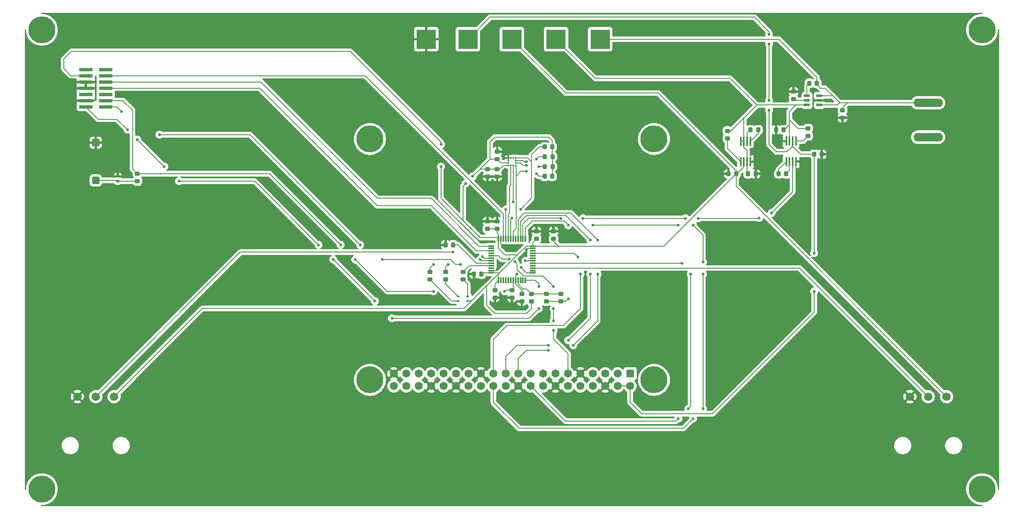
<source format=gbr>
%TF.GenerationSoftware,KiCad,Pcbnew,9.0.6*%
%TF.CreationDate,2025-12-12T05:38:23-05:00*%
%TF.ProjectId,etch_a_sketch,65746368-5f61-45f7-936b-657463682e6b,rev?*%
%TF.SameCoordinates,Original*%
%TF.FileFunction,Copper,L1,Top*%
%TF.FilePolarity,Positive*%
%FSLAX46Y46*%
G04 Gerber Fmt 4.6, Leading zero omitted, Abs format (unit mm)*
G04 Created by KiCad (PCBNEW 9.0.6) date 2025-12-12 05:38:23*
%MOMM*%
%LPD*%
G01*
G04 APERTURE LIST*
G04 Aperture macros list*
%AMRoundRect*
0 Rectangle with rounded corners*
0 $1 Rounding radius*
0 $2 $3 $4 $5 $6 $7 $8 $9 X,Y pos of 4 corners*
0 Add a 4 corners polygon primitive as box body*
4,1,4,$2,$3,$4,$5,$6,$7,$8,$9,$2,$3,0*
0 Add four circle primitives for the rounded corners*
1,1,$1+$1,$2,$3*
1,1,$1+$1,$4,$5*
1,1,$1+$1,$6,$7*
1,1,$1+$1,$8,$9*
0 Add four rect primitives between the rounded corners*
20,1,$1+$1,$2,$3,$4,$5,0*
20,1,$1+$1,$4,$5,$6,$7,0*
20,1,$1+$1,$6,$7,$8,$9,0*
20,1,$1+$1,$8,$9,$2,$3,0*%
G04 Aperture macros list end*
%TA.AperFunction,SMDPad,CuDef*%
%ADD10R,0.400000X0.350000*%
%TD*%
%TA.AperFunction,SMDPad,CuDef*%
%ADD11R,0.350000X0.400000*%
%TD*%
%TA.AperFunction,SMDPad,CuDef*%
%ADD12RoundRect,0.225000X-0.250000X0.225000X-0.250000X-0.225000X0.250000X-0.225000X0.250000X0.225000X0*%
%TD*%
%TA.AperFunction,SMDPad,CuDef*%
%ADD13RoundRect,0.225000X0.250000X-0.225000X0.250000X0.225000X-0.250000X0.225000X-0.250000X-0.225000X0*%
%TD*%
%TA.AperFunction,ConnectorPad*%
%ADD14C,5.500000*%
%TD*%
%TA.AperFunction,ComponentPad*%
%ADD15C,3.600000*%
%TD*%
%TA.AperFunction,ComponentPad*%
%ADD16C,1.701800*%
%TD*%
%TA.AperFunction,SMDPad,CuDef*%
%ADD17R,2.790000X0.740000*%
%TD*%
%TA.AperFunction,SMDPad,CuDef*%
%ADD18RoundRect,0.140000X0.170000X-0.140000X0.170000X0.140000X-0.170000X0.140000X-0.170000X-0.140000X0*%
%TD*%
%TA.AperFunction,SMDPad,CuDef*%
%ADD19RoundRect,0.225000X-0.225000X-0.250000X0.225000X-0.250000X0.225000X0.250000X-0.225000X0.250000X0*%
%TD*%
%TA.AperFunction,SMDPad,CuDef*%
%ADD20RoundRect,0.225000X0.225000X0.250000X-0.225000X0.250000X-0.225000X-0.250000X0.225000X-0.250000X0*%
%TD*%
%TA.AperFunction,ComponentPad*%
%ADD21R,4.000000X4.000000*%
%TD*%
%TA.AperFunction,SMDPad,CuDef*%
%ADD22RoundRect,0.072500X0.532500X0.217500X-0.532500X0.217500X-0.532500X-0.217500X0.532500X-0.217500X0*%
%TD*%
%TA.AperFunction,SMDPad,CuDef*%
%ADD23R,0.457200X1.828800*%
%TD*%
%TA.AperFunction,SMDPad,CuDef*%
%ADD24R,0.304800X1.193800*%
%TD*%
%TA.AperFunction,SMDPad,CuDef*%
%ADD25R,1.193800X0.304800*%
%TD*%
%TA.AperFunction,ComponentPad*%
%ADD26O,6.000000X1.750000*%
%TD*%
%TA.AperFunction,ComponentPad*%
%ADD27R,1.650000X1.650000*%
%TD*%
%TA.AperFunction,ComponentPad*%
%ADD28C,1.650000*%
%TD*%
%TA.AperFunction,SMDPad,CuDef*%
%ADD29RoundRect,0.225000X0.525000X-0.525000X0.525000X0.525000X-0.525000X0.525000X-0.525000X-0.525000X0*%
%TD*%
%TA.AperFunction,SMDPad,CuDef*%
%ADD30R,0.584200X0.457200*%
%TD*%
%TA.AperFunction,ViaPad*%
%ADD31C,0.600000*%
%TD*%
%TA.AperFunction,Conductor*%
%ADD32C,0.152400*%
%TD*%
G04 APERTURE END LIST*
D10*
%TO.P,U103,1,SCL/SPC*%
%TO.N,/ACCL_SCL*%
X150760000Y-80750000D03*
%TO.P,U103,2,CS*%
%TO.N,Net-(U103-CS)*%
X150760000Y-80250000D03*
%TO.P,U103,3,SDO/SDA0*%
%TO.N,Net-(U103-SDO{slash}SDA0)*%
X150760000Y-79750000D03*
%TO.P,U103,4,SDA/SDI/SDO*%
%TO.N,/ACCL_SDA*%
X150760000Y-79250000D03*
D11*
%TO.P,U103,5,NC*%
%TO.N,unconnected-(U103-NC-Pad5)*%
X150250000Y-79240000D03*
%TO.P,U103,6,GND*%
%TO.N,GND*%
X149750000Y-79240000D03*
D10*
%TO.P,U103,7,RES*%
X149240000Y-79250000D03*
%TO.P,U103,8,GND__1*%
X149240000Y-79750000D03*
%TO.P,U103,9,VDD*%
%TO.N,+3V3*%
X149240000Y-80250000D03*
%TO.P,U103,10,VDD_IO*%
X149240000Y-80750000D03*
D11*
%TO.P,U103,11,INT2*%
%TO.N,/ACCL_INT2*%
X149750000Y-80760000D03*
%TO.P,U103,12,INT1*%
%TO.N,/ACCL_INT1*%
X150250000Y-80760000D03*
%TD*%
D12*
%TO.P,C114,2*%
%TO.N,GND*%
X147000000Y-83050000D03*
%TO.P,C114,1*%
%TO.N,+3V3*%
X147000000Y-81500000D03*
%TD*%
D13*
%TO.P,C113,2*%
%TO.N,+3V3*%
X145000000Y-81500000D03*
%TO.P,C113,1*%
%TO.N,GND*%
X145000000Y-83050000D03*
%TD*%
D14*
%TO.P,H108,1*%
%TO.N,N/C*%
X246000000Y-146900000D03*
D15*
X246000000Y-146900000D03*
%TD*%
D14*
%TO.P,H106,1*%
%TO.N,N/C*%
X246000000Y-53100000D03*
D15*
X246000000Y-53100000D03*
%TD*%
D14*
%TO.P,H105,1*%
%TO.N,N/C*%
X54000000Y-53100000D03*
D15*
X54000000Y-53100000D03*
%TD*%
D14*
%TO.P,H107,1*%
%TO.N,N/C*%
X54000000Y-146900000D03*
D15*
X54000000Y-146900000D03*
%TD*%
D16*
%TO.P,R107,3*%
%TO.N,GND*%
X61252400Y-128000000D03*
%TO.P,R107,2*%
%TO.N,/Y_CNTRL_POT*%
X65002400Y-128000000D03*
%TO.P,R107,1*%
%TO.N,+3V3*%
X68752400Y-128000000D03*
%TD*%
%TO.P,R106,3*%
%TO.N,GND*%
X231252400Y-128000000D03*
%TO.P,R106,2*%
%TO.N,/X_CNTRL_POT*%
X235002400Y-128000000D03*
%TO.P,R106,1*%
%TO.N,+3V3*%
X238752400Y-128000000D03*
%TD*%
D17*
%TO.P,J101,14,T_VCP_TX*%
%TO.N,/DEBUG_RX*%
X67035000Y-68810000D03*
%TO.P,J101,13,T_VCP_RX*%
%TO.N,/DEBUG_TX*%
X62965000Y-68810000D03*
%TO.P,J101,12,NRST*%
%TO.N,/NRST*%
X67035000Y-67540000D03*
%TO.P,J101,11,GNDDetect*%
%TO.N,GND*%
X62965000Y-67540000D03*
%TO.P,J101,10,JTDI/NC*%
%TO.N,unconnected-(J101-JTDI{slash}NC-Pad10)*%
X67035000Y-66270000D03*
%TO.P,J101,09,JRCLK/NC*%
%TO.N,unconnected-(J101-JRCLK{slash}NC-Pad09)*%
X62965000Y-66270000D03*
%TO.P,J101,08,JTDO/SWO*%
%TO.N,/SWO*%
X67035000Y-65000000D03*
%TO.P,J101,07,GND*%
%TO.N,GND*%
X62965000Y-65000000D03*
%TO.P,J101,06,JCLK/SWCLK*%
%TO.N,/SWCLK*%
X67035000Y-63730000D03*
%TO.P,J101,05,GND*%
%TO.N,GND*%
X62965000Y-63730000D03*
%TO.P,J101,04,JTMS/SWDIO*%
%TO.N,/SWDIO*%
X67035000Y-62460000D03*
%TO.P,J101,03,T_VCC*%
%TO.N,+3V3*%
X62965000Y-62460000D03*
%TO.P,J101,02,Reserved*%
%TO.N,unconnected-(J101-Reserved-Pad02)*%
X67035000Y-61190000D03*
%TO.P,J101,01,Reserved*%
%TO.N,unconnected-(J101-Reserved-Pad01)*%
X62965000Y-61190000D03*
%TD*%
D14*
%TO.P,H104,1*%
%TO.N,N/C*%
X179005000Y-124585000D03*
D15*
X179005000Y-124585000D03*
%TD*%
D14*
%TO.P,H103,1*%
%TO.N,N/C*%
X120995000Y-124585000D03*
D15*
X120995000Y-124585000D03*
%TD*%
D14*
%TO.P,H102,1*%
%TO.N,N/C*%
X179005000Y-75385000D03*
D15*
X179005000Y-75385000D03*
%TD*%
D14*
%TO.P,H101,1*%
%TO.N,N/C*%
X120995000Y-75385000D03*
D15*
X120995000Y-75385000D03*
%TD*%
D13*
%TO.P,R102,2*%
%TO.N,/LED_G*%
X136500000Y-102500000D03*
%TO.P,R102,1*%
%TO.N,Net-(D101-Pad2)*%
X136500000Y-104050000D03*
%TD*%
%TO.P,R101,2*%
%TO.N,/LED_B*%
X140000000Y-102500000D03*
%TO.P,R101,1*%
%TO.N,Net-(D101-Pad3)*%
X140000000Y-104050000D03*
%TD*%
D18*
%TO.P,C109,2*%
%TO.N,GND*%
X69500000Y-83020000D03*
%TO.P,C109,1*%
%TO.N,Net-(C109-Pad1)*%
X69500000Y-83980000D03*
%TD*%
D12*
%TO.P,R103,2*%
%TO.N,Net-(C109-Pad1)*%
X73500000Y-84000000D03*
%TO.P,R103,1*%
%TO.N,/NRST*%
X73500000Y-82450000D03*
%TD*%
%TO.P,C110,2*%
%TO.N,GND*%
X150000000Y-107775000D03*
%TO.P,C110,1*%
%TO.N,/NRST*%
X150000000Y-106225000D03*
%TD*%
D13*
%TO.P,L102,2,2*%
%TO.N,GNDA*%
X152000000Y-107000000D03*
%TO.P,L102,1,1*%
%TO.N,GND*%
X152000000Y-108550000D03*
%TD*%
D12*
%TO.P,C107,2*%
%TO.N,GNDA*%
X160000000Y-108550000D03*
%TO.P,C107,1*%
%TO.N,/VDDA*%
X160000000Y-107000000D03*
%TD*%
%TO.P,C104,2*%
%TO.N,GND*%
X146500000Y-107775000D03*
%TO.P,C104,1*%
%TO.N,+3V3*%
X146500000Y-106225000D03*
%TD*%
D13*
%TO.P,C102,1*%
%TO.N,+3V3*%
X155000000Y-95775000D03*
%TO.P,C102,2*%
%TO.N,GND*%
X155000000Y-94225000D03*
%TD*%
%TO.P,C101,1*%
%TO.N,+3V3*%
X158500000Y-95775000D03*
%TO.P,C101,2*%
%TO.N,GND*%
X158500000Y-94225000D03*
%TD*%
D19*
%TO.P,C115,2*%
%TO.N,Net-(U104-C-)*%
X200275000Y-73500000D03*
%TO.P,C115,1*%
%TO.N,Net-(U104-C+)*%
X198725000Y-73500000D03*
%TD*%
D20*
%TO.P,C118,2*%
%TO.N,Net-(U105-C-)*%
X204450000Y-82500000D03*
%TO.P,C118,1*%
%TO.N,Net-(U105-C+)*%
X206000000Y-82500000D03*
%TD*%
D21*
%TO.P,TP105,1,1*%
%TO.N,+5V*%
X141000000Y-55000000D03*
%TD*%
%TO.P,TP103,1,1*%
%TO.N,/VCC_3V_OUT*%
X159000000Y-55000000D03*
%TD*%
%TO.P,TP102,1,1*%
%TO.N,/VCC_3V*%
X168000000Y-55000000D03*
%TD*%
%TO.P,TP101,1,1*%
%TO.N,GND*%
X132500000Y-55000000D03*
%TD*%
%TO.P,TP104,1,1*%
%TO.N,+3V3*%
X150000000Y-55000000D03*
%TD*%
D22*
%TO.P,U102,6,OUT*%
%TO.N,/VCC_3V_OUT*%
X210245000Y-68450000D03*
%TO.P,U102,5,ILIM*%
%TO.N,Net-(U102-ILIM)*%
X210245000Y-67500000D03*
%TO.P,U102,4,~{FAULT}*%
%TO.N,Net-(U102-~{FAULT})*%
X210245000Y-66550000D03*
%TO.P,U102,3,EN*%
%TO.N,/VCC_3V*%
X212755000Y-66550000D03*
%TO.P,U102,2,GND*%
%TO.N,GND*%
X212755000Y-67500000D03*
%TO.P,U102,1,IN*%
%TO.N,/VCC_3V*%
X212755000Y-68450000D03*
%TD*%
D23*
%TO.P,U104,8,SELECT*%
%TO.N,/VCC_3V_OUT*%
X196725001Y-75848749D03*
%TO.P,U104,7,\u002ASHDN*%
X197374999Y-75848749D03*
%TO.P,U104,6,C+*%
%TO.N,Net-(U104-C+)*%
X198025001Y-75848749D03*
%TO.P,U104,5,C-*%
%TO.N,Net-(U104-C-)*%
X198674999Y-75848749D03*
%TO.P,U104,4,GND*%
%TO.N,GND*%
X198674999Y-80039749D03*
%TO.P,U104,3,VIN*%
%TO.N,/VCC_3V_OUT*%
X198025001Y-80039749D03*
%TO.P,U104,2,VOUT*%
%TO.N,+3V3*%
X197374999Y-80039749D03*
%TO.P,U104,1,PGOOD*%
%TO.N,Net-(U104-PGOOD)*%
X196725001Y-80039749D03*
%TD*%
D13*
%TO.P,R108,1*%
%TO.N,Net-(U102-ILIM)*%
X207500000Y-67275000D03*
%TO.P,R108,2*%
%TO.N,GND*%
X207500000Y-65725000D03*
%TD*%
D23*
%TO.P,U105,1,PGOOD*%
%TO.N,Net-(U105-PGOOD)*%
X207974999Y-75809000D03*
%TO.P,U105,2,VOUT*%
%TO.N,+5V*%
X207325001Y-75809000D03*
%TO.P,U105,3,VIN*%
%TO.N,/VCC_3V_OUT*%
X206674999Y-75809000D03*
%TO.P,U105,4,GND*%
%TO.N,GND*%
X206025001Y-75809000D03*
%TO.P,U105,5,C-*%
%TO.N,Net-(U105-C-)*%
X206025001Y-80000000D03*
%TO.P,U105,6,C+*%
%TO.N,Net-(U105-C+)*%
X206674999Y-80000000D03*
%TO.P,U105,7,\u002ASHDN*%
%TO.N,/ENABLE_5V*%
X207325001Y-80000000D03*
%TO.P,U105,8,SELECT*%
%TO.N,GND*%
X207974999Y-80000000D03*
%TD*%
D12*
%TO.P,C112,1*%
%TO.N,GND*%
X147000000Y-77950000D03*
%TO.P,C112,2*%
%TO.N,+3V3*%
X147000000Y-79500000D03*
%TD*%
D20*
%TO.P,C116,1*%
%TO.N,GND*%
X199775000Y-82500000D03*
%TO.P,C116,2*%
%TO.N,/VCC_3V_OUT*%
X198225000Y-82500000D03*
%TD*%
D19*
%TO.P,R109,1*%
%TO.N,Net-(U102-~{FAULT})*%
X210725000Y-64000000D03*
%TO.P,R109,2*%
%TO.N,/VCC_3V*%
X212275000Y-64000000D03*
%TD*%
%TO.P,C119,1*%
%TO.N,GND*%
X203950000Y-73500000D03*
%TO.P,C119,2*%
%TO.N,/VCC_3V_OUT*%
X205500000Y-73500000D03*
%TD*%
D20*
%TO.P,R112,1*%
%TO.N,+3V3*%
X158275000Y-79000000D03*
%TO.P,R112,2*%
%TO.N,Net-(U103-SDO{slash}SDA0)*%
X156725000Y-79000000D03*
%TD*%
D12*
%TO.P,R114,1*%
%TO.N,/VCC_3V_OUT*%
X194000000Y-73725000D03*
%TO.P,R114,2*%
%TO.N,Net-(U104-PGOOD)*%
X194000000Y-75275000D03*
%TD*%
D24*
%TO.P,U101,1,VBAT*%
%TO.N,+3V3*%
X147250000Y-104249999D03*
%TO.P,U101,2,PC13*%
%TO.N,unconnected-(U101A-PC13-Pad2)*%
X147749999Y-104249999D03*
%TO.P,U101,3,PC14-OSC32_IN*%
%TO.N,unconnected-(U101A-PC14-OSC32_IN-Pad3)*%
X148250001Y-104249999D03*
%TO.P,U101,4,PC15-OSC32_OUT*%
%TO.N,unconnected-(U101A-PC15-OSC32_OUT-Pad4)*%
X148750000Y-104249999D03*
%TO.P,U101,5,PH0-OSC_IN*%
%TO.N,unconnected-(U101A-PH0-OSC_IN-Pad5)*%
X149249999Y-104249999D03*
%TO.P,U101,6,PH1-OSC_OUT*%
%TO.N,unconnected-(U101A-PH1-OSC_OUT-Pad6)*%
X149750000Y-104249999D03*
%TO.P,U101,7,~{RST}*%
%TO.N,/NRST*%
X150250000Y-104249999D03*
%TO.P,U101,8,VSSA/VREF-*%
%TO.N,GNDA*%
X150750001Y-104249999D03*
%TO.P,U101,9,VDDA/VREF+*%
%TO.N,/VDDA*%
X151250000Y-104249999D03*
%TO.P,U101,10,PA0*%
%TO.N,unconnected-(U101A-PA0-Pad10)*%
X151749999Y-104249999D03*
%TO.P,U101,11,PA1*%
%TO.N,unconnected-(U101A-PA1-Pad11)*%
X152250001Y-104249999D03*
%TO.P,U101,12,PA2*%
%TO.N,/DEBUG_TX*%
X152750000Y-104249999D03*
D25*
%TO.P,U101,13,PA3*%
%TO.N,/DEBUG_RX*%
X154249999Y-102750000D03*
%TO.P,U101,14,PA4*%
%TO.N,unconnected-(U101A-PA4-Pad14)*%
X154249999Y-102250001D03*
%TO.P,U101,15,PA5*%
%TO.N,/X_CNTRL_POT*%
X154249999Y-101749999D03*
%TO.P,U101,16,PA6*%
%TO.N,unconnected-(U101A-PA6-Pad16)*%
X154249999Y-101250000D03*
%TO.P,U101,17,PA7*%
%TO.N,/SCREEN_HRDY*%
X154249999Y-100750001D03*
%TO.P,U101,18,PB0*%
%TO.N,/Y_CNTRL_POT*%
X154249999Y-100250000D03*
%TO.P,U101,19,PB1*%
%TO.N,unconnected-(U101A-PB1-Pad19)*%
X154249999Y-99750000D03*
%TO.P,U101,20,PB2*%
%TO.N,unconnected-(U101A-PB2-Pad20)*%
X154249999Y-99249999D03*
%TO.P,U101,21,PB10*%
%TO.N,/SPI2_SCK*%
X154249999Y-98750000D03*
%TO.P,U101,22,PB11*%
%TO.N,unconnected-(U101A-PB11-Pad22)*%
X154249999Y-98250001D03*
%TO.P,U101,23,VSS_1*%
%TO.N,GND*%
X154249999Y-97749999D03*
%TO.P,U101,24,VDD_1*%
%TO.N,+3V3*%
X154249999Y-97250000D03*
D24*
%TO.P,U101,25,PB12*%
%TO.N,/SPI2_NSS*%
X152750000Y-95750001D03*
%TO.P,U101,26,PB13*%
%TO.N,/ENABLE_5V*%
X152250001Y-95750001D03*
%TO.P,U101,27,PB14*%
%TO.N,/SPI2_MISO*%
X151749999Y-95750001D03*
%TO.P,U101,28,PB15*%
%TO.N,/SPI2_MOSI*%
X151250000Y-95750001D03*
%TO.P,U101,29,PA8*%
%TO.N,unconnected-(U101A-PA8-Pad29)*%
X150750001Y-95750001D03*
%TO.P,U101,30,PA9*%
%TO.N,/ACCL_SCL*%
X150250000Y-95750001D03*
%TO.P,U101,31,PA10*%
%TO.N,/ACCL_SDA*%
X149750000Y-95750001D03*
%TO.P,U101,32,PA11*%
%TO.N,/ACCL_INT2*%
X149249999Y-95750001D03*
%TO.P,U101,33,PA12*%
%TO.N,/ACCL_INT1*%
X148750000Y-95750001D03*
%TO.P,U101,34,PA13*%
%TO.N,/SWDIO*%
X148250001Y-95750001D03*
%TO.P,U101,35,VSS_2*%
%TO.N,GND*%
X147749999Y-95750001D03*
%TO.P,U101,36,VDDUSB*%
%TO.N,+3V3*%
X147250000Y-95750001D03*
D25*
%TO.P,U101,37,PA14*%
%TO.N,/SWCLK*%
X145750001Y-97250000D03*
%TO.P,U101,38,PA15*%
%TO.N,unconnected-(U101A-PA15-Pad38)*%
X145750001Y-97749999D03*
%TO.P,U101,39,PB3*%
%TO.N,/SWO*%
X145750001Y-98250001D03*
%TO.P,U101,40,PB4*%
%TO.N,unconnected-(U101A-PB4-Pad40)*%
X145750001Y-98750000D03*
%TO.P,U101,41,PB5*%
%TO.N,/SCREEN_NRST*%
X145750001Y-99249999D03*
%TO.P,U101,42,PB6*%
%TO.N,/LED_R*%
X145750001Y-99750000D03*
%TO.P,U101,43,PB7*%
%TO.N,/LED_G*%
X145750001Y-100250000D03*
%TO.P,U101,44,PH3-BOOT0*%
%TO.N,Net-(U101A-PH3-BOOT0)*%
X145750001Y-100750001D03*
%TO.P,U101,45,PB8*%
%TO.N,/LED_B*%
X145750001Y-101250000D03*
%TO.P,U101,46,PB9*%
%TO.N,unconnected-(U101A-PB9-Pad46)*%
X145750001Y-101749999D03*
%TO.P,U101,47,VSS_3*%
%TO.N,GND*%
X145750001Y-102250001D03*
%TO.P,U101,48,VDD_2*%
%TO.N,+3V3*%
X145750001Y-102750000D03*
%TD*%
D13*
%TO.P,R104,1*%
%TO.N,Net-(D101-Pad1)*%
X133275000Y-104050000D03*
%TO.P,R104,2*%
%TO.N,/LED_R*%
X133275000Y-102500000D03*
%TD*%
D20*
%TO.P,C103,1*%
%TO.N,+3V3*%
X143775000Y-103000000D03*
%TO.P,C103,2*%
%TO.N,GND*%
X142225000Y-103000000D03*
%TD*%
D12*
%TO.P,R115,1*%
%TO.N,/VCC_3V_OUT*%
X210500000Y-73225000D03*
%TO.P,R115,2*%
%TO.N,Net-(U105-PGOOD)*%
X210500000Y-74775000D03*
%TD*%
D20*
%TO.P,R113,1*%
%TO.N,+3V3*%
X158275000Y-81000000D03*
%TO.P,R113,2*%
%TO.N,Net-(U103-CS)*%
X156725000Y-81000000D03*
%TD*%
D26*
%TO.P,SW102,1,1*%
%TO.N,Net-(BT101-PadP1)*%
X235000000Y-75000000D03*
%TO.P,SW102,2,2*%
%TO.N,/VCC_3V*%
X235000000Y-68000000D03*
%TD*%
D13*
%TO.P,L101,1,1*%
%TO.N,+3V3*%
X154000000Y-108550000D03*
%TO.P,L101,2,2*%
%TO.N,/VDDA*%
X154000000Y-107000000D03*
%TD*%
D12*
%TO.P,C108,1*%
%TO.N,/VDDA*%
X157000000Y-107000000D03*
%TO.P,C108,2*%
%TO.N,GNDA*%
X157000000Y-108550000D03*
%TD*%
D13*
%TO.P,C105,1*%
%TO.N,+3V3*%
X145000000Y-93775000D03*
%TO.P,C105,2*%
%TO.N,GND*%
X145000000Y-92225000D03*
%TD*%
D27*
%TO.P,J102,1*%
%TO.N,unconnected-(J102-Pad1)*%
X174130000Y-123315000D03*
D28*
%TO.P,J102,2*%
%TO.N,+5V*%
X174130000Y-125855000D03*
%TO.P,J102,3*%
%TO.N,unconnected-(J102-Pad3)*%
X171590000Y-123315000D03*
%TO.P,J102,4*%
%TO.N,+5V*%
X171590000Y-125855000D03*
%TO.P,J102,5*%
%TO.N,unconnected-(J102-Pad5)*%
X169050000Y-123315000D03*
%TO.P,J102,6*%
%TO.N,GND*%
X169050000Y-125855000D03*
%TO.P,J102,7*%
%TO.N,unconnected-(J102-Pad7)*%
X166510000Y-123315000D03*
%TO.P,J102,8*%
%TO.N,unconnected-(J102-Pad8)*%
X166510000Y-125855000D03*
%TO.P,J102,9*%
%TO.N,GND*%
X163970000Y-123315000D03*
%TO.P,J102,10*%
%TO.N,unconnected-(J102-Pad10)*%
X163970000Y-125855000D03*
%TO.P,J102,11*%
%TO.N,/SCREEN_NRST*%
X161430000Y-123315000D03*
%TO.P,J102,12*%
%TO.N,unconnected-(J102-Pad12)*%
X161430000Y-125855000D03*
%TO.P,J102,13*%
%TO.N,unconnected-(J102-Pad13)*%
X158890000Y-123315000D03*
%TO.P,J102,14*%
%TO.N,GND*%
X158890000Y-125855000D03*
%TO.P,J102,15*%
%TO.N,unconnected-(J102-Pad15)*%
X156350000Y-123315000D03*
%TO.P,J102,16*%
%TO.N,unconnected-(J102-Pad16)*%
X156350000Y-125855000D03*
%TO.P,J102,17*%
%TO.N,unconnected-(J102-Pad17)*%
X153810000Y-123315000D03*
%TO.P,J102,18*%
%TO.N,/SCREEN_HRDY*%
X153810000Y-125855000D03*
%TO.P,J102,19*%
%TO.N,/SPI2_MOSI*%
X151270000Y-123315000D03*
%TO.P,J102,20*%
%TO.N,GND*%
X151270000Y-125855000D03*
%TO.P,J102,21*%
%TO.N,/SPI2_MISO*%
X148730000Y-123315000D03*
%TO.P,J102,22*%
%TO.N,unconnected-(J102-Pad22)*%
X148730000Y-125855000D03*
%TO.P,J102,23*%
%TO.N,/SPI2_SCK*%
X146190000Y-123315000D03*
%TO.P,J102,24*%
%TO.N,/SPI2_NSS*%
X146190000Y-125855000D03*
%TO.P,J102,25*%
%TO.N,GND*%
X143650000Y-123315000D03*
%TO.P,J102,26*%
%TO.N,unconnected-(J102-Pad26)*%
X143650000Y-125855000D03*
%TO.P,J102,27*%
%TO.N,unconnected-(J102-Pad27)*%
X141110000Y-123315000D03*
%TO.P,J102,28*%
%TO.N,unconnected-(J102-Pad28)*%
X141110000Y-125855000D03*
%TO.P,J102,29*%
%TO.N,unconnected-(J102-Pad29)*%
X138570000Y-123315000D03*
%TO.P,J102,30*%
%TO.N,GND*%
X138570000Y-125855000D03*
%TO.P,J102,31*%
%TO.N,unconnected-(J102-Pad31)*%
X136030000Y-123315000D03*
%TO.P,J102,32*%
%TO.N,unconnected-(J102-Pad32)*%
X136030000Y-125855000D03*
%TO.P,J102,33*%
%TO.N,unconnected-(J102-Pad33)*%
X133490000Y-123315000D03*
%TO.P,J102,34*%
%TO.N,GND*%
X133490000Y-125855000D03*
%TO.P,J102,35*%
%TO.N,unconnected-(J102-Pad35)*%
X130950000Y-123315000D03*
%TO.P,J102,36*%
%TO.N,unconnected-(J102-Pad36)*%
X130950000Y-125855000D03*
%TO.P,J102,37*%
%TO.N,unconnected-(J102-Pad37)*%
X128410000Y-123315000D03*
%TO.P,J102,38*%
%TO.N,unconnected-(J102-Pad38)*%
X128410000Y-125855000D03*
%TO.P,J102,39*%
%TO.N,GND*%
X125870000Y-123315000D03*
%TO.P,J102,40*%
%TO.N,unconnected-(J102-Pad40)*%
X125870000Y-125855000D03*
%TD*%
D29*
%TO.P,SW101,1,1*%
%TO.N,Net-(C109-Pad1)*%
X65000000Y-83850000D03*
%TO.P,SW101,2,2*%
%TO.N,GND*%
X65000000Y-76150000D03*
%TD*%
D20*
%TO.P,C120,1*%
%TO.N,GND*%
X213275000Y-78500000D03*
%TO.P,C120,2*%
%TO.N,+5V*%
X211725000Y-78500000D03*
%TD*%
D19*
%TO.P,R110,1*%
%TO.N,/ACCL_SDA*%
X156675000Y-77000000D03*
%TO.P,R110,2*%
%TO.N,+3V3*%
X158225000Y-77000000D03*
%TD*%
%TO.P,R105,1*%
%TO.N,GND*%
X136450000Y-97000000D03*
%TO.P,R105,2*%
%TO.N,Net-(U101A-PH3-BOOT0)*%
X138000000Y-97000000D03*
%TD*%
%TO.P,R111,1*%
%TO.N,/ACCL_SCL*%
X156675000Y-83000000D03*
%TO.P,R111,2*%
%TO.N,+3V3*%
X158225000Y-83000000D03*
%TD*%
D13*
%TO.P,C111,1*%
%TO.N,GND*%
X217500000Y-71050000D03*
%TO.P,C111,2*%
%TO.N,/VCC_3V*%
X217500000Y-69500000D03*
%TD*%
%TO.P,C106,1*%
%TO.N,+3V3*%
X147000000Y-93775000D03*
%TO.P,C106,2*%
%TO.N,GND*%
X147000000Y-92225000D03*
%TD*%
D30*
%TO.P,D101,1,1*%
%TO.N,Net-(D101-Pad1)*%
X139034800Y-108449999D03*
%TO.P,D101,2,2*%
%TO.N,Net-(D101-Pad2)*%
X139034800Y-107550001D03*
%TO.P,D101,3,3*%
%TO.N,Net-(D101-Pad3)*%
X140965200Y-107550001D03*
%TO.P,D101,4,4*%
%TO.N,+3V3*%
X140965200Y-108449999D03*
%TD*%
D19*
%TO.P,C117,1*%
%TO.N,GND*%
X194225000Y-82500000D03*
%TO.P,C117,2*%
%TO.N,+3V3*%
X195775000Y-82500000D03*
%TD*%
D31*
%TO.N,GND*%
X243851190Y-138500000D03*
X243851190Y-123500000D03*
X243851190Y-108500000D03*
X243851190Y-93500000D03*
X243851190Y-78500000D03*
X243851190Y-63500000D03*
X228851190Y-108500000D03*
X228851190Y-93500000D03*
X228851190Y-78500000D03*
X228851190Y-63500000D03*
X213851190Y-138500000D03*
X213851190Y-123500000D03*
X213851190Y-93500000D03*
X213851190Y-63500000D03*
X198851190Y-138500000D03*
X198851190Y-108500000D03*
X198851190Y-93500000D03*
X198851190Y-63500000D03*
X183851190Y-138500000D03*
X183851190Y-123500000D03*
X183851190Y-108500000D03*
X183851190Y-78500000D03*
X168851190Y-138500000D03*
X168851190Y-108500000D03*
X168851190Y-78500000D03*
X153851190Y-138500000D03*
X153851190Y-63500000D03*
X138851190Y-138500000D03*
X138851190Y-78500000D03*
X138851190Y-63500000D03*
X123851190Y-138500000D03*
X123851190Y-108500000D03*
X123851190Y-93500000D03*
X123851190Y-78500000D03*
X108851190Y-138500000D03*
X108851190Y-123500000D03*
X108851190Y-108500000D03*
X108851190Y-93500000D03*
X108851190Y-78500000D03*
X108851190Y-63500000D03*
X93851190Y-138500000D03*
X93851190Y-123500000D03*
X93851190Y-108500000D03*
X93851190Y-93500000D03*
X93851190Y-78500000D03*
X78851190Y-138500000D03*
X78851190Y-123500000D03*
X78851190Y-108500000D03*
X78851190Y-93500000D03*
X78851190Y-78500000D03*
X63851190Y-138500000D03*
X63851190Y-123500000D03*
X63851190Y-108500000D03*
X63851190Y-93500000D03*
X63851190Y-78500000D03*
%TO.N,/ACCL_SCL*%
X155000000Y-82500000D03*
%TO.N,Net-(U103-CS)*%
X155500000Y-81000000D03*
%TO.N,Net-(U103-SDO{slash}SDA0)*%
X155000000Y-79500000D03*
%TO.N,/ACCL_SCL*%
X153000000Y-82000000D03*
%TO.N,Net-(U103-SDO{slash}SDA0)*%
X153000000Y-80000000D03*
%TO.N,Net-(U103-CS)*%
X153000000Y-80800003D03*
%TO.N,/ACCL_SDA*%
X151750000Y-89750000D03*
X150000000Y-91500000D03*
%TO.N,/ACCL_INT1*%
X150250000Y-88250000D03*
X148750000Y-89750000D03*
%TO.N,+3V3*%
X142000000Y-83000000D03*
X140500000Y-84500000D03*
%TO.N,GND*%
X147500000Y-84500000D03*
X145500000Y-84500000D03*
X147000000Y-76500000D03*
X149000000Y-78500000D03*
%TO.N,/SPI2_NSS*%
X187000000Y-132500000D03*
X189000000Y-103000000D03*
X189000000Y-100500000D03*
X189000000Y-130500000D03*
X184000000Y-93000000D03*
X187000000Y-93000000D03*
X166500000Y-93000000D03*
X161500000Y-93000000D03*
%TO.N,/ENABLE_5V*%
X203000000Y-90500000D03*
X200500000Y-91500000D03*
X185423800Y-91576200D03*
X164500000Y-91576200D03*
X160000000Y-91576200D03*
X188000000Y-91576200D03*
%TO.N,/SPI2_MOSI*%
X157500000Y-118500000D03*
X162500000Y-117500000D03*
X167500000Y-103000000D03*
X167500000Y-96000000D03*
%TO.N,/SPI2_MISO*%
X157500000Y-117500000D03*
X161500000Y-116500000D03*
X166000000Y-103000000D03*
X166000000Y-96000000D03*
%TO.N,/SCREEN_NRST*%
X158500000Y-110000000D03*
X158500000Y-114500000D03*
X158500000Y-112500000D03*
X158500000Y-105500000D03*
X150574785Y-100423800D03*
X149434422Y-99934422D03*
%TO.N,/SPI2_SCK*%
X163500000Y-99500000D03*
X164000000Y-103000000D03*
%TO.N,/SCREEN_HRDY*%
X184000000Y-132500000D03*
X186000000Y-130500000D03*
X186500000Y-103000000D03*
X184750001Y-100750001D03*
%TO.N,/DEBUG_TX*%
X79000000Y-81000000D03*
X71500000Y-73500000D03*
X82000000Y-84000000D03*
X110500000Y-97000000D03*
X113500000Y-100000000D03*
X122000000Y-108500000D03*
X125500000Y-112000000D03*
X73500000Y-75500000D03*
%TO.N,/NRST*%
X118000000Y-100000000D03*
X134000000Y-106500000D03*
%TO.N,/DEBUG_TX*%
X155500000Y-110000000D03*
X155500000Y-105500000D03*
%TO.N,GNDA*%
X161500000Y-108000000D03*
X151000000Y-103000000D03*
%TO.N,GND*%
X152000000Y-110000000D03*
%TO.N,/DEBUG_RX*%
X151875000Y-101625000D03*
%TO.N,GND*%
X148500000Y-108000000D03*
X146500000Y-109000000D03*
%TO.N,/NRST*%
X148500000Y-106500000D03*
X115000000Y-97000000D03*
%TO.N,GND*%
X69500000Y-82000000D03*
%TO.N,/DEBUG_RX*%
X78000000Y-74500000D03*
X70250000Y-69750000D03*
X119000000Y-97000000D03*
X139500000Y-101000000D03*
X123500000Y-100000000D03*
%TO.N,+3V3*%
X135500000Y-76500000D03*
X135500000Y-81000000D03*
%TO.N,GND*%
X60500000Y-65500000D03*
X60500000Y-64000000D03*
X60500000Y-67540000D03*
X65000000Y-74500000D03*
X135000000Y-97000000D03*
%TO.N,/LED_G*%
X137000000Y-101000000D03*
X143475679Y-100028028D03*
%TO.N,/Y_CNTRL_POT*%
X138000000Y-98500000D03*
X152750000Y-100250000D03*
%TO.N,GND*%
X147000000Y-91000000D03*
X145000000Y-91000000D03*
X142500000Y-104000000D03*
%TO.N,+5V*%
X211725000Y-98725000D03*
X211725000Y-106500000D03*
%TO.N,GND*%
X147000000Y-102000000D03*
X153000000Y-98000000D03*
X148500000Y-97500000D03*
%TO.N,+5V*%
X202500000Y-69500000D03*
X202500000Y-67500000D03*
X202500000Y-56000000D03*
X202500000Y-54000000D03*
%TO.N,GND*%
X214500000Y-78500000D03*
X193000000Y-82500000D03*
X204000000Y-74500000D03*
X204974999Y-75500000D03*
X208974999Y-80500000D03*
X200000000Y-81500000D03*
X199500000Y-79500000D03*
X217500000Y-72500000D03*
X207500000Y-64500000D03*
X214000000Y-67500000D03*
X232000000Y-100000000D03*
X158500000Y-93000000D03*
X155000000Y-93000000D03*
%TO.N,/LED_R*%
X144000000Y-99423800D03*
X134000000Y-101000000D03*
%TD*%
D32*
%TO.N,+3V3*%
X158275000Y-82950000D02*
X158225000Y-83000000D01*
X158275000Y-81000000D02*
X158275000Y-82950000D01*
X158275000Y-79000000D02*
X158275000Y-81000000D01*
X158225000Y-77000000D02*
X158225000Y-78950000D01*
X158225000Y-78950000D02*
X158275000Y-79000000D01*
X158225000Y-75725000D02*
X158225000Y-77000000D01*
X157500000Y-75000000D02*
X158225000Y-75725000D01*
X146500000Y-75000000D02*
X157500000Y-75000000D01*
X145500000Y-76000000D02*
X146500000Y-75000000D01*
X145500000Y-79500000D02*
X145500000Y-76000000D01*
%TO.N,/ACCL_SDA*%
X154000000Y-78587500D02*
X154000000Y-80000000D01*
X155587500Y-77000000D02*
X154000000Y-78587500D01*
X156675000Y-77000000D02*
X155587500Y-77000000D01*
%TO.N,/ACCL_SCL*%
X155000000Y-82500000D02*
X155500000Y-83000000D01*
X155500000Y-83000000D02*
X156675000Y-83000000D01*
%TO.N,Net-(U103-CS)*%
X155500000Y-81000000D02*
X156725000Y-81000000D01*
%TO.N,Net-(U103-SDO{slash}SDA0)*%
X155500000Y-79000000D02*
X156725000Y-79000000D01*
X155000000Y-79500000D02*
X155500000Y-79000000D01*
%TO.N,/ACCL_SCL*%
X151827200Y-82000000D02*
X153000000Y-82000000D01*
X150827200Y-83000000D02*
X151827200Y-82000000D01*
X150827200Y-83000000D02*
X150827200Y-84500000D01*
%TO.N,Net-(U103-CS)*%
X152300003Y-80800003D02*
X151750000Y-80250000D01*
X153000000Y-80800003D02*
X152300003Y-80800003D01*
X151750000Y-80250000D02*
X150760000Y-80250000D01*
%TO.N,Net-(U103-SDO{slash}SDA0)*%
X152250000Y-79750000D02*
X150760000Y-79750000D01*
X152500000Y-80000000D02*
X152250000Y-79750000D01*
X153000000Y-80000000D02*
X152500000Y-80000000D01*
%TO.N,/ACCL_SDA*%
X153250000Y-79250000D02*
X150760000Y-79250000D01*
X154000000Y-80000000D02*
X153250000Y-79250000D01*
X154000000Y-87500000D02*
X154000000Y-80000000D01*
X151750000Y-89750000D02*
X154000000Y-87500000D01*
X149750000Y-91750000D02*
X149750000Y-95750001D01*
X150000000Y-91500000D02*
X149750000Y-91750000D01*
%TO.N,/ACCL_SCL*%
X150827200Y-84500000D02*
X150827200Y-93672800D01*
X150827200Y-80817200D02*
X150827200Y-83000000D01*
X150827200Y-93672800D02*
X150250000Y-94250000D01*
X150250000Y-94250000D02*
X150250000Y-95750001D01*
X150760000Y-80750000D02*
X150827200Y-80817200D01*
%TO.N,/ACCL_INT1*%
X148750000Y-89750000D02*
X148750000Y-95750001D01*
%TO.N,+3V3*%
X145500000Y-79500000D02*
X147000000Y-79500000D01*
X143500000Y-81500000D02*
X145500000Y-79500000D01*
X143500000Y-81500000D02*
X145000000Y-81500000D01*
X142000000Y-83000000D02*
X143500000Y-81500000D01*
X140000000Y-85000000D02*
X140500000Y-84500000D01*
X140000000Y-92000000D02*
X135500000Y-87500000D01*
X140000000Y-92000000D02*
X140000000Y-85000000D01*
X147750000Y-80250000D02*
X149240000Y-80250000D01*
X147000000Y-79500000D02*
X147750000Y-80250000D01*
X148250000Y-80750000D02*
X149240000Y-80750000D01*
X147500000Y-81500000D02*
X148250000Y-80750000D01*
X147000000Y-81500000D02*
X147500000Y-81500000D01*
X145000000Y-81500000D02*
X147000000Y-81500000D01*
%TO.N,GND*%
X147000000Y-84000000D02*
X147500000Y-84500000D01*
X147000000Y-83050000D02*
X147000000Y-84000000D01*
X145000000Y-84000000D02*
X145500000Y-84500000D01*
X145000000Y-83050000D02*
X145000000Y-84000000D01*
X147000000Y-77950000D02*
X147000000Y-76500000D01*
X149240000Y-78740000D02*
X149000000Y-78500000D01*
X149240000Y-79250000D02*
X149240000Y-78740000D01*
X149240000Y-79750000D02*
X149240000Y-79250000D01*
X149250000Y-79240000D02*
X149240000Y-79250000D01*
X149750000Y-79240000D02*
X149250000Y-79240000D01*
%TO.N,+3V3*%
X59960000Y-62460000D02*
X62965000Y-62460000D01*
X58500000Y-61000000D02*
X59960000Y-62460000D01*
X60000000Y-57500000D02*
X58500000Y-59000000D01*
X58500000Y-59000000D02*
X58500000Y-61000000D01*
X117000000Y-57500000D02*
X60000000Y-57500000D01*
X135500000Y-76500000D02*
X135500000Y-76000000D01*
X135500000Y-76000000D02*
X117000000Y-57500000D01*
%TO.N,/SWDIO*%
X148250001Y-90670930D02*
X120039071Y-62460000D01*
X148250001Y-95750001D02*
X148250001Y-90670930D01*
X120039071Y-62460000D02*
X67035000Y-62460000D01*
%TO.N,/SPI2_NSS*%
X189000000Y-95000000D02*
X187000000Y-93000000D01*
X189000000Y-100500000D02*
X189000000Y-95000000D01*
X189000000Y-103000000D02*
X189000000Y-130500000D01*
X185000000Y-134500000D02*
X151500000Y-134500000D01*
X146190000Y-129190000D02*
X146190000Y-125855000D01*
X187000000Y-132500000D02*
X185000000Y-134500000D01*
X151500000Y-134500000D02*
X146190000Y-129190000D01*
%TO.N,/SCREEN_HRDY*%
X183500000Y-133000000D02*
X160955000Y-133000000D01*
X160955000Y-133000000D02*
X153810000Y-125855000D01*
X184000000Y-132500000D02*
X183500000Y-133000000D01*
%TO.N,/SPI2_NSS*%
X166500000Y-93000000D02*
X184000000Y-93000000D01*
X152750000Y-93556800D02*
X154153400Y-92153400D01*
X152750000Y-95750001D02*
X152750000Y-93556800D01*
X154153400Y-92153400D02*
X160653400Y-92153400D01*
X160653400Y-92153400D02*
X161500000Y-93000000D01*
%TO.N,/ENABLE_5V*%
X153500000Y-91500000D02*
X152250001Y-92749999D01*
X159923800Y-91500000D02*
X153500000Y-91500000D01*
X160000000Y-91576200D02*
X159923800Y-91500000D01*
X152250001Y-92749999D02*
X152250001Y-95750001D01*
X185423800Y-91576200D02*
X164500000Y-91576200D01*
X200423800Y-91576200D02*
X200500000Y-91500000D01*
X188000000Y-91576200D02*
X200423800Y-91576200D01*
X203000000Y-90500000D02*
X207325001Y-86174999D01*
X207325001Y-86174999D02*
X207325001Y-80000000D01*
%TO.N,/SPI2_MISO*%
X161000000Y-91000000D02*
X166000000Y-96000000D01*
X151749999Y-92250001D02*
X153000000Y-91000000D01*
X153000000Y-91000000D02*
X161000000Y-91000000D01*
X151749999Y-95750001D02*
X151749999Y-92250001D01*
%TO.N,/SPI2_MOSI*%
X152500000Y-90500000D02*
X162000000Y-90500000D01*
X162000000Y-90500000D02*
X167500000Y-96000000D01*
X151250000Y-91750000D02*
X152500000Y-90500000D01*
X151250000Y-95750001D02*
X151250000Y-91750000D01*
X153000000Y-118500000D02*
X151270000Y-120230000D01*
X157500000Y-118500000D02*
X153000000Y-118500000D01*
X151270000Y-120230000D02*
X151270000Y-123315000D01*
X167500000Y-112500000D02*
X162500000Y-117500000D01*
X167500000Y-103000000D02*
X167500000Y-112500000D01*
%TO.N,/SPI2_MISO*%
X166000000Y-112000000D02*
X166000000Y-103000000D01*
X161500000Y-116500000D02*
X166000000Y-112000000D01*
%TO.N,/SCREEN_NRST*%
X161430000Y-119180000D02*
X161430000Y-123315000D01*
X158500000Y-116250000D02*
X161430000Y-119180000D01*
X158500000Y-114500000D02*
X158500000Y-116250000D01*
%TO.N,/SPI2_MISO*%
X148730000Y-119770000D02*
X148730000Y-123315000D01*
X151000000Y-117500000D02*
X148730000Y-119770000D01*
X157500000Y-117500000D02*
X151000000Y-117500000D01*
%TO.N,/SCREEN_NRST*%
X147934422Y-99934422D02*
X149434422Y-99934422D01*
X147249999Y-99249999D02*
X147934422Y-99934422D01*
X145750001Y-99249999D02*
X147249999Y-99249999D01*
X152375901Y-103375901D02*
X156375901Y-103375901D01*
X151000000Y-102000000D02*
X152375901Y-103375901D01*
X151000000Y-100849015D02*
X151000000Y-102000000D01*
X150574785Y-100423800D02*
X151000000Y-100849015D01*
X156375901Y-103375901D02*
X158500000Y-105500000D01*
%TO.N,/SPI2_SCK*%
X146190000Y-116310000D02*
X146190000Y-123315000D01*
X160500000Y-113500000D02*
X149000000Y-113500000D01*
X164000000Y-110000000D02*
X160500000Y-113500000D01*
X149000000Y-113500000D02*
X146190000Y-116310000D01*
X164000000Y-103000000D02*
X164000000Y-110000000D01*
X162750000Y-98750000D02*
X154249999Y-98750000D01*
X163500000Y-99500000D02*
X162750000Y-98750000D01*
%TO.N,/SCREEN_HRDY*%
X186500000Y-130000000D02*
X186000000Y-130500000D01*
X186500000Y-103000000D02*
X186500000Y-130000000D01*
X184750001Y-100750001D02*
X154249999Y-100750001D01*
%TO.N,+5V*%
X174130000Y-129130000D02*
X174130000Y-125855000D01*
X176500000Y-131500000D02*
X174130000Y-129130000D01*
X191000000Y-131500000D02*
X176500000Y-131500000D01*
X211725000Y-110775000D02*
X191000000Y-131500000D01*
X211725000Y-106500000D02*
X211725000Y-110775000D01*
%TO.N,/DEBUG_TX*%
X65500000Y-71345000D02*
X62965000Y-68810000D01*
X69345000Y-71345000D02*
X65500000Y-71345000D01*
X71500000Y-73500000D02*
X69345000Y-71345000D01*
X79000000Y-81000000D02*
X73500000Y-75500000D01*
X97500000Y-84000000D02*
X82000000Y-84000000D01*
X110500000Y-97000000D02*
X97500000Y-84000000D01*
X122000000Y-108500000D02*
X113500000Y-100000000D01*
X153500000Y-112000000D02*
X125500000Y-112000000D01*
X155500000Y-110000000D02*
X153500000Y-112000000D01*
%TO.N,/NRST*%
X124500000Y-106500000D02*
X134000000Y-106500000D01*
X118000000Y-100000000D02*
X124500000Y-106500000D01*
%TO.N,/DEBUG_TX*%
X154749999Y-104249999D02*
X152750000Y-104249999D01*
X155500000Y-105000000D02*
X154749999Y-104249999D01*
X155500000Y-105500000D02*
X155500000Y-105000000D01*
%TO.N,GNDA*%
X150750001Y-103249999D02*
X150750001Y-104249999D01*
X151000000Y-103000000D02*
X150750001Y-103249999D01*
X161500000Y-108000000D02*
X160950000Y-108550000D01*
X160950000Y-108550000D02*
X160000000Y-108550000D01*
X157000000Y-108550000D02*
X160000000Y-108550000D01*
%TO.N,/VDDA*%
X157000000Y-107000000D02*
X160000000Y-107000000D01*
X154000000Y-107000000D02*
X157000000Y-107000000D01*
%TO.N,+3V3*%
X144841857Y-109341857D02*
X144841857Y-105341857D01*
X144841857Y-105341857D02*
X144341857Y-105841857D01*
X146500000Y-111000000D02*
X144841857Y-109341857D01*
X153000000Y-111000000D02*
X146500000Y-111000000D01*
X154000000Y-110000000D02*
X153000000Y-111000000D01*
X154000000Y-108550000D02*
X154000000Y-110000000D01*
X144341857Y-105841857D02*
X141733716Y-108449999D01*
%TO.N,GND*%
X152000000Y-108550000D02*
X152000000Y-110000000D01*
%TO.N,/VDDA*%
X152249783Y-106000000D02*
X153000000Y-106000000D01*
X151250000Y-104249999D02*
X151250000Y-105000217D01*
X151250000Y-105000217D02*
X152249783Y-106000000D01*
X153000000Y-106000000D02*
X154000000Y-107000000D01*
%TO.N,GNDA*%
X152000000Y-106250001D02*
X152000000Y-107000000D01*
X150750001Y-105000002D02*
X152000000Y-106250001D01*
X150750001Y-104249999D02*
X150750001Y-105000002D01*
%TO.N,GND*%
X148725000Y-107775000D02*
X148500000Y-108000000D01*
X150000000Y-107775000D02*
X148725000Y-107775000D01*
%TO.N,/NRST*%
X150250000Y-105975000D02*
X150000000Y-106225000D01*
X150250000Y-104249999D02*
X150250000Y-105975000D01*
X148775000Y-106225000D02*
X150000000Y-106225000D01*
X148500000Y-106500000D02*
X148775000Y-106225000D01*
%TO.N,GND*%
X146500000Y-107775000D02*
X146500000Y-109000000D01*
%TO.N,+3V3*%
X146500000Y-105000000D02*
X146500000Y-106225000D01*
X147250000Y-104249999D02*
X146500000Y-105000000D01*
%TO.N,/NRST*%
X100450000Y-82450000D02*
X115000000Y-97000000D01*
X73500000Y-82450000D02*
X100450000Y-82450000D01*
X70540000Y-67540000D02*
X67035000Y-67540000D01*
X72500000Y-69500000D02*
X70540000Y-67540000D01*
X73500000Y-82450000D02*
X72500000Y-81450000D01*
X72500000Y-81450000D02*
X72500000Y-69500000D01*
%TO.N,Net-(C109-Pad1)*%
X69520000Y-84000000D02*
X69500000Y-83980000D01*
X73500000Y-84000000D02*
X69520000Y-84000000D01*
X69370000Y-83850000D02*
X69500000Y-83980000D01*
X65000000Y-83850000D02*
X69370000Y-83850000D01*
%TO.N,GND*%
X69500000Y-83020000D02*
X69500000Y-82000000D01*
%TO.N,/DEBUG_RX*%
X137500000Y-100000000D02*
X123500000Y-100000000D01*
X138500000Y-101000000D02*
X137500000Y-100000000D01*
X139500000Y-101000000D02*
X138500000Y-101000000D01*
X96500000Y-74500000D02*
X78000000Y-74500000D01*
X119000000Y-97000000D02*
X96500000Y-74500000D01*
X69310000Y-68810000D02*
X67035000Y-68810000D01*
X70250000Y-69750000D02*
X69310000Y-68810000D01*
%TO.N,/SWO*%
X98500000Y-65000000D02*
X67035000Y-65000000D01*
X122500000Y-89000000D02*
X98500000Y-65000000D01*
X133500000Y-89000000D02*
X122500000Y-89000000D01*
X142750001Y-98250001D02*
X133500000Y-89000000D01*
X145750001Y-98250001D02*
X142750001Y-98250001D01*
%TO.N,/SWCLK*%
X98730000Y-63730000D02*
X67035000Y-63730000D01*
X122500000Y-87500000D02*
X98730000Y-63730000D01*
X133500000Y-87500000D02*
X122500000Y-87500000D01*
X143250000Y-97250000D02*
X133500000Y-87500000D01*
X145750001Y-97250000D02*
X143250000Y-97250000D01*
%TO.N,+3V3*%
X135500000Y-87500000D02*
X135500000Y-81000000D01*
X143500000Y-95500000D02*
X140000000Y-92000000D01*
X147250000Y-95750001D02*
X146999999Y-95500000D01*
X146999999Y-95500000D02*
X143500000Y-95500000D01*
%TO.N,GND*%
X61000000Y-65000000D02*
X60500000Y-65500000D01*
X62965000Y-65000000D02*
X61000000Y-65000000D01*
X60770000Y-63730000D02*
X60500000Y-64000000D01*
X62965000Y-63730000D02*
X60770000Y-63730000D01*
X60500000Y-67540000D02*
X62965000Y-67540000D01*
X65000000Y-76150000D02*
X65000000Y-74500000D01*
X136450000Y-97000000D02*
X135000000Y-97000000D01*
%TO.N,Net-(U101A-PH3-BOOT0)*%
X142750001Y-100750001D02*
X145750001Y-100750001D01*
X139000000Y-97000000D02*
X142750001Y-100750001D01*
X138000000Y-97000000D02*
X139000000Y-97000000D01*
%TO.N,/Y_CNTRL_POT*%
X94502400Y-98500000D02*
X65002400Y-128000000D01*
X138000000Y-98500000D02*
X94502400Y-98500000D01*
%TO.N,/LED_G*%
X136500000Y-101500000D02*
X136500000Y-102500000D01*
X137000000Y-101000000D02*
X136500000Y-101500000D01*
%TO.N,/LED_R*%
X133275000Y-101725000D02*
X133275000Y-102500000D01*
X134000000Y-101000000D02*
X133275000Y-101725000D01*
%TO.N,/LED_G*%
X143697651Y-100250000D02*
X143475679Y-100028028D01*
X145750001Y-100250000D02*
X143697651Y-100250000D01*
%TO.N,/Y_CNTRL_POT*%
X152750000Y-100250000D02*
X154249999Y-100250000D01*
%TO.N,/LED_R*%
X144326200Y-99750000D02*
X145750001Y-99750000D01*
X144000000Y-99423800D02*
X144326200Y-99750000D01*
%TO.N,Net-(D101-Pad1)*%
X133275000Y-104050000D02*
X137674999Y-108449999D01*
X137674999Y-108449999D02*
X139034800Y-108449999D01*
%TO.N,Net-(D101-Pad2)*%
X136500000Y-105015201D02*
X139034800Y-107550001D01*
X136500000Y-104050000D02*
X136500000Y-105015201D01*
%TO.N,Net-(D101-Pad3)*%
X140965200Y-105015200D02*
X140000000Y-104050000D01*
X140965200Y-107550001D02*
X140965200Y-105015200D01*
%TO.N,/LED_B*%
X141250000Y-101250000D02*
X140000000Y-102500000D01*
%TO.N,+3V3*%
X140183715Y-110000000D02*
X141733716Y-108449999D01*
X68752400Y-128000000D02*
X86752400Y-110000000D01*
X86752400Y-110000000D02*
X140183715Y-110000000D01*
%TO.N,GND*%
X147000000Y-92225000D02*
X147000000Y-91000000D01*
X145000000Y-92225000D02*
X145000000Y-91000000D01*
%TO.N,+3V3*%
X145000000Y-93775000D02*
X147000000Y-93775000D01*
X147000000Y-94500000D02*
X147000000Y-93775000D01*
X147250000Y-94750000D02*
X147000000Y-94500000D01*
X147250000Y-95750001D02*
X147250000Y-94750000D01*
X144025000Y-102750000D02*
X145750001Y-102750000D01*
X143775000Y-103000000D02*
X144025000Y-102750000D01*
X159500000Y-97250000D02*
X154249999Y-97250000D01*
%TO.N,GND*%
X142225000Y-103725000D02*
X142500000Y-104000000D01*
X142225000Y-103000000D02*
X142225000Y-103725000D01*
%TO.N,+5V*%
X211725000Y-98725000D02*
X211725000Y-78500000D01*
X171590000Y-125855000D02*
X174130000Y-125855000D01*
%TO.N,/X_CNTRL_POT*%
X154249999Y-101749999D02*
X208752399Y-101749999D01*
X208752399Y-101749999D02*
X235002400Y-128000000D01*
%TO.N,+3V3*%
X195775000Y-85022600D02*
X238752400Y-128000000D01*
X195775000Y-82500000D02*
X195775000Y-85022600D01*
X141733716Y-108449999D02*
X140965200Y-108449999D01*
X147250000Y-102933715D02*
X147250000Y-104249999D01*
X147433715Y-102750000D02*
X147250000Y-102933715D01*
X147250000Y-95750001D02*
X147250000Y-97750000D01*
X151091858Y-99091858D02*
X152933715Y-97250000D01*
X147250000Y-97750000D02*
X148591858Y-99091858D01*
X148591858Y-99091858D02*
X151091858Y-99091858D01*
%TO.N,GND*%
X147749999Y-96749999D02*
X147749999Y-95750001D01*
X148500000Y-97500000D02*
X147749999Y-96749999D01*
%TO.N,+3V3*%
X152933715Y-97250000D02*
X154249999Y-97250000D01*
X147433715Y-102750000D02*
X151091858Y-99091858D01*
X145750001Y-102750000D02*
X147433715Y-102750000D01*
%TO.N,GND*%
X153250001Y-97749999D02*
X153000000Y-98000000D01*
X154249999Y-97749999D02*
X153250001Y-97749999D01*
%TO.N,+3V3*%
X181025000Y-97250000D02*
X160500000Y-97250000D01*
X195775000Y-82500000D02*
X181025000Y-97250000D01*
X179887500Y-66000000D02*
X161000000Y-66000000D01*
X195775000Y-81887500D02*
X179887500Y-66000000D01*
X195775000Y-82500000D02*
X195775000Y-81887500D01*
X161000000Y-66000000D02*
X150000000Y-55000000D01*
%TO.N,+5V*%
X202500000Y-76500000D02*
X204000000Y-78000000D01*
X202500000Y-69500000D02*
X202500000Y-76500000D01*
X202500000Y-56000000D02*
X202500000Y-67500000D01*
X202500000Y-53500000D02*
X202500000Y-54000000D01*
X199500000Y-50500000D02*
X145500000Y-50500000D01*
X145500000Y-50500000D02*
X141000000Y-55000000D01*
X202500000Y-53500000D02*
X199500000Y-50500000D01*
X206181399Y-78000000D02*
X204000000Y-78000000D01*
X207325001Y-76856398D02*
X206181399Y-78000000D01*
X207325001Y-75809000D02*
X207325001Y-76856398D01*
%TO.N,GND*%
X213275000Y-78500000D02*
X214500000Y-78500000D01*
%TO.N,+5V*%
X207325001Y-76875800D02*
X208949201Y-78500000D01*
X208949201Y-78500000D02*
X211725000Y-78500000D01*
X207325001Y-75809000D02*
X207325001Y-76875800D01*
%TO.N,GND*%
X194225000Y-82500000D02*
X193000000Y-82500000D01*
%TO.N,+3V3*%
X195981548Y-82500000D02*
X195775000Y-82500000D01*
X197374999Y-81106549D02*
X195981548Y-82500000D01*
X197374999Y-80039749D02*
X197374999Y-81106549D01*
%TO.N,Net-(U105-C+)*%
X206674999Y-81825001D02*
X206000000Y-82500000D01*
X206674999Y-80000000D02*
X206674999Y-81825001D01*
%TO.N,Net-(U105-C-)*%
X204450000Y-82500000D02*
X204450000Y-81575001D01*
X204450000Y-81575001D02*
X206025001Y-80000000D01*
%TO.N,Net-(U104-C-)*%
X200275000Y-74248748D02*
X198674999Y-75848749D01*
X200275000Y-73500000D02*
X200275000Y-74248748D01*
%TO.N,Net-(U104-C+)*%
X198025001Y-74199999D02*
X198725000Y-73500000D01*
X198025001Y-75848749D02*
X198025001Y-74199999D01*
%TO.N,GND*%
X203950000Y-74450000D02*
X204000000Y-74500000D01*
X203950000Y-73500000D02*
X203950000Y-74450000D01*
%TO.N,/VCC_3V_OUT*%
X206674999Y-75809000D02*
X206674999Y-72500000D01*
X205500000Y-73500000D02*
X205674999Y-73500000D01*
X205674999Y-73500000D02*
X206674999Y-72500000D01*
%TO.N,Net-(U104-PGOOD)*%
X194000000Y-77314748D02*
X196725001Y-80039749D01*
X194000000Y-75275000D02*
X194000000Y-77314748D01*
%TO.N,/VCC_3V_OUT*%
X194750000Y-73725000D02*
X197374999Y-71100001D01*
X194000000Y-73725000D02*
X194750000Y-73725000D01*
X206674999Y-71500000D02*
X206674999Y-69775001D01*
X210500000Y-73225000D02*
X208399999Y-73225000D01*
X208399999Y-73225000D02*
X206674999Y-71500000D01*
%TO.N,Net-(U105-PGOOD)*%
X209466000Y-75809000D02*
X210500000Y-74775000D01*
X207974999Y-75809000D02*
X209466000Y-75809000D01*
%TO.N,/VCC_3V_OUT*%
X206674999Y-69775001D02*
X208000000Y-68450000D01*
X206674999Y-72500000D02*
X206674999Y-71500000D01*
X208000000Y-68450000D02*
X207000000Y-68450000D01*
%TO.N,GND*%
X205283999Y-75809000D02*
X204974999Y-75500000D01*
X206025001Y-75809000D02*
X205283999Y-75809000D01*
X207974999Y-80000000D02*
X208474999Y-80000000D01*
X208474999Y-80000000D02*
X208974999Y-80500000D01*
X199775000Y-81725000D02*
X200000000Y-81500000D01*
X199775000Y-82500000D02*
X199775000Y-81725000D01*
X198960251Y-80039749D02*
X199500000Y-79500000D01*
X198674999Y-80039749D02*
X198960251Y-80039749D01*
%TO.N,/VCC_3V_OUT*%
X198025001Y-82300001D02*
X198225000Y-82500000D01*
X198025001Y-80039749D02*
X198025001Y-82300001D01*
X167000000Y-63000000D02*
X159000000Y-55000000D01*
X194575000Y-63000000D02*
X167000000Y-63000000D01*
X200025000Y-68450000D02*
X194575000Y-63000000D01*
X197374999Y-71100001D02*
X200025000Y-68450000D01*
X197374999Y-75848749D02*
X197374999Y-71100001D01*
X200025000Y-68450000D02*
X202450000Y-68450000D01*
X197374999Y-75848749D02*
X196725001Y-75848749D01*
X207000000Y-68450000D02*
X202450000Y-68450000D01*
X198025001Y-77769250D02*
X198025001Y-80039749D01*
X197374999Y-77119248D02*
X198025001Y-77769250D01*
X197374999Y-75848749D02*
X197374999Y-77119248D01*
X210245000Y-68450000D02*
X208000000Y-68450000D01*
%TO.N,/VCC_3V*%
X204500000Y-55000000D02*
X212275000Y-62775000D01*
X212275000Y-62775000D02*
X212275000Y-64000000D01*
X213950000Y-65000000D02*
X215500000Y-66550000D01*
X213000000Y-65000000D02*
X213950000Y-65000000D01*
X212275000Y-64275000D02*
X213000000Y-65000000D01*
X212275000Y-64000000D02*
X212275000Y-64275000D01*
%TO.N,GND*%
X217500000Y-71050000D02*
X217500000Y-72500000D01*
%TO.N,/VCC_3V*%
X217500000Y-69000000D02*
X218500000Y-68000000D01*
X217500000Y-69500000D02*
X217500000Y-69000000D01*
X216950000Y-68000000D02*
X218500000Y-68000000D01*
X212755000Y-68450000D02*
X216500000Y-68450000D01*
X216500000Y-68450000D02*
X216950000Y-68000000D01*
X218500000Y-68000000D02*
X235000000Y-68000000D01*
X215500000Y-66550000D02*
X216950000Y-68000000D01*
%TO.N,GND*%
X207500000Y-65725000D02*
X207500000Y-64500000D01*
%TO.N,Net-(U102-ILIM)*%
X207725000Y-67500000D02*
X207500000Y-67275000D01*
X210245000Y-67500000D02*
X207725000Y-67500000D01*
%TO.N,Net-(U102-~{FAULT})*%
X210245000Y-64480000D02*
X210245000Y-66550000D01*
X210725000Y-64000000D02*
X210245000Y-64480000D01*
%TO.N,/VCC_3V*%
X212755000Y-66550000D02*
X215500000Y-66550000D01*
%TO.N,GND*%
X212755000Y-67500000D02*
X214000000Y-67500000D01*
%TO.N,/VCC_3V*%
X234550000Y-67550000D02*
X235000000Y-68000000D01*
X168000000Y-55000000D02*
X204500000Y-55000000D01*
%TO.N,GND*%
X145750001Y-102250001D02*
X146749999Y-102250001D01*
X146749999Y-102250001D02*
X147000000Y-102000000D01*
%TO.N,+3V3*%
X160500000Y-97250000D02*
X159500000Y-97250000D01*
X158500000Y-95775000D02*
X158500000Y-96250000D01*
X158500000Y-96250000D02*
X159500000Y-97250000D01*
%TO.N,GND*%
X158500000Y-94225000D02*
X158500000Y-93000000D01*
X155000000Y-94225000D02*
X155000000Y-93000000D01*
%TO.N,+3V3*%
X154249999Y-97250000D02*
X154249999Y-96525001D01*
X154249999Y-96525001D02*
X155000000Y-95775000D01*
%TO.N,/LED_B*%
X145750001Y-101250000D02*
X141250000Y-101250000D01*
%TO.N,/DEBUG_RX*%
X151875000Y-101625000D02*
X153000000Y-102750000D01*
X153000000Y-102750000D02*
X154249999Y-102750000D01*
%TO.N,+3V3*%
X147250000Y-102933715D02*
X144341857Y-105841857D01*
%TO.N,/SCREEN_NRST*%
X158500000Y-110000000D02*
X158500000Y-112500000D01*
%TO.N,/ACCL_INT2*%
X149500000Y-85000000D02*
X149500000Y-90500000D01*
X149500000Y-90500000D02*
X149249999Y-90750001D01*
X149750000Y-84750000D02*
X149500000Y-85000000D01*
X149750000Y-80760000D02*
X149750000Y-84750000D01*
X149249999Y-90750001D02*
X149249999Y-95750001D01*
%TO.N,/ACCL_INT1*%
X150250000Y-88250000D02*
X150250000Y-80760000D01*
%TD*%
%TA.AperFunction,Conductor*%
%TO.N,GND*%
G36*
X152367371Y-126598818D02*
G01*
X152367372Y-126598818D01*
X152403242Y-126549449D01*
X152403242Y-126549448D01*
X152429233Y-126498438D01*
X152477206Y-126447642D01*
X152545027Y-126430846D01*
X152611162Y-126453383D01*
X152650203Y-126498437D01*
X152676330Y-126549714D01*
X152798965Y-126718505D01*
X152946495Y-126866035D01*
X153115286Y-126988670D01*
X153165590Y-127014301D01*
X153301179Y-127083387D01*
X153301181Y-127083387D01*
X153301184Y-127083389D01*
X153373642Y-127106932D01*
X153499610Y-127147862D01*
X153705676Y-127180500D01*
X153705681Y-127180500D01*
X153914324Y-127180500D01*
X154028802Y-127162367D01*
X154120389Y-127147862D01*
X154174087Y-127130413D01*
X154243926Y-127128417D01*
X154300086Y-127160663D01*
X160600898Y-133461475D01*
X160732402Y-133537399D01*
X160879076Y-133576700D01*
X160879078Y-133576700D01*
X183575922Y-133576700D01*
X183575924Y-133576700D01*
X183722598Y-133537399D01*
X183854102Y-133461475D01*
X183978758Y-133336819D01*
X184040081Y-133303334D01*
X184066439Y-133300500D01*
X184078844Y-133300500D01*
X184078845Y-133300499D01*
X184233497Y-133269737D01*
X184379179Y-133209394D01*
X184510289Y-133121789D01*
X184621789Y-133010289D01*
X184709394Y-132879179D01*
X184769737Y-132733497D01*
X184800500Y-132578842D01*
X184800500Y-132421158D01*
X184800500Y-132421155D01*
X184800499Y-132421153D01*
X184793388Y-132385402D01*
X184769737Y-132266503D01*
X184762135Y-132248152D01*
X184754667Y-132178683D01*
X184785942Y-132116204D01*
X184846031Y-132080552D01*
X184876697Y-132076700D01*
X186123303Y-132076700D01*
X186190342Y-132096385D01*
X186236097Y-132149189D01*
X186246041Y-132218347D01*
X186244770Y-132225635D01*
X186242391Y-132237222D01*
X186230263Y-132266503D01*
X186199500Y-132421158D01*
X186199500Y-132446157D01*
X186196967Y-132458496D01*
X186186252Y-132478677D01*
X186179815Y-132500600D01*
X186164567Y-132519521D01*
X186164203Y-132520208D01*
X186163858Y-132520401D01*
X186163181Y-132521242D01*
X184797442Y-133886981D01*
X184736119Y-133920466D01*
X184709761Y-133923300D01*
X151790239Y-133923300D01*
X151723200Y-133903615D01*
X151702558Y-133886981D01*
X146803019Y-128987442D01*
X146769534Y-128926119D01*
X146766700Y-128899761D01*
X146766700Y-127124787D01*
X146786385Y-127057748D01*
X146834403Y-127014303D01*
X146884714Y-126988670D01*
X147053505Y-126866035D01*
X147201035Y-126718505D01*
X147323670Y-126549714D01*
X147349515Y-126498990D01*
X147397489Y-126448194D01*
X147465310Y-126431398D01*
X147531445Y-126453935D01*
X147570485Y-126498990D01*
X147596328Y-126549712D01*
X147668539Y-126649100D01*
X147718965Y-126718505D01*
X147866495Y-126866035D01*
X148035286Y-126988670D01*
X148085590Y-127014301D01*
X148221179Y-127083387D01*
X148221181Y-127083387D01*
X148221184Y-127083389D01*
X148293642Y-127106932D01*
X148419610Y-127147862D01*
X148625676Y-127180500D01*
X148625681Y-127180500D01*
X148834324Y-127180500D01*
X149040389Y-127147862D01*
X149111406Y-127124787D01*
X149238816Y-127083389D01*
X149424714Y-126988670D01*
X149593505Y-126866035D01*
X149741035Y-126718505D01*
X149863670Y-126549714D01*
X149889796Y-126498437D01*
X149937769Y-126447642D01*
X150005590Y-126430846D01*
X150071725Y-126453383D01*
X150110766Y-126498437D01*
X150136759Y-126549451D01*
X150172627Y-126598818D01*
X150172627Y-126598819D01*
X150746212Y-126025234D01*
X150757482Y-126067292D01*
X150829890Y-126192708D01*
X150932292Y-126295110D01*
X151057708Y-126367518D01*
X151099765Y-126378787D01*
X150526179Y-126952371D01*
X150526180Y-126952372D01*
X150575543Y-126988236D01*
X150575556Y-126988244D01*
X150761372Y-127082924D01*
X150959727Y-127147373D01*
X151165721Y-127180000D01*
X151374279Y-127180000D01*
X151580272Y-127147373D01*
X151778627Y-127082924D01*
X151964451Y-126988240D01*
X152013818Y-126952372D01*
X152013818Y-126952371D01*
X151440234Y-126378787D01*
X151482292Y-126367518D01*
X151607708Y-126295110D01*
X151710110Y-126192708D01*
X151782518Y-126067292D01*
X151793787Y-126025234D01*
X152367371Y-126598818D01*
G37*
%TD.AperFunction*%
%TA.AperFunction,Conductor*%
G36*
X170147371Y-126598818D02*
G01*
X170147372Y-126598818D01*
X170183242Y-126549449D01*
X170183242Y-126549448D01*
X170209233Y-126498438D01*
X170257206Y-126447642D01*
X170325027Y-126430846D01*
X170391162Y-126453383D01*
X170430203Y-126498437D01*
X170456330Y-126549714D01*
X170578965Y-126718505D01*
X170726495Y-126866035D01*
X170895286Y-126988670D01*
X170945590Y-127014301D01*
X171081179Y-127083387D01*
X171081181Y-127083387D01*
X171081184Y-127083389D01*
X171153642Y-127106932D01*
X171279610Y-127147862D01*
X171485676Y-127180500D01*
X171485681Y-127180500D01*
X171694324Y-127180500D01*
X171900389Y-127147862D01*
X171971406Y-127124787D01*
X172098816Y-127083389D01*
X172284714Y-126988670D01*
X172453505Y-126866035D01*
X172601035Y-126718505D01*
X172723670Y-126549714D01*
X172736947Y-126523656D01*
X172749305Y-126499404D01*
X172759753Y-126488340D01*
X172766076Y-126474497D01*
X172783256Y-126463455D01*
X172797279Y-126448609D01*
X172812958Y-126444367D01*
X172824854Y-126436723D01*
X172859789Y-126431700D01*
X172860211Y-126431700D01*
X172927250Y-126451385D01*
X172970695Y-126499404D01*
X172983055Y-126523661D01*
X172996330Y-126549714D01*
X173118965Y-126718505D01*
X173266495Y-126866035D01*
X173435286Y-126988670D01*
X173485595Y-127014303D01*
X173536390Y-127062275D01*
X173553300Y-127124787D01*
X173553300Y-129054076D01*
X173553300Y-129205924D01*
X173583363Y-129318123D01*
X173592602Y-129352600D01*
X173592602Y-129352601D01*
X173668522Y-129484098D01*
X173668524Y-129484100D01*
X173668525Y-129484102D01*
X176038525Y-131854102D01*
X176145898Y-131961475D01*
X176277402Y-132037399D01*
X176424076Y-132076700D01*
X183123303Y-132076700D01*
X183147056Y-132083674D01*
X183171654Y-132086515D01*
X183179997Y-132093347D01*
X183190342Y-132096385D01*
X183206551Y-132115092D01*
X183225712Y-132130782D01*
X183229037Y-132141041D01*
X183236097Y-132149189D01*
X183239620Y-132173693D01*
X183247255Y-132197248D01*
X183244867Y-132210187D01*
X183246041Y-132218347D01*
X183243207Y-132232309D01*
X183241072Y-132240407D01*
X183230263Y-132266503D01*
X183218182Y-132327234D01*
X183217214Y-132330909D01*
X183201036Y-132357691D01*
X183186542Y-132385402D01*
X183183124Y-132387348D01*
X183181090Y-132390716D01*
X183153006Y-132404498D01*
X183125827Y-132419976D01*
X183120113Y-132420642D01*
X183118367Y-132421499D01*
X183115550Y-132421173D01*
X183097310Y-132423300D01*
X161245239Y-132423300D01*
X161178200Y-132403615D01*
X161157558Y-132386981D01*
X156162758Y-127392181D01*
X156129273Y-127330858D01*
X156134257Y-127261166D01*
X156176129Y-127205233D01*
X156241593Y-127180816D01*
X156250439Y-127180500D01*
X156454324Y-127180500D01*
X156660389Y-127147862D01*
X156731406Y-127124787D01*
X156858816Y-127083389D01*
X157044714Y-126988670D01*
X157213505Y-126866035D01*
X157361035Y-126718505D01*
X157483670Y-126549714D01*
X157509796Y-126498437D01*
X157557769Y-126447642D01*
X157625590Y-126430846D01*
X157691725Y-126453383D01*
X157730766Y-126498437D01*
X157756759Y-126549451D01*
X157792627Y-126598818D01*
X157792627Y-126598819D01*
X158366212Y-126025234D01*
X158377482Y-126067292D01*
X158449890Y-126192708D01*
X158552292Y-126295110D01*
X158677708Y-126367518D01*
X158719765Y-126378787D01*
X158146179Y-126952371D01*
X158146180Y-126952372D01*
X158195543Y-126988236D01*
X158195556Y-126988244D01*
X158381372Y-127082924D01*
X158579727Y-127147373D01*
X158785721Y-127180000D01*
X158994279Y-127180000D01*
X159200272Y-127147373D01*
X159398627Y-127082924D01*
X159584451Y-126988240D01*
X159633818Y-126952372D01*
X159633818Y-126952371D01*
X159060234Y-126378787D01*
X159102292Y-126367518D01*
X159227708Y-126295110D01*
X159330110Y-126192708D01*
X159402518Y-126067292D01*
X159413787Y-126025234D01*
X159987371Y-126598818D01*
X159987372Y-126598818D01*
X160023242Y-126549449D01*
X160023242Y-126549448D01*
X160049233Y-126498438D01*
X160097206Y-126447642D01*
X160165027Y-126430846D01*
X160231162Y-126453383D01*
X160270203Y-126498437D01*
X160296330Y-126549714D01*
X160418965Y-126718505D01*
X160566495Y-126866035D01*
X160735286Y-126988670D01*
X160785590Y-127014301D01*
X160921179Y-127083387D01*
X160921181Y-127083387D01*
X160921184Y-127083389D01*
X160993642Y-127106932D01*
X161119610Y-127147862D01*
X161325676Y-127180500D01*
X161325681Y-127180500D01*
X161534324Y-127180500D01*
X161740389Y-127147862D01*
X161811406Y-127124787D01*
X161938816Y-127083389D01*
X162124714Y-126988670D01*
X162293505Y-126866035D01*
X162441035Y-126718505D01*
X162563670Y-126549714D01*
X162589515Y-126498990D01*
X162637489Y-126448194D01*
X162705310Y-126431398D01*
X162771445Y-126453935D01*
X162810485Y-126498990D01*
X162836328Y-126549712D01*
X162908539Y-126649100D01*
X162958965Y-126718505D01*
X163106495Y-126866035D01*
X163275286Y-126988670D01*
X163325590Y-127014301D01*
X163461179Y-127083387D01*
X163461181Y-127083387D01*
X163461184Y-127083389D01*
X163533642Y-127106932D01*
X163659610Y-127147862D01*
X163865676Y-127180500D01*
X163865681Y-127180500D01*
X164074324Y-127180500D01*
X164280389Y-127147862D01*
X164351406Y-127124787D01*
X164478816Y-127083389D01*
X164664714Y-126988670D01*
X164833505Y-126866035D01*
X164981035Y-126718505D01*
X165103670Y-126549714D01*
X165129515Y-126498990D01*
X165177489Y-126448194D01*
X165245310Y-126431398D01*
X165311445Y-126453935D01*
X165350485Y-126498990D01*
X165376328Y-126549712D01*
X165448539Y-126649100D01*
X165498965Y-126718505D01*
X165646495Y-126866035D01*
X165815286Y-126988670D01*
X165865590Y-127014301D01*
X166001179Y-127083387D01*
X166001181Y-127083387D01*
X166001184Y-127083389D01*
X166073642Y-127106932D01*
X166199610Y-127147862D01*
X166405676Y-127180500D01*
X166405681Y-127180500D01*
X166614324Y-127180500D01*
X166820389Y-127147862D01*
X166891406Y-127124787D01*
X167018816Y-127083389D01*
X167204714Y-126988670D01*
X167373505Y-126866035D01*
X167521035Y-126718505D01*
X167643670Y-126549714D01*
X167669796Y-126498437D01*
X167717769Y-126447642D01*
X167785590Y-126430846D01*
X167851725Y-126453383D01*
X167890766Y-126498437D01*
X167916759Y-126549451D01*
X167952627Y-126598818D01*
X167952627Y-126598819D01*
X168526212Y-126025234D01*
X168537482Y-126067292D01*
X168609890Y-126192708D01*
X168712292Y-126295110D01*
X168837708Y-126367518D01*
X168879765Y-126378787D01*
X168306179Y-126952371D01*
X168306180Y-126952372D01*
X168355543Y-126988236D01*
X168355556Y-126988244D01*
X168541372Y-127082924D01*
X168739727Y-127147373D01*
X168945721Y-127180000D01*
X169154279Y-127180000D01*
X169360272Y-127147373D01*
X169558627Y-127082924D01*
X169744451Y-126988240D01*
X169793818Y-126952372D01*
X169793818Y-126952371D01*
X169220234Y-126378787D01*
X169262292Y-126367518D01*
X169387708Y-126295110D01*
X169490110Y-126192708D01*
X169562518Y-126067292D01*
X169573787Y-126025234D01*
X170147371Y-126598818D01*
G37*
%TD.AperFunction*%
%TA.AperFunction,Conductor*%
G36*
X165322183Y-102346384D02*
G01*
X165367938Y-102399188D01*
X165377882Y-102468346D01*
X165358246Y-102519590D01*
X165290609Y-102620814D01*
X165290602Y-102620827D01*
X165230264Y-102766498D01*
X165230261Y-102766510D01*
X165199500Y-102921153D01*
X165199500Y-103078846D01*
X165230261Y-103233489D01*
X165230264Y-103233501D01*
X165290602Y-103379172D01*
X165290609Y-103379185D01*
X165340857Y-103454385D01*
X165378211Y-103510289D01*
X165386979Y-103519057D01*
X165420465Y-103580377D01*
X165423300Y-103606740D01*
X165423300Y-111709761D01*
X165403615Y-111776800D01*
X165386981Y-111797442D01*
X161521242Y-115663181D01*
X161459919Y-115696666D01*
X161433561Y-115699500D01*
X161421155Y-115699500D01*
X161266510Y-115730261D01*
X161266498Y-115730264D01*
X161120827Y-115790602D01*
X161120814Y-115790609D01*
X160989711Y-115878210D01*
X160989707Y-115878213D01*
X160878213Y-115989707D01*
X160878210Y-115989711D01*
X160790609Y-116120814D01*
X160790602Y-116120827D01*
X160730264Y-116266498D01*
X160730261Y-116266510D01*
X160699500Y-116421153D01*
X160699500Y-116578846D01*
X160730261Y-116733489D01*
X160730264Y-116733501D01*
X160790602Y-116879172D01*
X160790609Y-116879185D01*
X160878210Y-117010288D01*
X160878213Y-117010292D01*
X160989707Y-117121786D01*
X160989711Y-117121789D01*
X161120814Y-117209390D01*
X161120827Y-117209397D01*
X161258683Y-117266498D01*
X161266503Y-117269737D01*
X161421153Y-117300499D01*
X161421156Y-117300500D01*
X161575500Y-117300500D01*
X161642539Y-117320185D01*
X161688294Y-117372989D01*
X161699500Y-117424500D01*
X161699500Y-117578846D01*
X161730261Y-117733489D01*
X161730264Y-117733501D01*
X161790602Y-117879172D01*
X161790609Y-117879185D01*
X161878210Y-118010288D01*
X161878213Y-118010292D01*
X161989707Y-118121786D01*
X161989711Y-118121789D01*
X162120814Y-118209390D01*
X162120827Y-118209397D01*
X162258683Y-118266498D01*
X162266503Y-118269737D01*
X162421153Y-118300499D01*
X162421156Y-118300500D01*
X162421158Y-118300500D01*
X162578844Y-118300500D01*
X162578845Y-118300499D01*
X162733497Y-118269737D01*
X162879179Y-118209394D01*
X163010289Y-118121789D01*
X163121789Y-118010289D01*
X163209394Y-117879179D01*
X163269737Y-117733497D01*
X163300500Y-117578842D01*
X163300500Y-117566439D01*
X163320185Y-117499400D01*
X163336819Y-117478758D01*
X165152396Y-115663181D01*
X167961475Y-112854102D01*
X168037399Y-112722598D01*
X168076700Y-112575924D01*
X168076700Y-112424076D01*
X168076700Y-103606740D01*
X168096385Y-103539701D01*
X168113017Y-103519060D01*
X168121789Y-103510289D01*
X168209394Y-103379179D01*
X168269737Y-103233497D01*
X168300500Y-103078842D01*
X168300500Y-102921158D01*
X168300500Y-102921155D01*
X168300499Y-102921153D01*
X168284059Y-102838503D01*
X168269737Y-102766503D01*
X168247687Y-102713269D01*
X168209397Y-102620827D01*
X168209390Y-102620814D01*
X168141754Y-102519590D01*
X168120876Y-102452913D01*
X168139360Y-102385532D01*
X168191339Y-102338842D01*
X168244856Y-102326699D01*
X185755144Y-102326699D01*
X185822183Y-102346384D01*
X185867938Y-102399188D01*
X185877882Y-102468346D01*
X185858246Y-102519590D01*
X185790609Y-102620814D01*
X185790602Y-102620827D01*
X185730264Y-102766498D01*
X185730261Y-102766510D01*
X185699500Y-102921153D01*
X185699500Y-103078846D01*
X185730261Y-103233489D01*
X185730264Y-103233501D01*
X185790602Y-103379172D01*
X185790609Y-103379185D01*
X185840857Y-103454385D01*
X185878211Y-103510289D01*
X185886979Y-103519057D01*
X185920465Y-103580377D01*
X185923300Y-103606740D01*
X185923300Y-129597309D01*
X185903615Y-129664348D01*
X185850811Y-129710103D01*
X185823493Y-129718926D01*
X185766507Y-129730261D01*
X185766498Y-129730264D01*
X185620827Y-129790602D01*
X185620814Y-129790609D01*
X185489711Y-129878210D01*
X185489707Y-129878213D01*
X185378213Y-129989707D01*
X185378210Y-129989711D01*
X185290609Y-130120814D01*
X185290602Y-130120827D01*
X185230264Y-130266498D01*
X185230261Y-130266510D01*
X185199500Y-130421153D01*
X185199500Y-130578846D01*
X185230261Y-130733489D01*
X185230263Y-130733497D01*
X185237864Y-130751847D01*
X185245333Y-130821317D01*
X185214058Y-130883796D01*
X185153969Y-130919448D01*
X185123303Y-130923300D01*
X176790239Y-130923300D01*
X176723200Y-130903615D01*
X176702558Y-130886981D01*
X174743019Y-128927442D01*
X174709534Y-128866119D01*
X174706700Y-128839761D01*
X174706700Y-127124787D01*
X174726385Y-127057748D01*
X174774403Y-127014303D01*
X174824714Y-126988670D01*
X174993505Y-126866035D01*
X175141035Y-126718505D01*
X175263670Y-126549714D01*
X175358389Y-126363816D01*
X175422862Y-126165389D01*
X175452787Y-125976451D01*
X175455500Y-125959324D01*
X175455500Y-125750675D01*
X175422862Y-125544610D01*
X175358387Y-125346179D01*
X175263807Y-125160555D01*
X175263670Y-125160286D01*
X175141035Y-124991495D01*
X174993965Y-124844425D01*
X174960481Y-124783103D01*
X174965465Y-124713411D01*
X175007337Y-124657478D01*
X175055556Y-124638517D01*
X175054932Y-124635876D01*
X175062479Y-124634092D01*
X175062481Y-124634091D01*
X175062483Y-124634091D01*
X175197331Y-124583796D01*
X175312546Y-124497546D01*
X175366620Y-124425313D01*
X175754500Y-124425313D01*
X175754500Y-124744687D01*
X175758284Y-124783103D01*
X175785803Y-125062522D01*
X175848109Y-125375754D01*
X175940820Y-125681382D01*
X176063040Y-125976446D01*
X176063042Y-125976451D01*
X176213584Y-126258094D01*
X176213601Y-126258122D01*
X176391012Y-126523638D01*
X176391029Y-126523661D01*
X176593638Y-126770540D01*
X176819459Y-126996361D01*
X176819464Y-126996365D01*
X176819465Y-126996366D01*
X177066344Y-127198975D01*
X177066351Y-127198980D01*
X177066361Y-127198987D01*
X177331877Y-127376398D01*
X177331882Y-127376401D01*
X177331894Y-127376409D01*
X177331903Y-127376413D01*
X177331905Y-127376415D01*
X177613548Y-127526957D01*
X177613550Y-127526957D01*
X177613556Y-127526961D01*
X177908619Y-127649180D01*
X178214240Y-127741889D01*
X178527477Y-127804196D01*
X178845313Y-127835500D01*
X178845316Y-127835500D01*
X179164684Y-127835500D01*
X179164687Y-127835500D01*
X179482523Y-127804196D01*
X179795760Y-127741889D01*
X180101381Y-127649180D01*
X180396444Y-127526961D01*
X180678106Y-127376409D01*
X180943656Y-127198975D01*
X181190535Y-126996366D01*
X181416366Y-126770535D01*
X181618975Y-126523656D01*
X181796409Y-126258106D01*
X181946961Y-125976444D01*
X182069180Y-125681381D01*
X182161889Y-125375760D01*
X182224196Y-125062523D01*
X182255500Y-124744687D01*
X182255500Y-124425313D01*
X182224196Y-124107477D01*
X182161889Y-123794240D01*
X182069180Y-123488619D01*
X181946961Y-123193556D01*
X181846029Y-123004727D01*
X181796415Y-122911905D01*
X181796413Y-122911903D01*
X181796409Y-122911894D01*
X181725902Y-122806372D01*
X181618987Y-122646361D01*
X181618980Y-122646351D01*
X181618975Y-122646344D01*
X181416366Y-122399465D01*
X181416365Y-122399464D01*
X181416361Y-122399459D01*
X181190540Y-122173638D01*
X180943661Y-121971029D01*
X180943638Y-121971012D01*
X180678122Y-121793601D01*
X180678094Y-121793584D01*
X180396451Y-121643042D01*
X180396446Y-121643040D01*
X180101382Y-121520820D01*
X179795754Y-121428109D01*
X179482521Y-121365803D01*
X179482522Y-121365803D01*
X179243141Y-121342227D01*
X179164687Y-121334500D01*
X178845313Y-121334500D01*
X178772822Y-121341639D01*
X178527477Y-121365803D01*
X178214245Y-121428109D01*
X177908617Y-121520820D01*
X177613553Y-121643040D01*
X177613548Y-121643042D01*
X177331905Y-121793584D01*
X177331877Y-121793601D01*
X177066361Y-121971012D01*
X177066338Y-121971029D01*
X176819459Y-122173638D01*
X176593638Y-122399459D01*
X176391029Y-122646338D01*
X176391012Y-122646361D01*
X176213601Y-122911877D01*
X176213584Y-122911905D01*
X176063042Y-123193548D01*
X176063040Y-123193553D01*
X175940820Y-123488617D01*
X175848109Y-123794245D01*
X175785803Y-124107477D01*
X175764278Y-124326033D01*
X175754500Y-124425313D01*
X175366620Y-124425313D01*
X175398796Y-124382331D01*
X175399352Y-124380837D01*
X175400064Y-124378933D01*
X175400064Y-124378932D01*
X175449091Y-124247482D01*
X175449091Y-124247479D01*
X175455500Y-124187873D01*
X175455499Y-122442128D01*
X175449091Y-122382517D01*
X175419793Y-122303966D01*
X175398797Y-122247671D01*
X175398793Y-122247664D01*
X175312547Y-122132455D01*
X175312544Y-122132452D01*
X175197335Y-122046206D01*
X175197328Y-122046202D01*
X175062482Y-121995908D01*
X175062483Y-121995908D01*
X175002883Y-121989501D01*
X175002881Y-121989500D01*
X175002873Y-121989500D01*
X175002864Y-121989500D01*
X173257129Y-121989500D01*
X173257123Y-121989501D01*
X173197516Y-121995908D01*
X173062671Y-122046202D01*
X173062664Y-122046206D01*
X172947455Y-122132452D01*
X172947452Y-122132455D01*
X172861206Y-122247664D01*
X172861202Y-122247671D01*
X172810908Y-122382517D01*
X172809126Y-122390062D01*
X172806253Y-122389383D01*
X172784804Y-122441162D01*
X172727411Y-122481008D01*
X172657586Y-122483500D01*
X172600574Y-122451034D01*
X172453506Y-122303966D01*
X172376023Y-122247671D01*
X172284714Y-122181330D01*
X172284710Y-122181328D01*
X172098820Y-122086612D01*
X171900389Y-122022137D01*
X171694324Y-121989500D01*
X171694319Y-121989500D01*
X171485681Y-121989500D01*
X171485676Y-121989500D01*
X171279610Y-122022137D01*
X171081179Y-122086612D01*
X170895285Y-122181330D01*
X170726493Y-122303966D01*
X170578966Y-122451493D01*
X170456330Y-122620285D01*
X170430485Y-122671010D01*
X170382510Y-122721806D01*
X170314690Y-122738601D01*
X170248555Y-122716064D01*
X170209515Y-122671010D01*
X170183807Y-122620555D01*
X170183670Y-122620286D01*
X170061035Y-122451495D01*
X169913505Y-122303965D01*
X169744714Y-122181330D01*
X169744710Y-122181328D01*
X169558820Y-122086612D01*
X169360389Y-122022137D01*
X169154324Y-121989500D01*
X169154319Y-121989500D01*
X168945681Y-121989500D01*
X168945676Y-121989500D01*
X168739610Y-122022137D01*
X168541179Y-122086612D01*
X168355285Y-122181330D01*
X168186493Y-122303966D01*
X168038966Y-122451493D01*
X167916330Y-122620285D01*
X167890485Y-122671010D01*
X167842510Y-122721806D01*
X167774690Y-122738601D01*
X167708555Y-122716064D01*
X167669515Y-122671010D01*
X167643807Y-122620555D01*
X167643670Y-122620286D01*
X167521035Y-122451495D01*
X167373505Y-122303965D01*
X167204714Y-122181330D01*
X167204710Y-122181328D01*
X167018820Y-122086612D01*
X166820389Y-122022137D01*
X166614324Y-121989500D01*
X166614319Y-121989500D01*
X166405681Y-121989500D01*
X166405676Y-121989500D01*
X166199610Y-122022137D01*
X166001179Y-122086612D01*
X165815285Y-122181330D01*
X165646493Y-122303966D01*
X165498966Y-122451493D01*
X165376328Y-122620288D01*
X165350202Y-122671563D01*
X165302227Y-122722358D01*
X165234406Y-122739153D01*
X165168272Y-122716615D01*
X165129233Y-122671561D01*
X165103247Y-122620561D01*
X165103236Y-122620543D01*
X165067372Y-122571180D01*
X165067371Y-122571179D01*
X164493787Y-123144764D01*
X164482518Y-123102708D01*
X164410110Y-122977292D01*
X164307708Y-122874890D01*
X164182292Y-122802482D01*
X164140233Y-122791212D01*
X164713819Y-122217627D01*
X164664451Y-122181759D01*
X164478627Y-122087075D01*
X164280272Y-122022626D01*
X164074279Y-121990000D01*
X163865721Y-121990000D01*
X163659727Y-122022626D01*
X163461372Y-122087075D01*
X163275552Y-122181757D01*
X163226180Y-122217627D01*
X163799766Y-122791212D01*
X163757708Y-122802482D01*
X163632292Y-122874890D01*
X163529890Y-122977292D01*
X163457482Y-123102708D01*
X163446212Y-123144765D01*
X162872627Y-122571180D01*
X162836755Y-122620555D01*
X162810765Y-122671563D01*
X162762790Y-122722358D01*
X162694969Y-122739153D01*
X162628834Y-122716615D01*
X162589796Y-122671561D01*
X162563671Y-122620287D01*
X162464288Y-122483500D01*
X162441035Y-122451495D01*
X162293505Y-122303965D01*
X162124714Y-122181330D01*
X162124713Y-122181329D01*
X162124711Y-122181328D01*
X162074404Y-122155695D01*
X162023609Y-122107721D01*
X162006700Y-122045211D01*
X162006700Y-119104078D01*
X162006700Y-119104076D01*
X161967399Y-118957402D01*
X161922240Y-118879185D01*
X161891477Y-118825901D01*
X161891472Y-118825895D01*
X159113019Y-116047442D01*
X159079534Y-115986119D01*
X159076700Y-115959761D01*
X159076700Y-115106740D01*
X159096385Y-115039701D01*
X159113017Y-115019060D01*
X159121789Y-115010289D01*
X159209394Y-114879179D01*
X159269737Y-114733497D01*
X159300500Y-114578842D01*
X159300500Y-114421158D01*
X159300500Y-114421155D01*
X159300499Y-114421153D01*
X159269738Y-114266510D01*
X159269737Y-114266503D01*
X159262135Y-114248152D01*
X159254667Y-114178683D01*
X159285942Y-114116204D01*
X159346031Y-114080552D01*
X159376697Y-114076700D01*
X160575922Y-114076700D01*
X160575924Y-114076700D01*
X160722598Y-114037399D01*
X160854102Y-113961475D01*
X164461475Y-110354102D01*
X164537399Y-110222598D01*
X164576700Y-110075925D01*
X164576700Y-109924076D01*
X164576700Y-103606740D01*
X164596385Y-103539701D01*
X164613017Y-103519060D01*
X164621789Y-103510289D01*
X164709394Y-103379179D01*
X164769737Y-103233497D01*
X164800500Y-103078842D01*
X164800500Y-102921158D01*
X164800500Y-102921155D01*
X164800499Y-102921153D01*
X164784059Y-102838503D01*
X164769737Y-102766503D01*
X164747687Y-102713269D01*
X164709397Y-102620827D01*
X164709390Y-102620814D01*
X164641754Y-102519590D01*
X164620876Y-102452913D01*
X164639360Y-102385532D01*
X164691339Y-102338842D01*
X164744856Y-102326699D01*
X165255144Y-102326699D01*
X165322183Y-102346384D01*
G37*
%TD.AperFunction*%
%TA.AperFunction,Conductor*%
G36*
X208529199Y-102346384D02*
G01*
X208549841Y-102363018D01*
X211682436Y-105495613D01*
X211715921Y-105556936D01*
X211710937Y-105626628D01*
X211669065Y-105682561D01*
X211618948Y-105704911D01*
X211491507Y-105730262D01*
X211491498Y-105730264D01*
X211345827Y-105790602D01*
X211345814Y-105790609D01*
X211214711Y-105878210D01*
X211214707Y-105878213D01*
X211103213Y-105989707D01*
X211103210Y-105989711D01*
X211015609Y-106120814D01*
X211015602Y-106120827D01*
X210955264Y-106266498D01*
X210955261Y-106266510D01*
X210924500Y-106421153D01*
X210924500Y-106578846D01*
X210955261Y-106733489D01*
X210955264Y-106733501D01*
X211015602Y-106879172D01*
X211015609Y-106879185D01*
X211102816Y-107009699D01*
X211103211Y-107010289D01*
X211111979Y-107019057D01*
X211145465Y-107080377D01*
X211148300Y-107106740D01*
X211148300Y-110484761D01*
X211128615Y-110551800D01*
X211111981Y-110572442D01*
X190797442Y-130886981D01*
X190736119Y-130920466D01*
X190709761Y-130923300D01*
X189876697Y-130923300D01*
X189809658Y-130903615D01*
X189763903Y-130850811D01*
X189753959Y-130781653D01*
X189762136Y-130751847D01*
X189769737Y-130733497D01*
X189800500Y-130578842D01*
X189800500Y-130421158D01*
X189800500Y-130421155D01*
X189800499Y-130421153D01*
X189787162Y-130354104D01*
X189769737Y-130266503D01*
X189769735Y-130266498D01*
X189709397Y-130120827D01*
X189709390Y-130120814D01*
X189621789Y-129989711D01*
X189621786Y-129989707D01*
X189613019Y-129980940D01*
X189579534Y-129919617D01*
X189576700Y-129893259D01*
X189576700Y-103606740D01*
X189596385Y-103539701D01*
X189613017Y-103519060D01*
X189621789Y-103510289D01*
X189709394Y-103379179D01*
X189769737Y-103233497D01*
X189800500Y-103078842D01*
X189800500Y-102921158D01*
X189800500Y-102921155D01*
X189800499Y-102921153D01*
X189784059Y-102838503D01*
X189769737Y-102766503D01*
X189747687Y-102713269D01*
X189709397Y-102620827D01*
X189709390Y-102620814D01*
X189641754Y-102519590D01*
X189620876Y-102452913D01*
X189639360Y-102385532D01*
X189691339Y-102338842D01*
X189744856Y-102326699D01*
X208462160Y-102326699D01*
X208529199Y-102346384D01*
G37*
%TD.AperFunction*%
%TA.AperFunction,Conductor*%
G36*
X132291445Y-123913935D02*
G01*
X132330485Y-123958990D01*
X132356328Y-124009712D01*
X132392006Y-124058818D01*
X132478965Y-124178505D01*
X132626495Y-124326035D01*
X132699301Y-124378932D01*
X132795287Y-124448671D01*
X132846561Y-124474796D01*
X132897358Y-124522770D01*
X132914153Y-124590591D01*
X132891616Y-124656726D01*
X132846563Y-124695765D01*
X132795555Y-124721755D01*
X132746180Y-124757627D01*
X133319766Y-125331212D01*
X133277708Y-125342482D01*
X133152292Y-125414890D01*
X133049890Y-125517292D01*
X132977482Y-125642708D01*
X132966212Y-125684765D01*
X132392627Y-125111180D01*
X132356755Y-125160555D01*
X132330765Y-125211563D01*
X132282790Y-125262358D01*
X132214969Y-125279153D01*
X132148834Y-125256615D01*
X132109796Y-125211561D01*
X132083671Y-125160287D01*
X132012640Y-125062523D01*
X131961035Y-124991495D01*
X131813505Y-124843965D01*
X131735578Y-124787347D01*
X131644712Y-124721328D01*
X131593990Y-124695485D01*
X131543194Y-124647511D01*
X131526398Y-124579690D01*
X131548935Y-124513555D01*
X131593990Y-124474515D01*
X131644712Y-124448671D01*
X131644711Y-124448671D01*
X131644714Y-124448670D01*
X131813505Y-124326035D01*
X131961035Y-124178505D01*
X132083670Y-124009714D01*
X132109515Y-123958990D01*
X132157489Y-123908194D01*
X132225310Y-123891398D01*
X132291445Y-123913935D01*
G37*
%TD.AperFunction*%
%TA.AperFunction,Conductor*%
G36*
X137371445Y-123913935D02*
G01*
X137410485Y-123958990D01*
X137436328Y-124009712D01*
X137472006Y-124058818D01*
X137558965Y-124178505D01*
X137706495Y-124326035D01*
X137779301Y-124378932D01*
X137875287Y-124448671D01*
X137926561Y-124474796D01*
X137977358Y-124522770D01*
X137994153Y-124590591D01*
X137971616Y-124656726D01*
X137926563Y-124695765D01*
X137875555Y-124721755D01*
X137826180Y-124757627D01*
X138399766Y-125331212D01*
X138357708Y-125342482D01*
X138232292Y-125414890D01*
X138129890Y-125517292D01*
X138057482Y-125642708D01*
X138046212Y-125684765D01*
X137472627Y-125111180D01*
X137436755Y-125160555D01*
X137410765Y-125211563D01*
X137362790Y-125262358D01*
X137294969Y-125279153D01*
X137228834Y-125256615D01*
X137189796Y-125211561D01*
X137163671Y-125160287D01*
X137092640Y-125062523D01*
X137041035Y-124991495D01*
X136893505Y-124843965D01*
X136815578Y-124787347D01*
X136724712Y-124721328D01*
X136673990Y-124695485D01*
X136623194Y-124647511D01*
X136606398Y-124579690D01*
X136628935Y-124513555D01*
X136673990Y-124474515D01*
X136724712Y-124448671D01*
X136724711Y-124448671D01*
X136724714Y-124448670D01*
X136893505Y-124326035D01*
X137041035Y-124178505D01*
X137163670Y-124009714D01*
X137189515Y-123958990D01*
X137237489Y-123908194D01*
X137305310Y-123891398D01*
X137371445Y-123913935D01*
G37*
%TD.AperFunction*%
%TA.AperFunction,Conductor*%
G36*
X150071445Y-123913935D02*
G01*
X150110485Y-123958990D01*
X150136328Y-124009712D01*
X150172006Y-124058818D01*
X150258965Y-124178505D01*
X150406495Y-124326035D01*
X150479301Y-124378932D01*
X150575287Y-124448671D01*
X150626561Y-124474796D01*
X150677358Y-124522770D01*
X150694153Y-124590591D01*
X150671616Y-124656726D01*
X150626563Y-124695765D01*
X150575555Y-124721755D01*
X150526180Y-124757627D01*
X151099766Y-125331212D01*
X151057708Y-125342482D01*
X150932292Y-125414890D01*
X150829890Y-125517292D01*
X150757482Y-125642708D01*
X150746212Y-125684765D01*
X150172627Y-125111180D01*
X150136755Y-125160555D01*
X150110765Y-125211563D01*
X150062790Y-125262358D01*
X149994969Y-125279153D01*
X149928834Y-125256615D01*
X149889796Y-125211561D01*
X149863671Y-125160287D01*
X149792640Y-125062523D01*
X149741035Y-124991495D01*
X149593505Y-124843965D01*
X149515578Y-124787347D01*
X149424712Y-124721328D01*
X149373990Y-124695485D01*
X149323194Y-124647511D01*
X149306398Y-124579690D01*
X149328935Y-124513555D01*
X149373990Y-124474515D01*
X149424712Y-124448671D01*
X149424711Y-124448671D01*
X149424714Y-124448670D01*
X149593505Y-124326035D01*
X149741035Y-124178505D01*
X149863670Y-124009714D01*
X149889515Y-123958990D01*
X149937489Y-123908194D01*
X150005310Y-123891398D01*
X150071445Y-123913935D01*
G37*
%TD.AperFunction*%
%TA.AperFunction,Conductor*%
G36*
X157691445Y-123913935D02*
G01*
X157730485Y-123958990D01*
X157756328Y-124009712D01*
X157792006Y-124058818D01*
X157878965Y-124178505D01*
X158026495Y-124326035D01*
X158099301Y-124378932D01*
X158195287Y-124448671D01*
X158246561Y-124474796D01*
X158297358Y-124522770D01*
X158314153Y-124590591D01*
X158291616Y-124656726D01*
X158246563Y-124695765D01*
X158195555Y-124721755D01*
X158146180Y-124757627D01*
X158719766Y-125331212D01*
X158677708Y-125342482D01*
X158552292Y-125414890D01*
X158449890Y-125517292D01*
X158377482Y-125642708D01*
X158366212Y-125684765D01*
X157792627Y-125111180D01*
X157756755Y-125160555D01*
X157730765Y-125211563D01*
X157682790Y-125262358D01*
X157614969Y-125279153D01*
X157548834Y-125256615D01*
X157509796Y-125211561D01*
X157483671Y-125160287D01*
X157412640Y-125062523D01*
X157361035Y-124991495D01*
X157213505Y-124843965D01*
X157135578Y-124787347D01*
X157044712Y-124721328D01*
X156993990Y-124695485D01*
X156943194Y-124647511D01*
X156926398Y-124579690D01*
X156948935Y-124513555D01*
X156993990Y-124474515D01*
X157044712Y-124448671D01*
X157044711Y-124448671D01*
X157044714Y-124448670D01*
X157213505Y-124326035D01*
X157361035Y-124178505D01*
X157483670Y-124009714D01*
X157509515Y-123958990D01*
X157557489Y-123908194D01*
X157625310Y-123891398D01*
X157691445Y-123913935D01*
G37*
%TD.AperFunction*%
%TA.AperFunction,Conductor*%
G36*
X167851445Y-123913935D02*
G01*
X167890485Y-123958990D01*
X167916328Y-124009712D01*
X167952006Y-124058818D01*
X168038965Y-124178505D01*
X168186495Y-124326035D01*
X168259301Y-124378932D01*
X168355287Y-124448671D01*
X168406561Y-124474796D01*
X168457358Y-124522770D01*
X168474153Y-124590591D01*
X168451616Y-124656726D01*
X168406563Y-124695765D01*
X168355555Y-124721755D01*
X168306180Y-124757627D01*
X168879766Y-125331212D01*
X168837708Y-125342482D01*
X168712292Y-125414890D01*
X168609890Y-125517292D01*
X168537482Y-125642708D01*
X168526212Y-125684765D01*
X167952627Y-125111180D01*
X167916755Y-125160555D01*
X167890765Y-125211563D01*
X167842790Y-125262358D01*
X167774969Y-125279153D01*
X167708834Y-125256615D01*
X167669796Y-125211561D01*
X167643671Y-125160287D01*
X167572640Y-125062523D01*
X167521035Y-124991495D01*
X167373505Y-124843965D01*
X167295578Y-124787347D01*
X167204712Y-124721328D01*
X167153990Y-124695485D01*
X167103194Y-124647511D01*
X167086398Y-124579690D01*
X167108935Y-124513555D01*
X167153990Y-124474515D01*
X167204712Y-124448671D01*
X167204711Y-124448671D01*
X167204714Y-124448670D01*
X167373505Y-124326035D01*
X167521035Y-124178505D01*
X167643670Y-124009714D01*
X167669515Y-123958990D01*
X167717489Y-123908194D01*
X167785310Y-123891398D01*
X167851445Y-123913935D01*
G37*
%TD.AperFunction*%
%TA.AperFunction,Conductor*%
G36*
X134831445Y-123913935D02*
G01*
X134870485Y-123958990D01*
X134896328Y-124009712D01*
X134932006Y-124058818D01*
X135018965Y-124178505D01*
X135166495Y-124326035D01*
X135335286Y-124448670D01*
X135382271Y-124472610D01*
X135386010Y-124474515D01*
X135436806Y-124522490D01*
X135453601Y-124590310D01*
X135431064Y-124656445D01*
X135386010Y-124695485D01*
X135335285Y-124721330D01*
X135166493Y-124843966D01*
X135018966Y-124991493D01*
X134896328Y-125160288D01*
X134870202Y-125211563D01*
X134822227Y-125262358D01*
X134754406Y-125279153D01*
X134688272Y-125256615D01*
X134649233Y-125211561D01*
X134623247Y-125160561D01*
X134623236Y-125160543D01*
X134587372Y-125111180D01*
X134587371Y-125111179D01*
X134013787Y-125684764D01*
X134002518Y-125642708D01*
X133930110Y-125517292D01*
X133827708Y-125414890D01*
X133702292Y-125342482D01*
X133660233Y-125331212D01*
X134233819Y-124757627D01*
X134184451Y-124721759D01*
X134133437Y-124695766D01*
X134082641Y-124647791D01*
X134065846Y-124579970D01*
X134088384Y-124513835D01*
X134133438Y-124474796D01*
X134184712Y-124448671D01*
X134184711Y-124448671D01*
X134184714Y-124448670D01*
X134353505Y-124326035D01*
X134501035Y-124178505D01*
X134623670Y-124009714D01*
X134649515Y-123958990D01*
X134697489Y-123908194D01*
X134765310Y-123891398D01*
X134831445Y-123913935D01*
G37*
%TD.AperFunction*%
%TA.AperFunction,Conductor*%
G36*
X139911445Y-123913935D02*
G01*
X139950485Y-123958990D01*
X139976328Y-124009712D01*
X140012006Y-124058818D01*
X140098965Y-124178505D01*
X140246495Y-124326035D01*
X140415286Y-124448670D01*
X140462271Y-124472610D01*
X140466010Y-124474515D01*
X140516806Y-124522490D01*
X140533601Y-124590310D01*
X140511064Y-124656445D01*
X140466010Y-124695485D01*
X140415285Y-124721330D01*
X140246493Y-124843966D01*
X140098966Y-124991493D01*
X139976328Y-125160288D01*
X139950202Y-125211563D01*
X139902227Y-125262358D01*
X139834406Y-125279153D01*
X139768272Y-125256615D01*
X139729233Y-125211561D01*
X139703247Y-125160561D01*
X139703236Y-125160543D01*
X139667372Y-125111180D01*
X139667371Y-125111179D01*
X139093787Y-125684764D01*
X139082518Y-125642708D01*
X139010110Y-125517292D01*
X138907708Y-125414890D01*
X138782292Y-125342482D01*
X138740233Y-125331212D01*
X139313819Y-124757627D01*
X139264451Y-124721759D01*
X139213437Y-124695766D01*
X139162641Y-124647791D01*
X139145846Y-124579970D01*
X139168384Y-124513835D01*
X139213438Y-124474796D01*
X139264712Y-124448671D01*
X139264711Y-124448671D01*
X139264714Y-124448670D01*
X139433505Y-124326035D01*
X139581035Y-124178505D01*
X139703670Y-124009714D01*
X139729515Y-123958990D01*
X139777489Y-123908194D01*
X139845310Y-123891398D01*
X139911445Y-123913935D01*
G37*
%TD.AperFunction*%
%TA.AperFunction,Conductor*%
G36*
X152611445Y-123913935D02*
G01*
X152650485Y-123958990D01*
X152676328Y-124009712D01*
X152712006Y-124058818D01*
X152798965Y-124178505D01*
X152946495Y-124326035D01*
X153115286Y-124448670D01*
X153162271Y-124472610D01*
X153166010Y-124474515D01*
X153216806Y-124522490D01*
X153233601Y-124590310D01*
X153211064Y-124656445D01*
X153166010Y-124695485D01*
X153115285Y-124721330D01*
X152946493Y-124843966D01*
X152798966Y-124991493D01*
X152676328Y-125160288D01*
X152650202Y-125211563D01*
X152602227Y-125262358D01*
X152534406Y-125279153D01*
X152468272Y-125256615D01*
X152429233Y-125211561D01*
X152403247Y-125160561D01*
X152403236Y-125160543D01*
X152367372Y-125111180D01*
X152367371Y-125111179D01*
X151793787Y-125684764D01*
X151782518Y-125642708D01*
X151710110Y-125517292D01*
X151607708Y-125414890D01*
X151482292Y-125342482D01*
X151440233Y-125331212D01*
X152013819Y-124757627D01*
X151964451Y-124721759D01*
X151913437Y-124695766D01*
X151862641Y-124647791D01*
X151845846Y-124579970D01*
X151868384Y-124513835D01*
X151913438Y-124474796D01*
X151964712Y-124448671D01*
X151964711Y-124448671D01*
X151964714Y-124448670D01*
X152133505Y-124326035D01*
X152281035Y-124178505D01*
X152403670Y-124009714D01*
X152429515Y-123958990D01*
X152477489Y-123908194D01*
X152545310Y-123891398D01*
X152611445Y-123913935D01*
G37*
%TD.AperFunction*%
%TA.AperFunction,Conductor*%
G36*
X160231445Y-123913935D02*
G01*
X160270485Y-123958990D01*
X160296328Y-124009712D01*
X160332006Y-124058818D01*
X160418965Y-124178505D01*
X160566495Y-124326035D01*
X160735286Y-124448670D01*
X160782271Y-124472610D01*
X160786010Y-124474515D01*
X160836806Y-124522490D01*
X160853601Y-124590310D01*
X160831064Y-124656445D01*
X160786010Y-124695485D01*
X160735285Y-124721330D01*
X160566493Y-124843966D01*
X160418966Y-124991493D01*
X160296328Y-125160288D01*
X160270202Y-125211563D01*
X160222227Y-125262358D01*
X160154406Y-125279153D01*
X160088272Y-125256615D01*
X160049233Y-125211561D01*
X160023247Y-125160561D01*
X160023236Y-125160543D01*
X159987372Y-125111180D01*
X159987371Y-125111179D01*
X159413787Y-125684764D01*
X159402518Y-125642708D01*
X159330110Y-125517292D01*
X159227708Y-125414890D01*
X159102292Y-125342482D01*
X159060233Y-125331212D01*
X159633819Y-124757627D01*
X159584451Y-124721759D01*
X159533437Y-124695766D01*
X159482641Y-124647791D01*
X159465846Y-124579970D01*
X159488384Y-124513835D01*
X159533438Y-124474796D01*
X159584712Y-124448671D01*
X159584711Y-124448671D01*
X159584714Y-124448670D01*
X159753505Y-124326035D01*
X159901035Y-124178505D01*
X160023670Y-124009714D01*
X160049515Y-123958990D01*
X160097489Y-123908194D01*
X160165310Y-123891398D01*
X160231445Y-123913935D01*
G37*
%TD.AperFunction*%
%TA.AperFunction,Conductor*%
G36*
X170391445Y-123913935D02*
G01*
X170430485Y-123958990D01*
X170456328Y-124009712D01*
X170492006Y-124058818D01*
X170578965Y-124178505D01*
X170726495Y-124326035D01*
X170895286Y-124448670D01*
X170942271Y-124472610D01*
X170946010Y-124474515D01*
X170996806Y-124522490D01*
X171013601Y-124590310D01*
X170991064Y-124656445D01*
X170946010Y-124695485D01*
X170895285Y-124721330D01*
X170726493Y-124843966D01*
X170578966Y-124991493D01*
X170456328Y-125160288D01*
X170430202Y-125211563D01*
X170382227Y-125262358D01*
X170314406Y-125279153D01*
X170248272Y-125256615D01*
X170209233Y-125211561D01*
X170183247Y-125160561D01*
X170183236Y-125160543D01*
X170147372Y-125111180D01*
X170147371Y-125111179D01*
X169573787Y-125684764D01*
X169562518Y-125642708D01*
X169490110Y-125517292D01*
X169387708Y-125414890D01*
X169262292Y-125342482D01*
X169220233Y-125331212D01*
X169793819Y-124757627D01*
X169744451Y-124721759D01*
X169693437Y-124695766D01*
X169642641Y-124647791D01*
X169625846Y-124579970D01*
X169648384Y-124513835D01*
X169693438Y-124474796D01*
X169744712Y-124448671D01*
X169744711Y-124448671D01*
X169744714Y-124448670D01*
X169913505Y-124326035D01*
X170061035Y-124178505D01*
X170183670Y-124009714D01*
X170209515Y-123958990D01*
X170257489Y-123908194D01*
X170325310Y-123891398D01*
X170391445Y-123913935D01*
G37*
%TD.AperFunction*%
%TA.AperFunction,Conductor*%
G36*
X126967371Y-124058818D02*
G01*
X126967372Y-124058818D01*
X127003242Y-124009449D01*
X127003242Y-124009448D01*
X127029233Y-123958438D01*
X127077206Y-123907642D01*
X127145027Y-123890846D01*
X127211162Y-123913383D01*
X127250203Y-123958437D01*
X127276330Y-124009714D01*
X127398965Y-124178505D01*
X127546495Y-124326035D01*
X127715286Y-124448670D01*
X127762271Y-124472610D01*
X127766010Y-124474515D01*
X127816806Y-124522490D01*
X127833601Y-124590310D01*
X127811064Y-124656445D01*
X127766010Y-124695485D01*
X127715285Y-124721330D01*
X127546493Y-124843966D01*
X127398966Y-124991493D01*
X127276330Y-125160285D01*
X127250485Y-125211010D01*
X127202510Y-125261806D01*
X127134690Y-125278601D01*
X127068555Y-125256064D01*
X127029515Y-125211010D01*
X127003807Y-125160555D01*
X127003670Y-125160286D01*
X126881035Y-124991495D01*
X126733505Y-124843965D01*
X126564714Y-124721330D01*
X126549172Y-124713411D01*
X126513437Y-124695203D01*
X126462641Y-124647228D01*
X126445846Y-124579407D01*
X126468384Y-124513272D01*
X126513438Y-124474233D01*
X126564448Y-124448242D01*
X126564449Y-124448242D01*
X126613818Y-124412372D01*
X126613818Y-124412371D01*
X126040234Y-123838787D01*
X126082292Y-123827518D01*
X126207708Y-123755110D01*
X126310110Y-123652708D01*
X126382518Y-123527292D01*
X126393787Y-123485234D01*
X126967371Y-124058818D01*
G37*
%TD.AperFunction*%
%TA.AperFunction,Conductor*%
G36*
X143137482Y-123527292D02*
G01*
X143209890Y-123652708D01*
X143312292Y-123755110D01*
X143437708Y-123827518D01*
X143479765Y-123838787D01*
X142906179Y-124412371D01*
X142906180Y-124412372D01*
X142955543Y-124448236D01*
X142955561Y-124448247D01*
X143006561Y-124474233D01*
X143057358Y-124522207D01*
X143074153Y-124590028D01*
X143051616Y-124656163D01*
X143006563Y-124695202D01*
X142955288Y-124721328D01*
X142786493Y-124843966D01*
X142638966Y-124991493D01*
X142516330Y-125160285D01*
X142490485Y-125211010D01*
X142442510Y-125261806D01*
X142374690Y-125278601D01*
X142308555Y-125256064D01*
X142269515Y-125211010D01*
X142243807Y-125160555D01*
X142243670Y-125160286D01*
X142121035Y-124991495D01*
X141973505Y-124843965D01*
X141895578Y-124787347D01*
X141804712Y-124721328D01*
X141753990Y-124695485D01*
X141703194Y-124647511D01*
X141686398Y-124579690D01*
X141708935Y-124513555D01*
X141753990Y-124474515D01*
X141804712Y-124448671D01*
X141804711Y-124448671D01*
X141804714Y-124448670D01*
X141973505Y-124326035D01*
X142121035Y-124178505D01*
X142243670Y-124009714D01*
X142269796Y-123958437D01*
X142317769Y-123907642D01*
X142385590Y-123890846D01*
X142451725Y-123913383D01*
X142490766Y-123958437D01*
X142516759Y-124009451D01*
X142552627Y-124058818D01*
X142552627Y-124058819D01*
X143126212Y-123485234D01*
X143137482Y-123527292D01*
G37*
%TD.AperFunction*%
%TA.AperFunction,Conductor*%
G36*
X144747371Y-124058818D02*
G01*
X144747372Y-124058818D01*
X144783242Y-124009449D01*
X144783242Y-124009448D01*
X144809233Y-123958438D01*
X144857206Y-123907642D01*
X144925027Y-123890846D01*
X144991162Y-123913383D01*
X145030203Y-123958437D01*
X145056330Y-124009714D01*
X145178965Y-124178505D01*
X145326495Y-124326035D01*
X145495286Y-124448670D01*
X145542271Y-124472610D01*
X145546010Y-124474515D01*
X145596806Y-124522490D01*
X145613601Y-124590310D01*
X145591064Y-124656445D01*
X145546010Y-124695485D01*
X145495285Y-124721330D01*
X145326493Y-124843966D01*
X145178966Y-124991493D01*
X145056330Y-125160285D01*
X145030485Y-125211010D01*
X144982510Y-125261806D01*
X144914690Y-125278601D01*
X144848555Y-125256064D01*
X144809515Y-125211010D01*
X144783807Y-125160555D01*
X144783670Y-125160286D01*
X144661035Y-124991495D01*
X144513505Y-124843965D01*
X144344714Y-124721330D01*
X144329172Y-124713411D01*
X144293437Y-124695203D01*
X144242641Y-124647228D01*
X144225846Y-124579407D01*
X144248384Y-124513272D01*
X144293438Y-124474233D01*
X144344448Y-124448242D01*
X144344449Y-124448242D01*
X144393818Y-124412372D01*
X144393818Y-124412371D01*
X143820234Y-123838787D01*
X143862292Y-123827518D01*
X143987708Y-123755110D01*
X144090110Y-123652708D01*
X144162518Y-123527292D01*
X144173787Y-123485234D01*
X144747371Y-124058818D01*
G37*
%TD.AperFunction*%
%TA.AperFunction,Conductor*%
G36*
X163457482Y-123527292D02*
G01*
X163529890Y-123652708D01*
X163632292Y-123755110D01*
X163757708Y-123827518D01*
X163799765Y-123838787D01*
X163226179Y-124412371D01*
X163226180Y-124412372D01*
X163275543Y-124448236D01*
X163275561Y-124448247D01*
X163326561Y-124474233D01*
X163377358Y-124522207D01*
X163394153Y-124590028D01*
X163371616Y-124656163D01*
X163326563Y-124695202D01*
X163275288Y-124721328D01*
X163106493Y-124843966D01*
X162958966Y-124991493D01*
X162836330Y-125160285D01*
X162810485Y-125211010D01*
X162762510Y-125261806D01*
X162694690Y-125278601D01*
X162628555Y-125256064D01*
X162589515Y-125211010D01*
X162563807Y-125160555D01*
X162563670Y-125160286D01*
X162441035Y-124991495D01*
X162293505Y-124843965D01*
X162215578Y-124787347D01*
X162124712Y-124721328D01*
X162073990Y-124695485D01*
X162023194Y-124647511D01*
X162006398Y-124579690D01*
X162028935Y-124513555D01*
X162073990Y-124474515D01*
X162124712Y-124448671D01*
X162124711Y-124448671D01*
X162124714Y-124448670D01*
X162293505Y-124326035D01*
X162441035Y-124178505D01*
X162563670Y-124009714D01*
X162589796Y-123958437D01*
X162637769Y-123907642D01*
X162705590Y-123890846D01*
X162771725Y-123913383D01*
X162810766Y-123958437D01*
X162836759Y-124009451D01*
X162872627Y-124058818D01*
X162872627Y-124058819D01*
X163446212Y-123485234D01*
X163457482Y-123527292D01*
G37*
%TD.AperFunction*%
%TA.AperFunction,Conductor*%
G36*
X165067371Y-124058818D02*
G01*
X165067372Y-124058818D01*
X165103242Y-124009449D01*
X165103242Y-124009448D01*
X165129233Y-123958438D01*
X165177206Y-123907642D01*
X165245027Y-123890846D01*
X165311162Y-123913383D01*
X165350203Y-123958437D01*
X165376330Y-124009714D01*
X165498965Y-124178505D01*
X165646495Y-124326035D01*
X165815286Y-124448670D01*
X165862271Y-124472610D01*
X165866010Y-124474515D01*
X165916806Y-124522490D01*
X165933601Y-124590310D01*
X165911064Y-124656445D01*
X165866010Y-124695485D01*
X165815285Y-124721330D01*
X165646493Y-124843966D01*
X165498966Y-124991493D01*
X165376330Y-125160285D01*
X165350485Y-125211010D01*
X165302510Y-125261806D01*
X165234690Y-125278601D01*
X165168555Y-125256064D01*
X165129515Y-125211010D01*
X165103807Y-125160555D01*
X165103670Y-125160286D01*
X164981035Y-124991495D01*
X164833505Y-124843965D01*
X164664714Y-124721330D01*
X164649172Y-124713411D01*
X164613437Y-124695203D01*
X164562641Y-124647228D01*
X164545846Y-124579407D01*
X164568384Y-124513272D01*
X164613438Y-124474233D01*
X164664448Y-124448242D01*
X164664449Y-124448242D01*
X164713818Y-124412372D01*
X164713818Y-124412371D01*
X164140234Y-123838787D01*
X164182292Y-123827518D01*
X164307708Y-123755110D01*
X164410110Y-123652708D01*
X164482518Y-123527292D01*
X164493787Y-123485234D01*
X165067371Y-124058818D01*
G37*
%TD.AperFunction*%
%TA.AperFunction,Conductor*%
G36*
X147639367Y-106522876D02*
G01*
X147690567Y-106570419D01*
X147705626Y-106609642D01*
X147730261Y-106733489D01*
X147730264Y-106733501D01*
X147790602Y-106879172D01*
X147790609Y-106879185D01*
X147878210Y-107010288D01*
X147878213Y-107010292D01*
X147989707Y-107121786D01*
X147989711Y-107121789D01*
X148120814Y-107209390D01*
X148120827Y-107209397D01*
X148233276Y-107255974D01*
X148266503Y-107269737D01*
X148421153Y-107300499D01*
X148421156Y-107300500D01*
X148421158Y-107300500D01*
X148578844Y-107300500D01*
X148578845Y-107300499D01*
X148733497Y-107269737D01*
X148879179Y-107209394D01*
X148879181Y-107209392D01*
X148883668Y-107207534D01*
X148953138Y-107200065D01*
X149015617Y-107231340D01*
X149051269Y-107291429D01*
X149048827Y-107361098D01*
X149035144Y-107402390D01*
X149035144Y-107402391D01*
X149025000Y-107501677D01*
X149025000Y-107525000D01*
X149876000Y-107525000D01*
X149943039Y-107544685D01*
X149988794Y-107597489D01*
X150000000Y-107649000D01*
X150000000Y-107775000D01*
X150126000Y-107775000D01*
X150193039Y-107794685D01*
X150238794Y-107847489D01*
X150250000Y-107899000D01*
X150250000Y-108724999D01*
X150298308Y-108724999D01*
X150298322Y-108724998D01*
X150397607Y-108714855D01*
X150558481Y-108661547D01*
X150558486Y-108661545D01*
X150588392Y-108643099D01*
X150588395Y-108643098D01*
X150702728Y-108572575D01*
X150702732Y-108572572D01*
X150822571Y-108452733D01*
X150880447Y-108358903D01*
X150932395Y-108312178D01*
X150985986Y-108300000D01*
X151876000Y-108300000D01*
X151943039Y-108319685D01*
X151988794Y-108372489D01*
X152000000Y-108424000D01*
X152000000Y-108550000D01*
X152126000Y-108550000D01*
X152193039Y-108569685D01*
X152238794Y-108622489D01*
X152250000Y-108674000D01*
X152250000Y-109499999D01*
X152298308Y-109499999D01*
X152298322Y-109499998D01*
X152397607Y-109489855D01*
X152558481Y-109436547D01*
X152558492Y-109436542D01*
X152702728Y-109347575D01*
X152702732Y-109347572D01*
X152822571Y-109227733D01*
X152894167Y-109111659D01*
X152946115Y-109064935D01*
X153015078Y-109053712D01*
X153079160Y-109081556D01*
X153105244Y-109111659D01*
X153177029Y-109228040D01*
X153177031Y-109228043D01*
X153177032Y-109228044D01*
X153296956Y-109347968D01*
X153364397Y-109389566D01*
X153371219Y-109397151D01*
X153380503Y-109401391D01*
X153394191Y-109422691D01*
X153411121Y-109441513D01*
X153413765Y-109453148D01*
X153418277Y-109460169D01*
X153423300Y-109495104D01*
X153423300Y-109709761D01*
X153403615Y-109776800D01*
X153386981Y-109797442D01*
X152797442Y-110386981D01*
X152736119Y-110420466D01*
X152709761Y-110423300D01*
X146790239Y-110423300D01*
X146723200Y-110403615D01*
X146702558Y-110386981D01*
X145454876Y-109139299D01*
X145421391Y-109077976D01*
X145418557Y-109051618D01*
X145418557Y-108823322D01*
X151025001Y-108823322D01*
X151035144Y-108922607D01*
X151088452Y-109083481D01*
X151088457Y-109083492D01*
X151177424Y-109227728D01*
X151177427Y-109227732D01*
X151297267Y-109347572D01*
X151297271Y-109347575D01*
X151441507Y-109436542D01*
X151441518Y-109436547D01*
X151602393Y-109489855D01*
X151701683Y-109499999D01*
X151749999Y-109499998D01*
X151750000Y-109499998D01*
X151750000Y-108800000D01*
X151025001Y-108800000D01*
X151025001Y-108823322D01*
X145418557Y-108823322D01*
X145418557Y-108470275D01*
X145438242Y-108403236D01*
X145491046Y-108357481D01*
X145560204Y-108347537D01*
X145623760Y-108376562D01*
X145648096Y-108405178D01*
X145677428Y-108452733D01*
X145797267Y-108572572D01*
X145797271Y-108572575D01*
X145941507Y-108661542D01*
X145941518Y-108661547D01*
X146102393Y-108714855D01*
X146201683Y-108724999D01*
X146750000Y-108724999D01*
X146798308Y-108724999D01*
X146798322Y-108724998D01*
X146897607Y-108714855D01*
X147058481Y-108661547D01*
X147058492Y-108661542D01*
X147202728Y-108572575D01*
X147202732Y-108572572D01*
X147322572Y-108452732D01*
X147322575Y-108452728D01*
X147411542Y-108308492D01*
X147411547Y-108308481D01*
X147464855Y-108147606D01*
X147474999Y-108048322D01*
X149025001Y-108048322D01*
X149035144Y-108147607D01*
X149088452Y-108308481D01*
X149088457Y-108308492D01*
X149177424Y-108452728D01*
X149177427Y-108452732D01*
X149297267Y-108572572D01*
X149297271Y-108572575D01*
X149441507Y-108661542D01*
X149441518Y-108661547D01*
X149602393Y-108714855D01*
X149701683Y-108724999D01*
X149749999Y-108724998D01*
X149750000Y-108724998D01*
X149750000Y-108025000D01*
X149025001Y-108025000D01*
X149025001Y-108048322D01*
X147474999Y-108048322D01*
X147475000Y-108048309D01*
X147475000Y-108025000D01*
X146750000Y-108025000D01*
X146750000Y-108724999D01*
X146201683Y-108724999D01*
X146249999Y-108724998D01*
X146250000Y-108724998D01*
X146250000Y-107899000D01*
X146269685Y-107831961D01*
X146322489Y-107786206D01*
X146374000Y-107775000D01*
X146500000Y-107775000D01*
X146500000Y-107649000D01*
X146519685Y-107581961D01*
X146572489Y-107536206D01*
X146624000Y-107525000D01*
X147474999Y-107525000D01*
X147474999Y-107501692D01*
X147474998Y-107501677D01*
X147464855Y-107402392D01*
X147411547Y-107241518D01*
X147411542Y-107241507D01*
X147322575Y-107097271D01*
X147322572Y-107097267D01*
X147313339Y-107088034D01*
X147279854Y-107026711D01*
X147284838Y-106957019D01*
X147313343Y-106912668D01*
X147322968Y-106903044D01*
X147412003Y-106758697D01*
X147465349Y-106597708D01*
X147465349Y-106597707D01*
X147466303Y-106594829D01*
X147506076Y-106537384D01*
X147570591Y-106510561D01*
X147639367Y-106522876D01*
G37*
%TD.AperFunction*%
%TA.AperFunction,Conductor*%
G36*
X117599219Y-99096385D02*
G01*
X117644974Y-99149189D01*
X117654918Y-99218347D01*
X117625893Y-99281903D01*
X117601071Y-99303802D01*
X117489711Y-99378210D01*
X117489707Y-99378213D01*
X117378213Y-99489707D01*
X117378210Y-99489711D01*
X117290609Y-99620814D01*
X117290602Y-99620827D01*
X117230264Y-99766498D01*
X117230261Y-99766510D01*
X117199500Y-99921153D01*
X117199500Y-100078846D01*
X117230261Y-100233489D01*
X117230264Y-100233501D01*
X117290602Y-100379172D01*
X117290609Y-100379185D01*
X117378210Y-100510288D01*
X117378213Y-100510292D01*
X117489707Y-100621786D01*
X117489711Y-100621789D01*
X117620814Y-100709390D01*
X117620827Y-100709397D01*
X117743693Y-100760289D01*
X117766503Y-100769737D01*
X117876380Y-100791593D01*
X117921153Y-100800499D01*
X117921156Y-100800500D01*
X117921158Y-100800500D01*
X117933561Y-100800500D01*
X118000600Y-100820185D01*
X118021242Y-100836819D01*
X124145898Y-106961475D01*
X124145899Y-106961476D01*
X124145901Y-106961477D01*
X124150020Y-106963855D01*
X124277402Y-107037399D01*
X124424076Y-107076700D01*
X124575924Y-107076700D01*
X133393259Y-107076700D01*
X133460298Y-107096385D01*
X133480940Y-107113019D01*
X133489707Y-107121786D01*
X133489711Y-107121789D01*
X133620814Y-107209390D01*
X133620827Y-107209397D01*
X133733276Y-107255974D01*
X133766503Y-107269737D01*
X133921153Y-107300499D01*
X133921156Y-107300500D01*
X133921158Y-107300500D01*
X134078844Y-107300500D01*
X134078845Y-107300499D01*
X134233497Y-107269737D01*
X134368257Y-107213918D01*
X134379172Y-107209397D01*
X134379172Y-107209396D01*
X134379179Y-107209394D01*
X134510289Y-107121789D01*
X134621789Y-107010289D01*
X134709394Y-106879179D01*
X134769737Y-106733497D01*
X134786394Y-106649759D01*
X134818779Y-106587848D01*
X134879494Y-106553274D01*
X134949264Y-106557013D01*
X134995692Y-106586269D01*
X137213524Y-108804101D01*
X137320897Y-108911474D01*
X137320898Y-108911475D01*
X137320900Y-108911476D01*
X137340358Y-108922710D01*
X137452401Y-108987398D01*
X137599075Y-109026699D01*
X138331264Y-109026699D01*
X138398303Y-109046384D01*
X138405571Y-109051429D01*
X138461459Y-109093267D01*
X138500369Y-109122395D01*
X138500371Y-109122396D01*
X138511911Y-109126700D01*
X138635217Y-109172690D01*
X138666108Y-109176011D01*
X138730656Y-109202748D01*
X138770504Y-109260141D01*
X138772998Y-109329966D01*
X138737346Y-109390055D01*
X138674867Y-109421330D01*
X138652850Y-109423300D01*
X122467820Y-109423300D01*
X122400781Y-109403615D01*
X122355026Y-109350811D01*
X122345082Y-109281653D01*
X122374107Y-109218097D01*
X122398929Y-109196198D01*
X122484083Y-109139299D01*
X122510289Y-109121789D01*
X122621789Y-109010289D01*
X122709394Y-108879179D01*
X122769737Y-108733497D01*
X122800500Y-108578842D01*
X122800500Y-108421158D01*
X122800500Y-108421155D01*
X122800499Y-108421153D01*
X122790819Y-108372489D01*
X122769737Y-108266503D01*
X122732784Y-108177289D01*
X122709397Y-108120827D01*
X122709390Y-108120814D01*
X122621789Y-107989711D01*
X122621786Y-107989707D01*
X122510292Y-107878213D01*
X122510288Y-107878210D01*
X122379185Y-107790609D01*
X122379172Y-107790602D01*
X122233501Y-107730264D01*
X122233489Y-107730261D01*
X122078845Y-107699500D01*
X122078842Y-107699500D01*
X122066439Y-107699500D01*
X121999400Y-107679815D01*
X121978758Y-107663181D01*
X114336819Y-100021242D01*
X114303334Y-99959919D01*
X114300500Y-99933561D01*
X114300500Y-99921155D01*
X114300499Y-99921153D01*
X114298979Y-99913511D01*
X114269737Y-99766503D01*
X114260933Y-99745247D01*
X114209397Y-99620827D01*
X114209390Y-99620814D01*
X114121789Y-99489711D01*
X114121786Y-99489707D01*
X114010292Y-99378213D01*
X114010288Y-99378210D01*
X113898929Y-99303802D01*
X113854124Y-99250190D01*
X113845417Y-99180865D01*
X113875572Y-99117837D01*
X113935015Y-99081118D01*
X113967820Y-99076700D01*
X117532180Y-99076700D01*
X117599219Y-99096385D01*
G37*
%TD.AperFunction*%
%TA.AperFunction,Conductor*%
G36*
X141780050Y-101846385D02*
G01*
X141825805Y-101899189D01*
X141835749Y-101968347D01*
X141806724Y-102031903D01*
X141752015Y-102068406D01*
X141691518Y-102088452D01*
X141691507Y-102088457D01*
X141547271Y-102177424D01*
X141547267Y-102177427D01*
X141427427Y-102297267D01*
X141427424Y-102297271D01*
X141338457Y-102441507D01*
X141338452Y-102441518D01*
X141285144Y-102602393D01*
X141275000Y-102701677D01*
X141275000Y-102750000D01*
X142101000Y-102750000D01*
X142168039Y-102769685D01*
X142213794Y-102822489D01*
X142225000Y-102874000D01*
X142225000Y-103000000D01*
X142351000Y-103000000D01*
X142418039Y-103019685D01*
X142463794Y-103072489D01*
X142475000Y-103124000D01*
X142475000Y-103974999D01*
X142498308Y-103974999D01*
X142498322Y-103974998D01*
X142597607Y-103964855D01*
X142758481Y-103911547D01*
X142758492Y-103911542D01*
X142902731Y-103822573D01*
X142911959Y-103813345D01*
X142973279Y-103779856D01*
X143042971Y-103784835D01*
X143087327Y-103813339D01*
X143096955Y-103822967D01*
X143096959Y-103822970D01*
X143241294Y-103911998D01*
X143241297Y-103911999D01*
X143241303Y-103912003D01*
X143402292Y-103965349D01*
X143501655Y-103975500D01*
X144048344Y-103975499D01*
X144048352Y-103975498D01*
X144048355Y-103975498D01*
X144102760Y-103969940D01*
X144147708Y-103965349D01*
X144308697Y-103912003D01*
X144453044Y-103822968D01*
X144572968Y-103703044D01*
X144662003Y-103558697D01*
X144710714Y-103411696D01*
X144724584Y-103391663D01*
X144734707Y-103369497D01*
X144744119Y-103363448D01*
X144750487Y-103354251D01*
X144772986Y-103344896D01*
X144793485Y-103331723D01*
X144810585Y-103329264D01*
X144815002Y-103327428D01*
X144828420Y-103326700D01*
X144843456Y-103326700D01*
X144901940Y-103343873D01*
X144902992Y-103341948D01*
X144910766Y-103346193D01*
X144910770Y-103346196D01*
X144910773Y-103346197D01*
X145045618Y-103396491D01*
X145045617Y-103396491D01*
X145052545Y-103397235D01*
X145105228Y-103402900D01*
X145665876Y-103402899D01*
X145732914Y-103422583D01*
X145778669Y-103475387D01*
X145788613Y-103544546D01*
X145759588Y-103608102D01*
X145753556Y-103614580D01*
X143970313Y-105397823D01*
X141969480Y-107398657D01*
X141908157Y-107432142D01*
X141838465Y-107427158D01*
X141782532Y-107385286D01*
X141758115Y-107319822D01*
X141757799Y-107310976D01*
X141757799Y-107273530D01*
X141757798Y-107273524D01*
X141751391Y-107213917D01*
X141701097Y-107079072D01*
X141701093Y-107079065D01*
X141614848Y-106963858D01*
X141614846Y-106963855D01*
X141614844Y-106963853D01*
X141614841Y-106963850D01*
X141591587Y-106946442D01*
X141549717Y-106890508D01*
X141541900Y-106847177D01*
X141541900Y-104939278D01*
X141541900Y-104939277D01*
X141541900Y-104939276D01*
X141502599Y-104792602D01*
X141501448Y-104790609D01*
X141426677Y-104661101D01*
X141426672Y-104661095D01*
X141011818Y-104246241D01*
X140978333Y-104184918D01*
X140975499Y-104158560D01*
X140975499Y-103776662D01*
X140975498Y-103776644D01*
X140965349Y-103677292D01*
X140965348Y-103677289D01*
X140942422Y-103608102D01*
X140912003Y-103516303D01*
X140911999Y-103516297D01*
X140911998Y-103516294D01*
X140822970Y-103371959D01*
X140822967Y-103371955D01*
X140813693Y-103362681D01*
X140780208Y-103301358D01*
X140780425Y-103298322D01*
X141275001Y-103298322D01*
X141285144Y-103397607D01*
X141338452Y-103558481D01*
X141338457Y-103558492D01*
X141427424Y-103702728D01*
X141427427Y-103702732D01*
X141547267Y-103822572D01*
X141547271Y-103822575D01*
X141691507Y-103911542D01*
X141691518Y-103911547D01*
X141852393Y-103964855D01*
X141951683Y-103974999D01*
X141975000Y-103974998D01*
X141975000Y-103250000D01*
X141275001Y-103250000D01*
X141275001Y-103298322D01*
X140780425Y-103298322D01*
X140785192Y-103231666D01*
X140800495Y-103202893D01*
X140806449Y-103194562D01*
X140822968Y-103178044D01*
X140912003Y-103033697D01*
X140965349Y-102872708D01*
X140975500Y-102773345D01*
X140975499Y-102391437D01*
X140995183Y-102324399D01*
X141011813Y-102303762D01*
X141452558Y-101863019D01*
X141513881Y-101829534D01*
X141540239Y-101826700D01*
X141713011Y-101826700D01*
X141780050Y-101846385D01*
G37*
%TD.AperFunction*%
%TA.AperFunction,Conductor*%
G36*
X147058555Y-99874132D02*
G01*
X147580320Y-100395897D01*
X147580321Y-100395898D01*
X147580323Y-100395899D01*
X147624068Y-100421155D01*
X147711824Y-100471821D01*
X147858498Y-100511122D01*
X148010346Y-100511122D01*
X148557655Y-100511122D01*
X148624694Y-100530807D01*
X148670449Y-100583611D01*
X148680393Y-100652769D01*
X148651368Y-100716325D01*
X148645337Y-100722801D01*
X147917870Y-101450268D01*
X147231157Y-102136981D01*
X147204229Y-102151684D01*
X147178411Y-102168277D01*
X147172210Y-102169168D01*
X147169834Y-102170466D01*
X147143476Y-102173300D01*
X146970901Y-102173300D01*
X146903862Y-102153615D01*
X146858107Y-102100811D01*
X146847719Y-102053064D01*
X146847079Y-102053099D01*
X146846900Y-102049781D01*
X146843226Y-102015600D01*
X146843226Y-101989094D01*
X146847401Y-101950272D01*
X146847400Y-101549727D01*
X146847400Y-101549726D01*
X146847399Y-101549712D01*
X146843479Y-101513254D01*
X146843479Y-101486744D01*
X146847401Y-101450273D01*
X146847400Y-101049728D01*
X146847400Y-101049727D01*
X146847399Y-101049713D01*
X146843479Y-101013255D01*
X146843479Y-100986748D01*
X146847401Y-100950274D01*
X146847400Y-100549729D01*
X146847399Y-100549712D01*
X146843479Y-100513254D01*
X146843479Y-100486748D01*
X146847401Y-100450273D01*
X146847400Y-100049728D01*
X146847399Y-100049713D01*
X146843479Y-100013255D01*
X146843479Y-99986747D01*
X146847401Y-99950273D01*
X146847401Y-99950267D01*
X146847585Y-99948556D01*
X146874324Y-99884005D01*
X146931717Y-99844158D01*
X147001542Y-99841665D01*
X147058555Y-99874132D01*
G37*
%TD.AperFunction*%
%TA.AperFunction,Conductor*%
G36*
X153071933Y-98029872D02*
G01*
X153127866Y-98071744D01*
X153152283Y-98137208D01*
X153152599Y-98146054D01*
X153152599Y-98450269D01*
X153152600Y-98450279D01*
X153156520Y-98486745D01*
X153156520Y-98513250D01*
X153152599Y-98549722D01*
X153152599Y-98950269D01*
X153152600Y-98950278D01*
X153156520Y-98986744D01*
X153156520Y-99013249D01*
X153152599Y-99049721D01*
X153152599Y-99364728D01*
X153132914Y-99431767D01*
X153080110Y-99477522D01*
X153010952Y-99487466D01*
X152989463Y-99481571D01*
X152989324Y-99482031D01*
X152983500Y-99480264D01*
X152983497Y-99480263D01*
X152983492Y-99480262D01*
X152983489Y-99480261D01*
X152828845Y-99449500D01*
X152828842Y-99449500D01*
X152671158Y-99449500D01*
X152671155Y-99449500D01*
X152516510Y-99480261D01*
X152516498Y-99480264D01*
X152370827Y-99540602D01*
X152370814Y-99540609D01*
X152239711Y-99628210D01*
X152239707Y-99628213D01*
X152128213Y-99739707D01*
X152128210Y-99739711D01*
X152040609Y-99870814D01*
X152040602Y-99870827D01*
X151980264Y-100016498D01*
X151980261Y-100016510D01*
X151949500Y-100171153D01*
X151949500Y-100328846D01*
X151980261Y-100483489D01*
X151980264Y-100483501D01*
X152040602Y-100629172D01*
X152040609Y-100629185D01*
X152042229Y-100631609D01*
X152042687Y-100633072D01*
X152043479Y-100634554D01*
X152043198Y-100634704D01*
X152043871Y-100636855D01*
X152047770Y-100640729D01*
X152054198Y-100669835D01*
X152063107Y-100698287D01*
X152061652Y-100703587D01*
X152062838Y-100708954D01*
X152052509Y-100736916D01*
X152044622Y-100765667D01*
X152040533Y-100769339D01*
X152038629Y-100774495D01*
X152014822Y-100792434D01*
X151992644Y-100812357D01*
X151986055Y-100814112D01*
X151982829Y-100816544D01*
X151964204Y-100819934D01*
X151948365Y-100824155D01*
X151943747Y-100824500D01*
X151796158Y-100824500D01*
X151707386Y-100842157D01*
X151699836Y-100842722D01*
X151672769Y-100836923D01*
X151645197Y-100834456D01*
X151639085Y-100829708D01*
X151631516Y-100828087D01*
X151611879Y-100808573D01*
X151590020Y-100791593D01*
X151585758Y-100782617D01*
X151581955Y-100778838D01*
X151580207Y-100770925D01*
X151570824Y-100751163D01*
X151537399Y-100626417D01*
X151536714Y-100625231D01*
X151461477Y-100494916D01*
X151461472Y-100494910D01*
X151411604Y-100445042D01*
X151378119Y-100383719D01*
X151375285Y-100357361D01*
X151375285Y-100344955D01*
X151375284Y-100344953D01*
X151364473Y-100290602D01*
X151344522Y-100190303D01*
X151337480Y-100173301D01*
X151284182Y-100044627D01*
X151284175Y-100044614D01*
X151208733Y-99931708D01*
X151187855Y-99865031D01*
X151206339Y-99797651D01*
X151224144Y-99775146D01*
X151553333Y-99445960D01*
X151553333Y-99445959D01*
X152940920Y-98058371D01*
X153002241Y-98024888D01*
X153071933Y-98029872D01*
G37*
%TD.AperFunction*%
%TA.AperFunction,Conductor*%
G36*
X98276800Y-65596385D02*
G01*
X98297441Y-65613018D01*
X122145898Y-89461475D01*
X122145899Y-89461476D01*
X122145901Y-89461477D01*
X122277398Y-89537397D01*
X122277399Y-89537397D01*
X122277402Y-89537399D01*
X122424075Y-89576700D01*
X122424076Y-89576700D01*
X133209761Y-89576700D01*
X133276800Y-89596385D01*
X133297442Y-89613019D01*
X142288526Y-98604103D01*
X142395899Y-98711476D01*
X142395900Y-98711477D01*
X142395902Y-98711478D01*
X142434040Y-98733497D01*
X142527403Y-98787400D01*
X142674077Y-98826701D01*
X143204227Y-98826701D01*
X143271266Y-98846386D01*
X143317021Y-98899190D01*
X143326965Y-98968348D01*
X143307329Y-99019591D01*
X143290612Y-99044609D01*
X143290602Y-99044627D01*
X143230263Y-99190300D01*
X143230260Y-99190312D01*
X143227383Y-99204774D01*
X143194996Y-99266684D01*
X143153221Y-99295139D01*
X143096498Y-99318634D01*
X143096497Y-99318635D01*
X142965394Y-99406235D01*
X142965386Y-99406241D01*
X142853892Y-99517735D01*
X142853889Y-99517739D01*
X142766288Y-99648842D01*
X142766283Y-99648852D01*
X142748890Y-99690843D01*
X142705048Y-99745247D01*
X142638754Y-99767311D01*
X142571055Y-99750031D01*
X142546648Y-99731071D01*
X139354104Y-96538527D01*
X139354098Y-96538522D01*
X139222600Y-96462602D01*
X139222599Y-96462601D01*
X139222598Y-96462601D01*
X139075924Y-96423300D01*
X139075923Y-96423300D01*
X138945105Y-96423300D01*
X138878066Y-96403615D01*
X138839567Y-96364397D01*
X138797970Y-96296959D01*
X138797967Y-96296955D01*
X138678044Y-96177032D01*
X138678040Y-96177029D01*
X138533705Y-96088001D01*
X138533699Y-96087998D01*
X138533697Y-96087997D01*
X138459848Y-96063526D01*
X138372709Y-96034651D01*
X138273346Y-96024500D01*
X137726662Y-96024500D01*
X137726644Y-96024501D01*
X137627292Y-96034650D01*
X137627289Y-96034651D01*
X137466305Y-96087996D01*
X137466294Y-96088001D01*
X137321959Y-96177029D01*
X137321953Y-96177033D01*
X137312324Y-96186663D01*
X137251000Y-96220146D01*
X137181308Y-96215159D01*
X137136965Y-96186660D01*
X137127732Y-96177427D01*
X137127728Y-96177424D01*
X136983492Y-96088457D01*
X136983481Y-96088452D01*
X136822606Y-96035144D01*
X136723322Y-96025000D01*
X136700000Y-96025000D01*
X136700000Y-96876000D01*
X136680315Y-96943039D01*
X136627511Y-96988794D01*
X136576000Y-97000000D01*
X136450000Y-97000000D01*
X136450000Y-97126000D01*
X136430315Y-97193039D01*
X136377511Y-97238794D01*
X136326000Y-97250000D01*
X135500001Y-97250000D01*
X135500001Y-97298322D01*
X135510144Y-97397607D01*
X135563452Y-97558481D01*
X135563457Y-97558492D01*
X135652424Y-97702728D01*
X135652427Y-97702732D01*
X135661314Y-97711619D01*
X135694799Y-97772942D01*
X135689815Y-97842634D01*
X135647943Y-97898567D01*
X135582479Y-97922984D01*
X135573633Y-97923300D01*
X119467820Y-97923300D01*
X119400781Y-97903615D01*
X119355026Y-97850811D01*
X119345082Y-97781653D01*
X119374107Y-97718097D01*
X119398929Y-97696198D01*
X119471528Y-97647688D01*
X119510289Y-97621789D01*
X119621789Y-97510289D01*
X119709394Y-97379179D01*
X119769737Y-97233497D01*
X119800500Y-97078842D01*
X119800500Y-96921158D01*
X119800500Y-96921155D01*
X119800499Y-96921153D01*
X119796644Y-96901775D01*
X119769737Y-96766503D01*
X119742886Y-96701677D01*
X135500000Y-96701677D01*
X135500000Y-96750000D01*
X136200000Y-96750000D01*
X136200000Y-96024999D01*
X136176693Y-96025000D01*
X136176674Y-96025001D01*
X136077392Y-96035144D01*
X135916518Y-96088452D01*
X135916507Y-96088457D01*
X135772271Y-96177424D01*
X135772267Y-96177427D01*
X135652427Y-96297267D01*
X135652424Y-96297271D01*
X135563457Y-96441507D01*
X135563452Y-96441518D01*
X135510144Y-96602393D01*
X135500000Y-96701677D01*
X119742886Y-96701677D01*
X119726102Y-96661157D01*
X119709397Y-96620827D01*
X119709390Y-96620814D01*
X119621789Y-96489711D01*
X119621786Y-96489707D01*
X119510292Y-96378213D01*
X119510288Y-96378210D01*
X119379185Y-96290609D01*
X119379172Y-96290602D01*
X119233501Y-96230264D01*
X119233489Y-96230261D01*
X119078845Y-96199500D01*
X119078842Y-96199500D01*
X119066439Y-96199500D01*
X118999400Y-96179815D01*
X118978758Y-96163181D01*
X96854104Y-74038527D01*
X96854098Y-74038522D01*
X96722600Y-73962602D01*
X96722599Y-73962601D01*
X96722598Y-73962601D01*
X96575924Y-73923300D01*
X96575923Y-73923300D01*
X78606741Y-73923300D01*
X78539702Y-73903615D01*
X78519060Y-73886981D01*
X78510292Y-73878213D01*
X78510288Y-73878210D01*
X78379185Y-73790609D01*
X78379172Y-73790602D01*
X78233501Y-73730264D01*
X78233489Y-73730261D01*
X78078845Y-73699500D01*
X78078842Y-73699500D01*
X77921158Y-73699500D01*
X77921155Y-73699500D01*
X77766510Y-73730261D01*
X77766498Y-73730264D01*
X77620827Y-73790602D01*
X77620814Y-73790609D01*
X77489711Y-73878210D01*
X77489707Y-73878213D01*
X77378213Y-73989707D01*
X77378210Y-73989711D01*
X77290609Y-74120814D01*
X77290602Y-74120827D01*
X77230264Y-74266498D01*
X77230261Y-74266510D01*
X77199500Y-74421153D01*
X77199500Y-74578846D01*
X77230261Y-74733489D01*
X77230264Y-74733501D01*
X77290602Y-74879172D01*
X77290609Y-74879185D01*
X77378210Y-75010288D01*
X77378213Y-75010292D01*
X77489707Y-75121786D01*
X77489711Y-75121789D01*
X77620814Y-75209390D01*
X77620827Y-75209397D01*
X77669279Y-75229466D01*
X77766503Y-75269737D01*
X77921153Y-75300499D01*
X77921156Y-75300500D01*
X77921158Y-75300500D01*
X78078844Y-75300500D01*
X78078845Y-75300499D01*
X78233497Y-75269737D01*
X78379179Y-75209394D01*
X78510289Y-75121789D01*
X78511264Y-75120814D01*
X78519060Y-75113019D01*
X78580383Y-75079534D01*
X78606741Y-75076700D01*
X96209761Y-75076700D01*
X96276800Y-75096385D01*
X96297442Y-75113019D01*
X118163181Y-96978758D01*
X118196666Y-97040081D01*
X118199500Y-97066439D01*
X118199500Y-97078846D01*
X118230261Y-97233489D01*
X118230264Y-97233501D01*
X118290602Y-97379172D01*
X118290609Y-97379185D01*
X118378210Y-97510288D01*
X118378213Y-97510292D01*
X118489707Y-97621786D01*
X118489711Y-97621789D01*
X118601071Y-97696198D01*
X118645876Y-97749810D01*
X118654583Y-97819135D01*
X118624428Y-97882163D01*
X118564985Y-97918882D01*
X118532180Y-97923300D01*
X115467820Y-97923300D01*
X115400781Y-97903615D01*
X115355026Y-97850811D01*
X115345082Y-97781653D01*
X115374107Y-97718097D01*
X115398929Y-97696198D01*
X115471528Y-97647688D01*
X115510289Y-97621789D01*
X115621789Y-97510289D01*
X115709394Y-97379179D01*
X115769737Y-97233497D01*
X115800500Y-97078842D01*
X115800500Y-96921158D01*
X115800500Y-96921155D01*
X115800499Y-96921153D01*
X115796644Y-96901775D01*
X115769737Y-96766503D01*
X115761236Y-96745979D01*
X115709397Y-96620827D01*
X115709390Y-96620814D01*
X115621789Y-96489711D01*
X115621786Y-96489707D01*
X115510292Y-96378213D01*
X115510288Y-96378210D01*
X115379185Y-96290609D01*
X115379172Y-96290602D01*
X115233501Y-96230264D01*
X115233489Y-96230261D01*
X115078845Y-96199500D01*
X115078842Y-96199500D01*
X115066439Y-96199500D01*
X114999400Y-96179815D01*
X114978758Y-96163181D01*
X100804104Y-81988527D01*
X100804098Y-81988522D01*
X100672600Y-81912602D01*
X100672599Y-81912601D01*
X100672598Y-81912601D01*
X100525924Y-81873300D01*
X100525923Y-81873300D01*
X79542650Y-81873300D01*
X79475611Y-81853615D01*
X79429856Y-81800811D01*
X79419912Y-81731653D01*
X79448937Y-81668097D01*
X79473759Y-81646198D01*
X79487583Y-81636960D01*
X79510289Y-81621789D01*
X79621789Y-81510289D01*
X79709394Y-81379179D01*
X79769737Y-81233497D01*
X79800500Y-81078842D01*
X79800500Y-80921158D01*
X79800500Y-80921155D01*
X79800499Y-80921153D01*
X79799029Y-80913765D01*
X79769737Y-80766503D01*
X79769735Y-80766498D01*
X79709397Y-80620827D01*
X79709390Y-80620814D01*
X79621789Y-80489711D01*
X79621786Y-80489707D01*
X79510292Y-80378213D01*
X79510288Y-80378210D01*
X79379185Y-80290609D01*
X79379172Y-80290602D01*
X79233501Y-80230264D01*
X79233489Y-80230261D01*
X79078845Y-80199500D01*
X79078842Y-80199500D01*
X79066439Y-80199500D01*
X78999400Y-80179815D01*
X78978758Y-80163181D01*
X74336819Y-75521242D01*
X74303334Y-75459919D01*
X74300500Y-75433561D01*
X74300500Y-75421155D01*
X74300499Y-75421153D01*
X74290503Y-75370901D01*
X74269737Y-75266503D01*
X74269735Y-75266498D01*
X74209397Y-75120827D01*
X74209390Y-75120814D01*
X74121789Y-74989711D01*
X74121786Y-74989707D01*
X74010292Y-74878213D01*
X74010288Y-74878210D01*
X73879185Y-74790609D01*
X73879172Y-74790602D01*
X73733501Y-74730264D01*
X73733489Y-74730261D01*
X73578845Y-74699500D01*
X73578842Y-74699500D01*
X73421158Y-74699500D01*
X73421155Y-74699500D01*
X73266510Y-74730261D01*
X73266503Y-74730263D01*
X73248149Y-74737865D01*
X73178679Y-74745331D01*
X73116201Y-74714054D01*
X73080551Y-74653964D01*
X73076700Y-74623302D01*
X73076700Y-69424078D01*
X73076700Y-69424076D01*
X73037399Y-69277402D01*
X73031110Y-69266510D01*
X72961477Y-69145901D01*
X72961472Y-69145895D01*
X70894104Y-67078527D01*
X70894098Y-67078522D01*
X70762600Y-67002602D01*
X70762599Y-67002601D01*
X70762598Y-67002601D01*
X70615924Y-66963300D01*
X70615923Y-66963300D01*
X69022190Y-66963300D01*
X68955151Y-66943615D01*
X68909396Y-66890811D01*
X68899452Y-66821653D01*
X68906008Y-66795967D01*
X68924091Y-66747482D01*
X68924756Y-66741294D01*
X68930500Y-66687873D01*
X68930499Y-65852128D01*
X68924091Y-65792517D01*
X68917277Y-65774249D01*
X68906008Y-65744033D01*
X68901024Y-65674341D01*
X68934509Y-65613018D01*
X68995833Y-65579534D01*
X69022190Y-65576700D01*
X98209761Y-65576700D01*
X98276800Y-65596385D01*
G37*
%TD.AperFunction*%
%TA.AperFunction,Conductor*%
G36*
X208859683Y-79073057D02*
G01*
X208873277Y-79076700D01*
X210779895Y-79076700D01*
X210846934Y-79096385D01*
X210885433Y-79135603D01*
X210927029Y-79203040D01*
X210927032Y-79203044D01*
X211046956Y-79322968D01*
X211089396Y-79349145D01*
X211136121Y-79401093D01*
X211148300Y-79454684D01*
X211148300Y-98118259D01*
X211128615Y-98185298D01*
X211111981Y-98205940D01*
X211103210Y-98214711D01*
X211015609Y-98345814D01*
X211015602Y-98345827D01*
X210955264Y-98491498D01*
X210955261Y-98491510D01*
X210924500Y-98646153D01*
X210924500Y-98803846D01*
X210955261Y-98958489D01*
X210955264Y-98958501D01*
X211015605Y-99104179D01*
X211015925Y-99104777D01*
X211015997Y-99105125D01*
X211017937Y-99109808D01*
X211017048Y-99110175D01*
X211030164Y-99173180D01*
X211005160Y-99238423D01*
X210948853Y-99279791D01*
X210879120Y-99284150D01*
X210818883Y-99250906D01*
X203067418Y-91499441D01*
X203033933Y-91438118D01*
X203038917Y-91368426D01*
X203080789Y-91312493D01*
X203130904Y-91290144D01*
X203233497Y-91269737D01*
X203379179Y-91209394D01*
X203510289Y-91121789D01*
X203621789Y-91010289D01*
X203709394Y-90879179D01*
X203769737Y-90733497D01*
X203800500Y-90578842D01*
X203800500Y-90566439D01*
X203820185Y-90499400D01*
X203836819Y-90478758D01*
X205490077Y-88825500D01*
X207786476Y-86529101D01*
X207862400Y-86397597D01*
X207901701Y-86250923D01*
X207901701Y-86099075D01*
X207901701Y-81325836D01*
X207907939Y-81304590D01*
X207909519Y-81282502D01*
X207920132Y-81263064D01*
X207921386Y-81258797D01*
X207926434Y-81251525D01*
X207944435Y-81227479D01*
X207980333Y-81179524D01*
X208036266Y-81137655D01*
X208105957Y-81132671D01*
X208167280Y-81166156D01*
X208200765Y-81227479D01*
X208203599Y-81253837D01*
X208203599Y-81414400D01*
X208251427Y-81414400D01*
X208251443Y-81414399D01*
X208310971Y-81407998D01*
X208310978Y-81407996D01*
X208445685Y-81357754D01*
X208445692Y-81357750D01*
X208560786Y-81271590D01*
X208560789Y-81271587D01*
X208646949Y-81156493D01*
X208646953Y-81156486D01*
X208697195Y-81021779D01*
X208697197Y-81021772D01*
X208703598Y-80962244D01*
X208703599Y-80962227D01*
X208703599Y-80228600D01*
X208178101Y-80228600D01*
X208169415Y-80226049D01*
X208160455Y-80227338D01*
X208136416Y-80216359D01*
X208111062Y-80208915D01*
X208105134Y-80202073D01*
X208096899Y-80198313D01*
X208082611Y-80176080D01*
X208065307Y-80156111D01*
X208063019Y-80145596D01*
X208059124Y-80139535D01*
X208054101Y-80104601D01*
X208054100Y-79895401D01*
X208073784Y-79828361D01*
X208126588Y-79782606D01*
X208178100Y-79771400D01*
X208703599Y-79771400D01*
X208703599Y-79192834D01*
X208723284Y-79125795D01*
X208776088Y-79080040D01*
X208845246Y-79070096D01*
X208859683Y-79073057D01*
G37*
%TD.AperFunction*%
%TA.AperFunction,Conductor*%
G36*
X152007928Y-96842906D02*
G01*
X152049728Y-96847401D01*
X152222704Y-96847400D01*
X152223968Y-96847427D01*
X152256083Y-96857591D01*
X152288413Y-96867084D01*
X152289296Y-96868103D01*
X152290581Y-96868510D01*
X152312103Y-96894423D01*
X152334168Y-96919888D01*
X152334359Y-96921222D01*
X152335221Y-96922259D01*
X152339316Y-96955696D01*
X152344112Y-96989046D01*
X152343552Y-96990272D01*
X152343716Y-96991611D01*
X152329073Y-97021976D01*
X152315087Y-97052602D01*
X152313464Y-97054344D01*
X152313368Y-97054545D01*
X152313158Y-97054673D01*
X152309055Y-97059081D01*
X150889300Y-98478839D01*
X150827977Y-98512324D01*
X150801619Y-98515158D01*
X148882097Y-98515158D01*
X148815058Y-98495473D01*
X148794416Y-98478839D01*
X147863019Y-97547442D01*
X147829534Y-97486119D01*
X147826700Y-97459761D01*
X147826700Y-96970901D01*
X147827597Y-96967842D01*
X147826853Y-96964744D01*
X147837377Y-96934538D01*
X147846385Y-96903862D01*
X147848792Y-96901775D01*
X147849842Y-96898764D01*
X147875032Y-96879038D01*
X147899189Y-96858107D01*
X147903094Y-96857064D01*
X147904853Y-96855688D01*
X147916921Y-96853375D01*
X147939169Y-96847438D01*
X147986121Y-96843053D01*
X147987014Y-96843227D01*
X148010906Y-96843227D01*
X148049728Y-96847401D01*
X148450273Y-96847400D01*
X148450274Y-96847399D01*
X148450286Y-96847399D01*
X148486744Y-96843479D01*
X148513252Y-96843479D01*
X148549727Y-96847401D01*
X148950272Y-96847400D01*
X148950273Y-96847399D01*
X148950285Y-96847399D01*
X148986743Y-96843479D01*
X149013251Y-96843479D01*
X149049726Y-96847401D01*
X149450271Y-96847400D01*
X149450272Y-96847399D01*
X149450284Y-96847399D01*
X149486743Y-96843479D01*
X149513251Y-96843479D01*
X149549727Y-96847401D01*
X149950272Y-96847400D01*
X149950273Y-96847399D01*
X149950285Y-96847399D01*
X149986744Y-96843479D01*
X150013252Y-96843479D01*
X150049727Y-96847401D01*
X150450272Y-96847400D01*
X150450273Y-96847399D01*
X150450285Y-96847399D01*
X150486744Y-96843479D01*
X150513252Y-96843479D01*
X150549728Y-96847401D01*
X150950273Y-96847400D01*
X150950274Y-96847399D01*
X150950286Y-96847399D01*
X150986744Y-96843479D01*
X151013252Y-96843479D01*
X151049727Y-96847401D01*
X151450272Y-96847400D01*
X151450273Y-96847399D01*
X151450285Y-96847399D01*
X151486743Y-96843479D01*
X151513251Y-96843479D01*
X151549726Y-96847401D01*
X151950271Y-96847400D01*
X151950272Y-96847399D01*
X151950285Y-96847399D01*
X151986744Y-96843479D01*
X152002595Y-96842795D01*
X152007928Y-96842906D01*
G37*
%TD.AperFunction*%
%TA.AperFunction,Conductor*%
G36*
X100226800Y-83046385D02*
G01*
X100247442Y-83063019D01*
X114163181Y-96978758D01*
X114196666Y-97040081D01*
X114199500Y-97066439D01*
X114199500Y-97078846D01*
X114230261Y-97233489D01*
X114230264Y-97233501D01*
X114290602Y-97379172D01*
X114290609Y-97379185D01*
X114378210Y-97510288D01*
X114378213Y-97510292D01*
X114489707Y-97621786D01*
X114489711Y-97621789D01*
X114601071Y-97696198D01*
X114645876Y-97749810D01*
X114654583Y-97819135D01*
X114624428Y-97882163D01*
X114564985Y-97918882D01*
X114532180Y-97923300D01*
X110967820Y-97923300D01*
X110900781Y-97903615D01*
X110855026Y-97850811D01*
X110845082Y-97781653D01*
X110874107Y-97718097D01*
X110898929Y-97696198D01*
X110971528Y-97647688D01*
X111010289Y-97621789D01*
X111121789Y-97510289D01*
X111209394Y-97379179D01*
X111269737Y-97233497D01*
X111300500Y-97078842D01*
X111300500Y-96921158D01*
X111300500Y-96921155D01*
X111300499Y-96921153D01*
X111296644Y-96901775D01*
X111269737Y-96766503D01*
X111261236Y-96745979D01*
X111209397Y-96620827D01*
X111209390Y-96620814D01*
X111121789Y-96489711D01*
X111121786Y-96489707D01*
X111010292Y-96378213D01*
X111010288Y-96378210D01*
X110879185Y-96290609D01*
X110879172Y-96290602D01*
X110733501Y-96230264D01*
X110733489Y-96230261D01*
X110578845Y-96199500D01*
X110578842Y-96199500D01*
X110566439Y-96199500D01*
X110499400Y-96179815D01*
X110478758Y-96163181D01*
X97854104Y-83538527D01*
X97854098Y-83538522D01*
X97722600Y-83462602D01*
X97722599Y-83462601D01*
X97722598Y-83462601D01*
X97575924Y-83423300D01*
X97575923Y-83423300D01*
X82606741Y-83423300D01*
X82539702Y-83403615D01*
X82519060Y-83386981D01*
X82510292Y-83378213D01*
X82510288Y-83378210D01*
X82379185Y-83290609D01*
X82379172Y-83290602D01*
X82317991Y-83265261D01*
X82263587Y-83221421D01*
X82241522Y-83155127D01*
X82258801Y-83087427D01*
X82309938Y-83039816D01*
X82365443Y-83026700D01*
X100159761Y-83026700D01*
X100226800Y-83046385D01*
G37*
%TD.AperFunction*%
%TA.AperFunction,Conductor*%
G36*
X119815871Y-63056385D02*
G01*
X119836513Y-63073019D01*
X140295971Y-83532477D01*
X140329456Y-83593800D01*
X140324472Y-83663492D01*
X140282600Y-83719425D01*
X140255743Y-83734719D01*
X140120824Y-83790604D01*
X140120814Y-83790609D01*
X139989711Y-83878210D01*
X139989707Y-83878213D01*
X139878213Y-83989707D01*
X139878210Y-83989711D01*
X139790609Y-84120814D01*
X139790602Y-84120827D01*
X139730264Y-84266498D01*
X139730261Y-84266510D01*
X139699500Y-84421153D01*
X139699500Y-84433561D01*
X139679815Y-84500600D01*
X139663181Y-84521242D01*
X139538527Y-84645895D01*
X139538522Y-84645901D01*
X139462602Y-84777398D01*
X139462602Y-84777399D01*
X139462601Y-84777401D01*
X139462601Y-84777402D01*
X139433235Y-84886998D01*
X139423300Y-84924076D01*
X139423300Y-90308361D01*
X139403615Y-90375400D01*
X139350811Y-90421155D01*
X139281653Y-90431099D01*
X139218097Y-90402074D01*
X139211619Y-90396042D01*
X136113019Y-87297442D01*
X136079534Y-87236119D01*
X136076700Y-87209761D01*
X136076700Y-81606740D01*
X136096385Y-81539701D01*
X136113017Y-81519060D01*
X136121789Y-81510289D01*
X136209394Y-81379179D01*
X136269737Y-81233497D01*
X136300500Y-81078842D01*
X136300500Y-80921158D01*
X136300500Y-80921155D01*
X136300499Y-80921153D01*
X136299029Y-80913765D01*
X136269737Y-80766503D01*
X136269735Y-80766498D01*
X136209397Y-80620827D01*
X136209390Y-80620814D01*
X136121789Y-80489711D01*
X136121786Y-80489707D01*
X136010292Y-80378213D01*
X136010288Y-80378210D01*
X135879185Y-80290609D01*
X135879172Y-80290602D01*
X135733501Y-80230264D01*
X135733489Y-80230261D01*
X135578845Y-80199500D01*
X135578842Y-80199500D01*
X135421158Y-80199500D01*
X135421155Y-80199500D01*
X135266510Y-80230261D01*
X135266498Y-80230264D01*
X135120827Y-80290602D01*
X135120814Y-80290609D01*
X134989711Y-80378210D01*
X134989707Y-80378213D01*
X134878213Y-80489707D01*
X134878210Y-80489711D01*
X134790609Y-80620814D01*
X134790602Y-80620827D01*
X134730264Y-80766498D01*
X134730261Y-80766510D01*
X134699500Y-80921153D01*
X134699500Y-81078846D01*
X134730261Y-81233489D01*
X134730264Y-81233501D01*
X134790602Y-81379172D01*
X134790609Y-81379185D01*
X134858939Y-81481447D01*
X134878211Y-81510289D01*
X134886979Y-81519057D01*
X134920465Y-81580377D01*
X134923300Y-81606740D01*
X134923300Y-87575923D01*
X134962602Y-87722600D01*
X134962602Y-87722601D01*
X135038522Y-87854098D01*
X135038524Y-87854100D01*
X135038525Y-87854102D01*
X139538525Y-92354102D01*
X143145898Y-95961475D01*
X143145899Y-95961476D01*
X143145901Y-95961477D01*
X143277398Y-96037397D01*
X143277399Y-96037397D01*
X143277402Y-96037399D01*
X143424075Y-96076700D01*
X143424076Y-96076700D01*
X146473101Y-96076700D01*
X146540140Y-96096385D01*
X146585895Y-96149189D01*
X146597101Y-96200700D01*
X146597101Y-96394777D01*
X146604338Y-96462097D01*
X146603062Y-96462234D01*
X146599747Y-96524065D01*
X146558880Y-96580737D01*
X146493862Y-96606318D01*
X146462128Y-96604049D01*
X146462097Y-96604338D01*
X146394784Y-96597101D01*
X146394782Y-96597100D01*
X146394774Y-96597100D01*
X146394765Y-96597100D01*
X145105230Y-96597100D01*
X145105224Y-96597101D01*
X145045617Y-96603508D01*
X144910773Y-96653802D01*
X144902992Y-96658052D01*
X144901194Y-96654760D01*
X144852221Y-96672990D01*
X144843456Y-96673300D01*
X143540239Y-96673300D01*
X143473200Y-96653615D01*
X143452558Y-96636981D01*
X133854104Y-87038527D01*
X133854098Y-87038522D01*
X133722600Y-86962602D01*
X133722599Y-86962601D01*
X133722598Y-86962601D01*
X133575924Y-86923300D01*
X133575923Y-86923300D01*
X122790239Y-86923300D01*
X122723200Y-86903615D01*
X122702558Y-86886981D01*
X111040890Y-75225313D01*
X117744500Y-75225313D01*
X117744500Y-75544687D01*
X117751230Y-75613019D01*
X117775803Y-75862522D01*
X117838109Y-76175754D01*
X117930820Y-76481382D01*
X117971190Y-76578844D01*
X118050893Y-76771264D01*
X118053040Y-76776446D01*
X118053042Y-76776451D01*
X118203584Y-77058094D01*
X118203601Y-77058122D01*
X118381012Y-77323638D01*
X118381029Y-77323661D01*
X118583638Y-77570540D01*
X118809459Y-77796361D01*
X118809464Y-77796365D01*
X118809465Y-77796366D01*
X119056344Y-77998975D01*
X119056351Y-77998980D01*
X119056361Y-77998987D01*
X119321877Y-78176398D01*
X119321882Y-78176401D01*
X119321894Y-78176409D01*
X119321903Y-78176413D01*
X119321905Y-78176415D01*
X119603548Y-78326957D01*
X119603550Y-78326957D01*
X119603556Y-78326961D01*
X119898619Y-78449180D01*
X120204240Y-78541889D01*
X120517477Y-78604196D01*
X120835313Y-78635500D01*
X120835316Y-78635500D01*
X121154684Y-78635500D01*
X121154687Y-78635500D01*
X121472523Y-78604196D01*
X121785760Y-78541889D01*
X122091381Y-78449180D01*
X122386444Y-78326961D01*
X122668106Y-78176409D01*
X122933656Y-77998975D01*
X123180535Y-77796366D01*
X123406366Y-77570535D01*
X123608975Y-77323656D01*
X123786409Y-77058106D01*
X123936961Y-76776444D01*
X124059180Y-76481381D01*
X124151889Y-76175760D01*
X124214196Y-75862523D01*
X124245500Y-75544687D01*
X124245500Y-75225313D01*
X124214196Y-74907477D01*
X124151889Y-74594240D01*
X124059180Y-74288619D01*
X123936961Y-73993556D01*
X123914123Y-73950830D01*
X123786415Y-73711905D01*
X123786413Y-73711903D01*
X123786409Y-73711894D01*
X123750646Y-73658370D01*
X123608987Y-73446361D01*
X123608980Y-73446351D01*
X123608975Y-73446344D01*
X123406366Y-73199465D01*
X123406365Y-73199464D01*
X123406361Y-73199459D01*
X123180540Y-72973638D01*
X122933661Y-72771029D01*
X122933638Y-72771012D01*
X122668122Y-72593601D01*
X122668094Y-72593584D01*
X122386451Y-72443042D01*
X122386446Y-72443040D01*
X122347799Y-72427032D01*
X122132860Y-72338001D01*
X122091382Y-72320820D01*
X121785754Y-72228109D01*
X121472521Y-72165803D01*
X121472522Y-72165803D01*
X121233141Y-72142227D01*
X121154687Y-72134500D01*
X120835313Y-72134500D01*
X120762822Y-72141639D01*
X120517477Y-72165803D01*
X120204245Y-72228109D01*
X119898617Y-72320820D01*
X119603553Y-72443040D01*
X119603548Y-72443042D01*
X119321905Y-72593584D01*
X119321877Y-72593601D01*
X119056361Y-72771012D01*
X119056338Y-72771029D01*
X118809459Y-72973638D01*
X118583638Y-73199459D01*
X118381029Y-73446338D01*
X118381012Y-73446361D01*
X118203601Y-73711877D01*
X118203584Y-73711905D01*
X118053042Y-73993548D01*
X118053040Y-73993553D01*
X117930820Y-74288617D01*
X117838109Y-74594245D01*
X117775803Y-74907477D01*
X117754791Y-75120827D01*
X117744500Y-75225313D01*
X111040890Y-75225313D01*
X99084104Y-63268527D01*
X99084102Y-63268525D01*
X99083344Y-63268087D01*
X99082835Y-63267554D01*
X99077653Y-63263577D01*
X99078273Y-63262768D01*
X99035128Y-63217522D01*
X99021904Y-63148915D01*
X99047871Y-63084050D01*
X99104785Y-63043521D01*
X99145343Y-63036700D01*
X119748832Y-63036700D01*
X119815871Y-63056385D01*
G37*
%TD.AperFunction*%
%TA.AperFunction,Conductor*%
G36*
X160430200Y-92749785D02*
G01*
X160450842Y-92766419D01*
X160663181Y-92978758D01*
X160696666Y-93040081D01*
X160699500Y-93066439D01*
X160699500Y-93078846D01*
X160730261Y-93233489D01*
X160730264Y-93233501D01*
X160790602Y-93379172D01*
X160790609Y-93379185D01*
X160878210Y-93510288D01*
X160878213Y-93510292D01*
X160989707Y-93621786D01*
X160989711Y-93621789D01*
X161120814Y-93709390D01*
X161120827Y-93709397D01*
X161266498Y-93769735D01*
X161266503Y-93769737D01*
X161419343Y-93800139D01*
X161421153Y-93800499D01*
X161421156Y-93800500D01*
X161421158Y-93800500D01*
X161578844Y-93800500D01*
X161578845Y-93800499D01*
X161733497Y-93769737D01*
X161879179Y-93709394D01*
X162010289Y-93621789D01*
X162121789Y-93510289D01*
X162209394Y-93379179D01*
X162242121Y-93300166D01*
X162285959Y-93245765D01*
X162352253Y-93223699D01*
X162419952Y-93240977D01*
X162444362Y-93259939D01*
X165163181Y-95978758D01*
X165196666Y-96040081D01*
X165199500Y-96066439D01*
X165199500Y-96078846D01*
X165230261Y-96233489D01*
X165230264Y-96233501D01*
X165290602Y-96379172D01*
X165290609Y-96379185D01*
X165358245Y-96480409D01*
X165379123Y-96547087D01*
X165360638Y-96614467D01*
X165308659Y-96661157D01*
X165255143Y-96673300D01*
X159790239Y-96673300D01*
X159723200Y-96653615D01*
X159702558Y-96636981D01*
X159456695Y-96391118D01*
X159423210Y-96329795D01*
X159426669Y-96264434D01*
X159465349Y-96147708D01*
X159475500Y-96048345D01*
X159475499Y-95501656D01*
X159474278Y-95489707D01*
X159465349Y-95402292D01*
X159465348Y-95402289D01*
X159428340Y-95290606D01*
X159412003Y-95241303D01*
X159411999Y-95241297D01*
X159411998Y-95241294D01*
X159322970Y-95096959D01*
X159322967Y-95096955D01*
X159313339Y-95087327D01*
X159279854Y-95026004D01*
X159284838Y-94956312D01*
X159313345Y-94911959D01*
X159322573Y-94902731D01*
X159411542Y-94758492D01*
X159411547Y-94758481D01*
X159464855Y-94597606D01*
X159474999Y-94498322D01*
X159475000Y-94498309D01*
X159475000Y-94475000D01*
X157525001Y-94475000D01*
X157525001Y-94498322D01*
X157535144Y-94597607D01*
X157588452Y-94758481D01*
X157588457Y-94758492D01*
X157677424Y-94902728D01*
X157677427Y-94902732D01*
X157686660Y-94911965D01*
X157720145Y-94973288D01*
X157715161Y-95042980D01*
X157686663Y-95087324D01*
X157677033Y-95096953D01*
X157677029Y-95096959D01*
X157588001Y-95241294D01*
X157587996Y-95241305D01*
X157534651Y-95402290D01*
X157524500Y-95501647D01*
X157524500Y-96048337D01*
X157524501Y-96048355D01*
X157534650Y-96147707D01*
X157534651Y-96147710D01*
X157587996Y-96308694D01*
X157588001Y-96308705D01*
X157677029Y-96453040D01*
X157677032Y-96453044D01*
X157685607Y-96461619D01*
X157719092Y-96522942D01*
X157714108Y-96592634D01*
X157672236Y-96648567D01*
X157606772Y-96672984D01*
X157597926Y-96673300D01*
X155902074Y-96673300D01*
X155835035Y-96653615D01*
X155789280Y-96600811D01*
X155779336Y-96531653D01*
X155808361Y-96468097D01*
X155814393Y-96461619D01*
X155822968Y-96453044D01*
X155912003Y-96308697D01*
X155965349Y-96147708D01*
X155975500Y-96048345D01*
X155975499Y-95501656D01*
X155974278Y-95489707D01*
X155965349Y-95402292D01*
X155965348Y-95402289D01*
X155928340Y-95290606D01*
X155912003Y-95241303D01*
X155911999Y-95241297D01*
X155911998Y-95241294D01*
X155822970Y-95096959D01*
X155822967Y-95096955D01*
X155813339Y-95087327D01*
X155779854Y-95026004D01*
X155784838Y-94956312D01*
X155813345Y-94911959D01*
X155822573Y-94902731D01*
X155911542Y-94758492D01*
X155911547Y-94758481D01*
X155964855Y-94597606D01*
X155974999Y-94498322D01*
X155975000Y-94498309D01*
X155975000Y-94475000D01*
X154025001Y-94475000D01*
X154025001Y-94498322D01*
X154035144Y-94597607D01*
X154088452Y-94758481D01*
X154088457Y-94758492D01*
X154177424Y-94902728D01*
X154177427Y-94902732D01*
X154186660Y-94911965D01*
X154220145Y-94973288D01*
X154215161Y-95042980D01*
X154186663Y-95087324D01*
X154177033Y-95096953D01*
X154177029Y-95096959D01*
X154088001Y-95241294D01*
X154087996Y-95241305D01*
X154034651Y-95402290D01*
X154024500Y-95501647D01*
X154024500Y-95883559D01*
X154015856Y-95912995D01*
X154009333Y-95942985D01*
X154005577Y-95948002D01*
X154004815Y-95950598D01*
X153988182Y-95971240D01*
X153895897Y-96063526D01*
X153788521Y-96170902D01*
X153712601Y-96302399D01*
X153712601Y-96302400D01*
X153712600Y-96302402D01*
X153712600Y-96302403D01*
X153680206Y-96423300D01*
X153673299Y-96449077D01*
X153673299Y-96478398D01*
X153673185Y-96478782D01*
X153673297Y-96479170D01*
X153663329Y-96512351D01*
X153653614Y-96545437D01*
X153653311Y-96545699D01*
X153653195Y-96546086D01*
X153626845Y-96568632D01*
X153600810Y-96591192D01*
X153600310Y-96591337D01*
X153600107Y-96591511D01*
X153594136Y-96593129D01*
X153566182Y-96601243D01*
X153564337Y-96601496D01*
X153545616Y-96603509D01*
X153543236Y-96604396D01*
X153534071Y-96605656D01*
X153505147Y-96601313D01*
X153475930Y-96599746D01*
X153470992Y-96596185D01*
X153464975Y-96595282D01*
X153442985Y-96575987D01*
X153419260Y-96558877D01*
X153417032Y-96553214D01*
X153412457Y-96549200D01*
X153404389Y-96521076D01*
X153393681Y-96493858D01*
X153394259Y-96485768D01*
X153393190Y-96482039D01*
X153394944Y-96476196D01*
X153395951Y-96462128D01*
X153395662Y-96462097D01*
X153401949Y-96403615D01*
X153402900Y-96394774D01*
X153402899Y-95105229D01*
X153396491Y-95045618D01*
X153389175Y-95026004D01*
X153358356Y-94943374D01*
X153346196Y-94910770D01*
X153346193Y-94910766D01*
X153341946Y-94902988D01*
X153345191Y-94901215D01*
X153326984Y-94851845D01*
X153326700Y-94843455D01*
X153326700Y-93951677D01*
X154025000Y-93951677D01*
X154025000Y-93975000D01*
X154750000Y-93975000D01*
X155250000Y-93975000D01*
X155974999Y-93975000D01*
X155974999Y-93951693D01*
X155974998Y-93951677D01*
X157525000Y-93951677D01*
X157525000Y-93975000D01*
X158250000Y-93975000D01*
X158750000Y-93975000D01*
X159474999Y-93975000D01*
X159474999Y-93951692D01*
X159474998Y-93951677D01*
X159464855Y-93852392D01*
X159411547Y-93691518D01*
X159411542Y-93691507D01*
X159322575Y-93547271D01*
X159322572Y-93547267D01*
X159202732Y-93427427D01*
X159202728Y-93427424D01*
X159058492Y-93338457D01*
X159058481Y-93338452D01*
X158897606Y-93285144D01*
X158798322Y-93275000D01*
X158750000Y-93275000D01*
X158750000Y-93975000D01*
X158250000Y-93975000D01*
X158250000Y-93275000D01*
X158249999Y-93274999D01*
X158201693Y-93275000D01*
X158201675Y-93275001D01*
X158102392Y-93285144D01*
X157941518Y-93338452D01*
X157941507Y-93338457D01*
X157797271Y-93427424D01*
X157797267Y-93427427D01*
X157677427Y-93547267D01*
X157677424Y-93547271D01*
X157588457Y-93691507D01*
X157588452Y-93691518D01*
X157535144Y-93852393D01*
X157525000Y-93951677D01*
X155974998Y-93951677D01*
X155974998Y-93951676D01*
X155964855Y-93852392D01*
X155911547Y-93691518D01*
X155911542Y-93691507D01*
X155822575Y-93547271D01*
X155822572Y-93547267D01*
X155702732Y-93427427D01*
X155702728Y-93427424D01*
X155558492Y-93338457D01*
X155558481Y-93338452D01*
X155397606Y-93285144D01*
X155298322Y-93275000D01*
X155250000Y-93275000D01*
X155250000Y-93975000D01*
X154750000Y-93975000D01*
X154750000Y-93275000D01*
X154749999Y-93274999D01*
X154701693Y-93275000D01*
X154701675Y-93275001D01*
X154602392Y-93285144D01*
X154441518Y-93338452D01*
X154441507Y-93338457D01*
X154297271Y-93427424D01*
X154297267Y-93427427D01*
X154177427Y-93547267D01*
X154177424Y-93547271D01*
X154088457Y-93691507D01*
X154088452Y-93691518D01*
X154035144Y-93852393D01*
X154025000Y-93951677D01*
X153326700Y-93951677D01*
X153326700Y-93847039D01*
X153346385Y-93780000D01*
X153363019Y-93759358D01*
X154355958Y-92766419D01*
X154417281Y-92732934D01*
X154443639Y-92730100D01*
X160363161Y-92730100D01*
X160430200Y-92749785D01*
G37*
%TD.AperFunction*%
%TA.AperFunction,Conductor*%
G36*
X141443114Y-84685067D02*
G01*
X141467522Y-84704028D01*
X147636982Y-90873488D01*
X147670467Y-90934811D01*
X147673301Y-90961169D01*
X147673301Y-91204779D01*
X147653616Y-91271818D01*
X147600812Y-91317573D01*
X147531654Y-91327517D01*
X147510298Y-91322485D01*
X147397608Y-91285144D01*
X147298322Y-91275000D01*
X147250000Y-91275000D01*
X147250000Y-92101000D01*
X147230315Y-92168039D01*
X147177511Y-92213794D01*
X147126000Y-92225000D01*
X147000000Y-92225000D01*
X147000000Y-92351000D01*
X146980315Y-92418039D01*
X146927511Y-92463794D01*
X146876000Y-92475000D01*
X144025001Y-92475000D01*
X144025001Y-92498322D01*
X144035144Y-92597607D01*
X144088452Y-92758481D01*
X144088457Y-92758492D01*
X144177424Y-92902728D01*
X144177427Y-92902732D01*
X144186660Y-92911965D01*
X144220145Y-92973288D01*
X144215161Y-93042980D01*
X144186663Y-93087324D01*
X144177033Y-93096953D01*
X144177029Y-93096959D01*
X144088001Y-93241294D01*
X144087996Y-93241305D01*
X144034651Y-93402290D01*
X144024500Y-93501647D01*
X144024500Y-94048337D01*
X144024501Y-94048355D01*
X144034650Y-94147707D01*
X144034651Y-94147710D01*
X144087996Y-94308694D01*
X144088001Y-94308705D01*
X144177029Y-94453040D01*
X144177032Y-94453044D01*
X144296955Y-94572967D01*
X144296959Y-94572970D01*
X144441294Y-94661998D01*
X144441297Y-94661999D01*
X144441303Y-94662003D01*
X144500426Y-94681594D01*
X144557871Y-94721367D01*
X144584694Y-94785882D01*
X144572379Y-94854658D01*
X144524836Y-94905858D01*
X144461422Y-94923300D01*
X143790239Y-94923300D01*
X143723200Y-94903615D01*
X143702558Y-94886981D01*
X140767254Y-91951677D01*
X144025000Y-91951677D01*
X144025000Y-91975000D01*
X144750000Y-91975000D01*
X144750000Y-91275000D01*
X145250000Y-91275000D01*
X145250000Y-91975000D01*
X146750000Y-91975000D01*
X146750000Y-91275000D01*
X146749999Y-91274999D01*
X146701693Y-91275000D01*
X146701675Y-91275001D01*
X146602392Y-91285144D01*
X146441518Y-91338452D01*
X146441507Y-91338457D01*
X146297271Y-91427424D01*
X146297267Y-91427427D01*
X146177427Y-91547267D01*
X146177424Y-91547271D01*
X146105538Y-91663816D01*
X146053590Y-91710541D01*
X145984627Y-91721762D01*
X145920545Y-91693919D01*
X145894462Y-91663816D01*
X145822575Y-91547271D01*
X145822572Y-91547267D01*
X145702732Y-91427427D01*
X145702728Y-91427424D01*
X145558492Y-91338457D01*
X145558481Y-91338452D01*
X145397606Y-91285144D01*
X145298322Y-91275000D01*
X145250000Y-91275000D01*
X144750000Y-91275000D01*
X144749999Y-91274999D01*
X144701693Y-91275000D01*
X144701675Y-91275001D01*
X144602392Y-91285144D01*
X144441518Y-91338452D01*
X144441507Y-91338457D01*
X144297271Y-91427424D01*
X144297267Y-91427427D01*
X144177427Y-91547267D01*
X144177424Y-91547271D01*
X144088457Y-91691507D01*
X144088452Y-91691518D01*
X144035144Y-91852393D01*
X144025000Y-91951677D01*
X140767254Y-91951677D01*
X140613019Y-91797442D01*
X140579534Y-91736119D01*
X140576700Y-91709761D01*
X140576700Y-85402690D01*
X140596385Y-85335651D01*
X140649189Y-85289896D01*
X140676509Y-85281073D01*
X140695916Y-85277212D01*
X140733497Y-85269737D01*
X140879179Y-85209394D01*
X141010289Y-85121789D01*
X141121789Y-85010289D01*
X141209394Y-84879179D01*
X141265280Y-84744256D01*
X141309120Y-84689853D01*
X141375414Y-84667788D01*
X141443114Y-84685067D01*
G37*
%TD.AperFunction*%
%TA.AperFunction,Conductor*%
G36*
X201711052Y-69046385D02*
G01*
X201756807Y-69099189D01*
X201766751Y-69168347D01*
X201758574Y-69198152D01*
X201730264Y-69266498D01*
X201730261Y-69266510D01*
X201699500Y-69421153D01*
X201699500Y-69578846D01*
X201730261Y-69733489D01*
X201730264Y-69733501D01*
X201790602Y-69879172D01*
X201790609Y-69879185D01*
X201856341Y-69977559D01*
X201878211Y-70010289D01*
X201886979Y-70019057D01*
X201920465Y-70080377D01*
X201923300Y-70106740D01*
X201923300Y-76424076D01*
X201923300Y-76575924D01*
X201956991Y-76701662D01*
X201962602Y-76722600D01*
X201962602Y-76722601D01*
X202038522Y-76854098D01*
X202038524Y-76854100D01*
X202038525Y-76854102D01*
X203538525Y-78354102D01*
X203645898Y-78461475D01*
X203645899Y-78461476D01*
X203645901Y-78461477D01*
X203660229Y-78469749D01*
X203777402Y-78537399D01*
X203924076Y-78576700D01*
X203924078Y-78576700D01*
X205304436Y-78576700D01*
X205371475Y-78596385D01*
X205417230Y-78649189D01*
X205427174Y-78718347D01*
X205403703Y-78775011D01*
X205352605Y-78843269D01*
X205352603Y-78843271D01*
X205302309Y-78978117D01*
X205295902Y-79037716D01*
X205295901Y-79037735D01*
X205295901Y-79862160D01*
X205276216Y-79929199D01*
X205259582Y-79949841D01*
X204095898Y-81113526D01*
X203988527Y-81220896D01*
X203988522Y-81220902D01*
X203912602Y-81352399D01*
X203912602Y-81352400D01*
X203912601Y-81352402D01*
X203912601Y-81352403D01*
X203883074Y-81462601D01*
X203873300Y-81499077D01*
X203873300Y-81545314D01*
X203853615Y-81612353D01*
X203814398Y-81650852D01*
X203771957Y-81677030D01*
X203652029Y-81796959D01*
X203563001Y-81941294D01*
X203562996Y-81941305D01*
X203509651Y-82102290D01*
X203499500Y-82201647D01*
X203499500Y-82798337D01*
X203499501Y-82798355D01*
X203509650Y-82897707D01*
X203509651Y-82897710D01*
X203562996Y-83058694D01*
X203563001Y-83058705D01*
X203652029Y-83203040D01*
X203652032Y-83203044D01*
X203771955Y-83322967D01*
X203771959Y-83322970D01*
X203916294Y-83411998D01*
X203916297Y-83411999D01*
X203916303Y-83412003D01*
X204077292Y-83465349D01*
X204176655Y-83475500D01*
X204723344Y-83475499D01*
X204723352Y-83475498D01*
X204723355Y-83475498D01*
X204777760Y-83469940D01*
X204822708Y-83465349D01*
X204983697Y-83412003D01*
X205128044Y-83322968D01*
X205137319Y-83313693D01*
X205198642Y-83280208D01*
X205268334Y-83285192D01*
X205312681Y-83313693D01*
X205321955Y-83322967D01*
X205321959Y-83322970D01*
X205466294Y-83411998D01*
X205466297Y-83411999D01*
X205466303Y-83412003D01*
X205627292Y-83465349D01*
X205726655Y-83475500D01*
X206273344Y-83475499D01*
X206273352Y-83475498D01*
X206273355Y-83475498D01*
X206327760Y-83469940D01*
X206372708Y-83465349D01*
X206533697Y-83412003D01*
X206559204Y-83396269D01*
X206626595Y-83377829D01*
X206693259Y-83398751D01*
X206738029Y-83452392D01*
X206748301Y-83501808D01*
X206748301Y-85884760D01*
X206728616Y-85951799D01*
X206711982Y-85972441D01*
X203021242Y-89663181D01*
X202959919Y-89696666D01*
X202933561Y-89699500D01*
X202921155Y-89699500D01*
X202766510Y-89730261D01*
X202766498Y-89730264D01*
X202620827Y-89790602D01*
X202620814Y-89790609D01*
X202489711Y-89878210D01*
X202489707Y-89878213D01*
X202378213Y-89989707D01*
X202378210Y-89989711D01*
X202290609Y-90120814D01*
X202290602Y-90120827D01*
X202230264Y-90266498D01*
X202230261Y-90266508D01*
X202209856Y-90369092D01*
X202177471Y-90431003D01*
X202116755Y-90465577D01*
X202046986Y-90461837D01*
X202000558Y-90432581D01*
X196388019Y-84820042D01*
X196354534Y-84758719D01*
X196351700Y-84732361D01*
X196351700Y-83454684D01*
X196371385Y-83387645D01*
X196410602Y-83349146D01*
X196453044Y-83322968D01*
X196572968Y-83203044D01*
X196662003Y-83058697D01*
X196715349Y-82897708D01*
X196725500Y-82798345D01*
X196725499Y-82622986D01*
X196745183Y-82555947D01*
X196761813Y-82535310D01*
X197062821Y-82234302D01*
X197124142Y-82200819D01*
X197193834Y-82205803D01*
X197249767Y-82247675D01*
X197274184Y-82313139D01*
X197274500Y-82321985D01*
X197274500Y-82798337D01*
X197274501Y-82798355D01*
X197284650Y-82897707D01*
X197284651Y-82897710D01*
X197337996Y-83058694D01*
X197338001Y-83058705D01*
X197427029Y-83203040D01*
X197427032Y-83203044D01*
X197546955Y-83322967D01*
X197546959Y-83322970D01*
X197691294Y-83411998D01*
X197691297Y-83411999D01*
X197691303Y-83412003D01*
X197852292Y-83465349D01*
X197951655Y-83475500D01*
X198498344Y-83475499D01*
X198498352Y-83475498D01*
X198498355Y-83475498D01*
X198552760Y-83469940D01*
X198597708Y-83465349D01*
X198758697Y-83412003D01*
X198903044Y-83322968D01*
X198912668Y-83313343D01*
X198973987Y-83279856D01*
X199043679Y-83284835D01*
X199088034Y-83313339D01*
X199097267Y-83322572D01*
X199097271Y-83322575D01*
X199241507Y-83411542D01*
X199241518Y-83411547D01*
X199402393Y-83464855D01*
X199501683Y-83474999D01*
X200025000Y-83474999D01*
X200048308Y-83474999D01*
X200048322Y-83474998D01*
X200147607Y-83464855D01*
X200308481Y-83411547D01*
X200308492Y-83411542D01*
X200452728Y-83322575D01*
X200452732Y-83322572D01*
X200572572Y-83202732D01*
X200572575Y-83202728D01*
X200661542Y-83058492D01*
X200661547Y-83058481D01*
X200714855Y-82897606D01*
X200724999Y-82798322D01*
X200725000Y-82798309D01*
X200725000Y-82750000D01*
X200025000Y-82750000D01*
X200025000Y-83474999D01*
X199501683Y-83474999D01*
X199525000Y-83474998D01*
X199525000Y-82250000D01*
X200025000Y-82250000D01*
X200724999Y-82250000D01*
X200724999Y-82201692D01*
X200724998Y-82201677D01*
X200714855Y-82102392D01*
X200661547Y-81941518D01*
X200661542Y-81941507D01*
X200572575Y-81797271D01*
X200572572Y-81797267D01*
X200452732Y-81677427D01*
X200452728Y-81677424D01*
X200308492Y-81588457D01*
X200308481Y-81588452D01*
X200147606Y-81535144D01*
X200048322Y-81525000D01*
X200025000Y-81525000D01*
X200025000Y-82250000D01*
X199525000Y-82250000D01*
X199525000Y-81524999D01*
X199501693Y-81525000D01*
X199501674Y-81525001D01*
X199402389Y-81535144D01*
X199335254Y-81557390D01*
X199265426Y-81559791D01*
X199205385Y-81524059D01*
X199174193Y-81461538D01*
X199181754Y-81392079D01*
X199221943Y-81340416D01*
X199260789Y-81311336D01*
X199346949Y-81196242D01*
X199346953Y-81196235D01*
X199397195Y-81061528D01*
X199397197Y-81061521D01*
X199403598Y-81001993D01*
X199403599Y-81001976D01*
X199403599Y-80268349D01*
X198878101Y-80268349D01*
X198869415Y-80265798D01*
X198860454Y-80267087D01*
X198836413Y-80256108D01*
X198811062Y-80248664D01*
X198805134Y-80241823D01*
X198796898Y-80238062D01*
X198782608Y-80215827D01*
X198765307Y-80195860D01*
X198763019Y-80185345D01*
X198759124Y-80179284D01*
X198754101Y-80144349D01*
X198754101Y-79935149D01*
X198773786Y-79868110D01*
X198826590Y-79822355D01*
X198878101Y-79811149D01*
X199403599Y-79811149D01*
X199403599Y-79077521D01*
X199403598Y-79077504D01*
X199397197Y-79017976D01*
X199397195Y-79017969D01*
X199346953Y-78883262D01*
X199346949Y-78883255D01*
X199260789Y-78768161D01*
X199260786Y-78768158D01*
X199145692Y-78681998D01*
X199145685Y-78681994D01*
X199010978Y-78631752D01*
X199010971Y-78631750D01*
X198951443Y-78625349D01*
X198903599Y-78625349D01*
X198903599Y-78785911D01*
X198894955Y-78815347D01*
X198888432Y-78845337D01*
X198885200Y-78848568D01*
X198883914Y-78852950D01*
X198860733Y-78873035D01*
X198839027Y-78894743D01*
X198834561Y-78895714D01*
X198831110Y-78898705D01*
X198800741Y-78903071D01*
X198770754Y-78909595D01*
X198766474Y-78907998D01*
X198761952Y-78908649D01*
X198734040Y-78895902D01*
X198705289Y-78885179D01*
X198700858Y-78880748D01*
X198698396Y-78879624D01*
X198680333Y-78860222D01*
X198626435Y-78788224D01*
X198602017Y-78722760D01*
X198601701Y-78713913D01*
X198601701Y-77693328D01*
X198601701Y-77693326D01*
X198562400Y-77546652D01*
X198557029Y-77537349D01*
X198506395Y-77449648D01*
X198489922Y-77381748D01*
X198512774Y-77315721D01*
X198567696Y-77272530D01*
X198613778Y-77263648D01*
X198951471Y-77263648D01*
X199011082Y-77257240D01*
X199145930Y-77206945D01*
X199261145Y-77120695D01*
X199347395Y-77005480D01*
X199397690Y-76870632D01*
X199404099Y-76811022D01*
X199404098Y-75986586D01*
X199423782Y-75919548D01*
X199440412Y-75898911D01*
X200736475Y-74602850D01*
X200812399Y-74471346D01*
X200819431Y-74445099D01*
X200855793Y-74385442D01*
X200874104Y-74371658D01*
X200953044Y-74322968D01*
X201072968Y-74203044D01*
X201162003Y-74058697D01*
X201215349Y-73897708D01*
X201225500Y-73798345D01*
X201225499Y-73201656D01*
X201224441Y-73191303D01*
X201215349Y-73102292D01*
X201215348Y-73102289D01*
X201213902Y-73097926D01*
X201162003Y-72941303D01*
X201161999Y-72941297D01*
X201161998Y-72941294D01*
X201072970Y-72796959D01*
X201072967Y-72796955D01*
X200953044Y-72677032D01*
X200953040Y-72677029D01*
X200808705Y-72588001D01*
X200808699Y-72587998D01*
X200808697Y-72587997D01*
X200733336Y-72563025D01*
X200647709Y-72534651D01*
X200548346Y-72524500D01*
X200001662Y-72524500D01*
X200001644Y-72524501D01*
X199902292Y-72534650D01*
X199902289Y-72534651D01*
X199741305Y-72587996D01*
X199741294Y-72588001D01*
X199596959Y-72677029D01*
X199596955Y-72677032D01*
X199587681Y-72686307D01*
X199526358Y-72719792D01*
X199456666Y-72714808D01*
X199412319Y-72686307D01*
X199403044Y-72677032D01*
X199403040Y-72677029D01*
X199258705Y-72588001D01*
X199258699Y-72587998D01*
X199258697Y-72587997D01*
X199183336Y-72563025D01*
X199097709Y-72534651D01*
X198998346Y-72524500D01*
X198451662Y-72524500D01*
X198451644Y-72524501D01*
X198352292Y-72534650D01*
X198352289Y-72534651D01*
X198191305Y-72587996D01*
X198191296Y-72588000D01*
X198140795Y-72619150D01*
X198073403Y-72637590D01*
X198006739Y-72616667D01*
X197961970Y-72563025D01*
X197951699Y-72513611D01*
X197951699Y-71390240D01*
X197971384Y-71323201D01*
X197988018Y-71302559D01*
X200227558Y-69063019D01*
X200288881Y-69029534D01*
X200315239Y-69026700D01*
X201644013Y-69026700D01*
X201711052Y-69046385D01*
G37*
%TD.AperFunction*%
%TA.AperFunction,Conductor*%
G36*
X148767203Y-81346385D02*
G01*
X148774475Y-81351433D01*
X148782913Y-81357750D01*
X148797668Y-81368795D01*
X148797671Y-81368797D01*
X148825507Y-81379179D01*
X148932517Y-81419091D01*
X148992127Y-81425500D01*
X149049300Y-81425499D01*
X149116338Y-81445182D01*
X149162094Y-81497986D01*
X149173300Y-81549499D01*
X149173300Y-84459761D01*
X149153615Y-84526800D01*
X149136981Y-84547442D01*
X149038527Y-84645895D01*
X149038522Y-84645901D01*
X148962602Y-84777398D01*
X148962602Y-84777399D01*
X148962601Y-84777401D01*
X148962601Y-84777402D01*
X148933235Y-84886998D01*
X148923300Y-84924076D01*
X148923300Y-88825500D01*
X148903615Y-88892539D01*
X148850811Y-88938294D01*
X148799300Y-88949500D01*
X148671155Y-88949500D01*
X148516510Y-88980261D01*
X148516498Y-88980264D01*
X148370827Y-89040602D01*
X148370814Y-89040609D01*
X148239711Y-89128210D01*
X148239707Y-89128213D01*
X148128213Y-89239707D01*
X148128210Y-89239711D01*
X148040609Y-89370814D01*
X148040602Y-89370827D01*
X148031038Y-89393919D01*
X147987197Y-89448323D01*
X147920903Y-89470388D01*
X147853204Y-89453109D01*
X147828796Y-89434148D01*
X142315851Y-83921203D01*
X142282366Y-83859880D01*
X142287350Y-83790188D01*
X142329222Y-83734255D01*
X142356076Y-83718963D01*
X142379179Y-83709394D01*
X142510289Y-83621789D01*
X142621789Y-83510289D01*
X142709394Y-83379179D01*
X142732531Y-83323322D01*
X144025001Y-83323322D01*
X144035144Y-83422607D01*
X144088452Y-83583481D01*
X144088457Y-83583492D01*
X144177424Y-83727728D01*
X144177427Y-83727732D01*
X144297267Y-83847572D01*
X144297271Y-83847575D01*
X144441507Y-83936542D01*
X144441518Y-83936547D01*
X144602393Y-83989855D01*
X144701683Y-83999999D01*
X145250000Y-83999999D01*
X145298308Y-83999999D01*
X145298322Y-83999998D01*
X145397607Y-83989855D01*
X145558481Y-83936547D01*
X145558492Y-83936542D01*
X145702728Y-83847575D01*
X145702732Y-83847572D01*
X145822572Y-83727732D01*
X145822575Y-83727728D01*
X145894462Y-83611183D01*
X145946410Y-83564458D01*
X146015372Y-83553237D01*
X146079454Y-83581080D01*
X146105538Y-83611183D01*
X146177424Y-83727728D01*
X146177427Y-83727732D01*
X146297267Y-83847572D01*
X146297271Y-83847575D01*
X146441507Y-83936542D01*
X146441518Y-83936547D01*
X146602393Y-83989855D01*
X146701683Y-83999999D01*
X147250000Y-83999999D01*
X147298308Y-83999999D01*
X147298322Y-83999998D01*
X147397607Y-83989855D01*
X147558481Y-83936547D01*
X147558492Y-83936542D01*
X147702728Y-83847575D01*
X147702732Y-83847572D01*
X147822572Y-83727732D01*
X147822575Y-83727728D01*
X147911542Y-83583492D01*
X147911547Y-83583481D01*
X147964855Y-83422606D01*
X147974999Y-83323322D01*
X147975000Y-83323309D01*
X147975000Y-83300000D01*
X147250000Y-83300000D01*
X147250000Y-83999999D01*
X146701683Y-83999999D01*
X146749999Y-83999998D01*
X146750000Y-83999998D01*
X146750000Y-83300000D01*
X145250000Y-83300000D01*
X145250000Y-83999999D01*
X144701683Y-83999999D01*
X144749999Y-83999998D01*
X144750000Y-83999998D01*
X144750000Y-83300000D01*
X144025001Y-83300000D01*
X144025001Y-83323322D01*
X142732531Y-83323322D01*
X142769737Y-83233497D01*
X142800500Y-83078842D01*
X142800500Y-83055848D01*
X142802295Y-83045415D01*
X142813205Y-83023168D01*
X142820185Y-82999400D01*
X142832136Y-82984568D01*
X142833061Y-82982684D01*
X142834219Y-82981983D01*
X142836819Y-82978758D01*
X143702558Y-82113019D01*
X143763881Y-82079534D01*
X143790239Y-82076700D01*
X144045316Y-82076700D01*
X144112355Y-82096385D01*
X144150853Y-82135602D01*
X144164534Y-82157782D01*
X144177031Y-82178043D01*
X144186660Y-82187672D01*
X144220145Y-82248995D01*
X144215161Y-82318687D01*
X144186663Y-82363031D01*
X144177428Y-82372265D01*
X144177424Y-82372271D01*
X144088457Y-82516507D01*
X144088452Y-82516518D01*
X144035144Y-82677393D01*
X144025000Y-82776677D01*
X144025000Y-82800000D01*
X147974999Y-82800000D01*
X147974999Y-82776692D01*
X147974998Y-82776677D01*
X147964855Y-82677392D01*
X147911547Y-82516518D01*
X147911542Y-82516507D01*
X147822575Y-82372271D01*
X147822572Y-82372267D01*
X147813339Y-82363034D01*
X147779854Y-82301711D01*
X147784838Y-82232019D01*
X147813343Y-82187668D01*
X147822968Y-82178044D01*
X147912003Y-82033697D01*
X147965349Y-81872708D01*
X147965349Y-81872706D01*
X147967246Y-81866982D01*
X147997269Y-81818306D01*
X148452558Y-81363019D01*
X148479485Y-81348315D01*
X148505304Y-81331723D01*
X148511504Y-81330831D01*
X148513881Y-81329534D01*
X148540239Y-81326700D01*
X148700164Y-81326700D01*
X148767203Y-81346385D01*
G37*
%TD.AperFunction*%
%TA.AperFunction,Conductor*%
G36*
X157276800Y-75596385D02*
G01*
X157297442Y-75613019D01*
X157611981Y-75927558D01*
X157645466Y-75988881D01*
X157648300Y-76015239D01*
X157648300Y-76045314D01*
X157628615Y-76112353D01*
X157589398Y-76150852D01*
X157546955Y-76177031D01*
X157546952Y-76177033D01*
X157537677Y-76186309D01*
X157476353Y-76219792D01*
X157406661Y-76214805D01*
X157362318Y-76186306D01*
X157353044Y-76177032D01*
X157353040Y-76177029D01*
X157208705Y-76088001D01*
X157208699Y-76087998D01*
X157208697Y-76087997D01*
X157163342Y-76072968D01*
X157047709Y-76034651D01*
X156948346Y-76024500D01*
X156401662Y-76024500D01*
X156401644Y-76024501D01*
X156302292Y-76034650D01*
X156302289Y-76034651D01*
X156141305Y-76087996D01*
X156141294Y-76088001D01*
X155996959Y-76177029D01*
X155996955Y-76177032D01*
X155877032Y-76296955D01*
X155877029Y-76296959D01*
X155835433Y-76364397D01*
X155783485Y-76411122D01*
X155729895Y-76423300D01*
X155663424Y-76423300D01*
X155511576Y-76423300D01*
X155364902Y-76462601D01*
X155364901Y-76462601D01*
X155364899Y-76462602D01*
X155364898Y-76462602D01*
X155233401Y-76538522D01*
X155233395Y-76538527D01*
X153538527Y-78233395D01*
X153538522Y-78233401D01*
X153462602Y-78364898D01*
X153462602Y-78364899D01*
X153462601Y-78364901D01*
X153462601Y-78364902D01*
X153430828Y-78483481D01*
X153423300Y-78511576D01*
X153423300Y-78549300D01*
X153403615Y-78616339D01*
X153350811Y-78662094D01*
X153299300Y-78673300D01*
X151299836Y-78673300D01*
X151232797Y-78653615D01*
X151225525Y-78648567D01*
X151202331Y-78631204D01*
X151202328Y-78631202D01*
X151067482Y-78580908D01*
X151067483Y-78580908D01*
X151007883Y-78574501D01*
X151007881Y-78574500D01*
X151007873Y-78574500D01*
X151007865Y-78574500D01*
X150631512Y-78574500D01*
X150588179Y-78566682D01*
X150532486Y-78545910D01*
X150532485Y-78545909D01*
X150532483Y-78545909D01*
X150472873Y-78539500D01*
X150472863Y-78539500D01*
X150027130Y-78539500D01*
X150027116Y-78539501D01*
X150021398Y-78540116D01*
X150021392Y-78540117D01*
X149967517Y-78545909D01*
X149860375Y-78585870D01*
X149860362Y-78585874D01*
X149832666Y-78596205D01*
X149773311Y-78640639D01*
X149707846Y-78665056D01*
X149639573Y-78650204D01*
X149590168Y-78600799D01*
X149575000Y-78541372D01*
X149575000Y-78540000D01*
X149527155Y-78540000D01*
X149467627Y-78546401D01*
X149467619Y-78546403D01*
X149415001Y-78566028D01*
X149415000Y-78566030D01*
X149415000Y-79126000D01*
X149412449Y-79134685D01*
X149413738Y-79143647D01*
X149402759Y-79167687D01*
X149395315Y-79193039D01*
X149388474Y-79198966D01*
X149384713Y-79207203D01*
X149362478Y-79221492D01*
X149342511Y-79238794D01*
X149331996Y-79241081D01*
X149325935Y-79244977D01*
X149291000Y-79250000D01*
X149240000Y-79250000D01*
X149240000Y-79301000D01*
X149220315Y-79368039D01*
X149167511Y-79413794D01*
X149116000Y-79425000D01*
X148540000Y-79425000D01*
X148540000Y-79472832D01*
X148541496Y-79486747D01*
X148542082Y-79505543D01*
X148539876Y-79554843D01*
X148529406Y-79585376D01*
X148520315Y-79616339D01*
X148518145Y-79618218D01*
X148517214Y-79620936D01*
X148491891Y-79640967D01*
X148467511Y-79662094D01*
X148464304Y-79662791D01*
X148462418Y-79664284D01*
X148453336Y-79665177D01*
X148416000Y-79673300D01*
X148099499Y-79673300D01*
X148032460Y-79653615D01*
X147986705Y-79600811D01*
X147975499Y-79549300D01*
X147975499Y-79226662D01*
X147975498Y-79226644D01*
X147965349Y-79127292D01*
X147965348Y-79127289D01*
X147964853Y-79125795D01*
X147932167Y-79027155D01*
X148540000Y-79027155D01*
X148540000Y-79075000D01*
X149065000Y-79075000D01*
X149065000Y-78575000D01*
X148992155Y-78575000D01*
X148932627Y-78581401D01*
X148932620Y-78581403D01*
X148797913Y-78631645D01*
X148797906Y-78631649D01*
X148682812Y-78717809D01*
X148682809Y-78717812D01*
X148596649Y-78832906D01*
X148596645Y-78832913D01*
X148546403Y-78967620D01*
X148546401Y-78967627D01*
X148540000Y-79027155D01*
X147932167Y-79027155D01*
X147912003Y-78966303D01*
X147911999Y-78966297D01*
X147911998Y-78966294D01*
X147822970Y-78821959D01*
X147822967Y-78821955D01*
X147813339Y-78812327D01*
X147779854Y-78751004D01*
X147784838Y-78681312D01*
X147813345Y-78636959D01*
X147822573Y-78627731D01*
X147911542Y-78483492D01*
X147911547Y-78483481D01*
X147964855Y-78322606D01*
X147974999Y-78223322D01*
X147975000Y-78223309D01*
X147975000Y-78200000D01*
X147124000Y-78200000D01*
X147056961Y-78180315D01*
X147011206Y-78127511D01*
X147000000Y-78076000D01*
X147000000Y-77950000D01*
X146874000Y-77950000D01*
X146806961Y-77930315D01*
X146761206Y-77877511D01*
X146750000Y-77826000D01*
X146750000Y-77700000D01*
X147250000Y-77700000D01*
X147974999Y-77700000D01*
X147974999Y-77676692D01*
X147974998Y-77676677D01*
X147964855Y-77577392D01*
X147911547Y-77416518D01*
X147911542Y-77416507D01*
X147822575Y-77272271D01*
X147822572Y-77272267D01*
X147702732Y-77152427D01*
X147702728Y-77152424D01*
X147558492Y-77063457D01*
X147558481Y-77063452D01*
X147397606Y-77010144D01*
X147298322Y-77000000D01*
X147250000Y-77000000D01*
X147250000Y-77700000D01*
X146750000Y-77700000D01*
X146750000Y-77000000D01*
X146749999Y-76999999D01*
X146701693Y-77000000D01*
X146701675Y-77000001D01*
X146602392Y-77010144D01*
X146441518Y-77063452D01*
X146441507Y-77063457D01*
X146297271Y-77152424D01*
X146297267Y-77152427D01*
X146288381Y-77161314D01*
X146227058Y-77194799D01*
X146157366Y-77189815D01*
X146101433Y-77147943D01*
X146077016Y-77082479D01*
X146076700Y-77073633D01*
X146076700Y-76290239D01*
X146096385Y-76223200D01*
X146113019Y-76202558D01*
X146702558Y-75613019D01*
X146763881Y-75579534D01*
X146790239Y-75576700D01*
X157209761Y-75576700D01*
X157276800Y-75596385D01*
G37*
%TD.AperFunction*%
%TA.AperFunction,Conductor*%
G36*
X206375400Y-69046385D02*
G01*
X206421155Y-69099189D01*
X206431099Y-69168347D01*
X206402074Y-69231903D01*
X206396042Y-69238381D01*
X206213526Y-69420896D01*
X206213521Y-69420902D01*
X206137601Y-69552399D01*
X206137601Y-69552400D01*
X206098299Y-69699077D01*
X206098299Y-72209760D01*
X206078614Y-72276799D01*
X206061980Y-72297441D01*
X205870879Y-72488542D01*
X205809556Y-72522027D01*
X205776540Y-72523886D01*
X205776501Y-72524661D01*
X205773351Y-72524500D01*
X205773345Y-72524500D01*
X205773338Y-72524500D01*
X205226662Y-72524500D01*
X205226644Y-72524501D01*
X205127292Y-72534650D01*
X205127289Y-72534651D01*
X204966305Y-72587996D01*
X204966294Y-72588001D01*
X204821959Y-72677029D01*
X204821953Y-72677033D01*
X204812324Y-72686663D01*
X204751000Y-72720146D01*
X204681308Y-72715159D01*
X204636965Y-72686660D01*
X204627732Y-72677427D01*
X204627728Y-72677424D01*
X204483492Y-72588457D01*
X204483481Y-72588452D01*
X204322606Y-72535144D01*
X204223322Y-72525000D01*
X204200000Y-72525000D01*
X204200000Y-74474999D01*
X204223308Y-74474999D01*
X204223322Y-74474998D01*
X204322607Y-74464855D01*
X204483481Y-74411547D01*
X204483492Y-74411542D01*
X204627731Y-74322573D01*
X204636959Y-74313345D01*
X204698279Y-74279856D01*
X204767971Y-74284835D01*
X204812327Y-74313339D01*
X204821955Y-74322967D01*
X204821959Y-74322970D01*
X204966294Y-74411998D01*
X204966297Y-74411999D01*
X204966303Y-74412003D01*
X205127292Y-74465349D01*
X205226655Y-74475500D01*
X205240708Y-74475499D01*
X205307745Y-74495180D01*
X205353503Y-74547981D01*
X205363451Y-74617139D01*
X205354636Y-74643637D01*
X205356147Y-74644201D01*
X205302804Y-74787220D01*
X205302802Y-74787227D01*
X205296401Y-74846755D01*
X205296401Y-75580400D01*
X205821899Y-75580400D01*
X205830584Y-75582950D01*
X205839545Y-75581662D01*
X205863583Y-75592640D01*
X205888938Y-75600085D01*
X205894865Y-75606926D01*
X205903101Y-75610687D01*
X205917388Y-75632919D01*
X205934693Y-75652889D01*
X205936980Y-75663403D01*
X205940876Y-75669465D01*
X205945899Y-75704399D01*
X205945900Y-75913599D01*
X205926216Y-75980639D01*
X205873412Y-76026394D01*
X205821900Y-76037600D01*
X205296401Y-76037600D01*
X205296401Y-76771244D01*
X205302802Y-76830772D01*
X205302804Y-76830779D01*
X205353046Y-76965486D01*
X205353050Y-76965493D01*
X205439210Y-77080587D01*
X205439213Y-77080590D01*
X205554307Y-77166750D01*
X205554314Y-77166754D01*
X205598188Y-77183118D01*
X205654122Y-77224989D01*
X205678539Y-77290453D01*
X205663688Y-77358726D01*
X205614283Y-77408132D01*
X205554855Y-77423300D01*
X204290239Y-77423300D01*
X204223200Y-77403615D01*
X204202558Y-77386981D01*
X203113019Y-76297442D01*
X203079534Y-76236119D01*
X203076700Y-76209761D01*
X203076700Y-74424063D01*
X203096385Y-74357024D01*
X203149189Y-74311269D01*
X203218347Y-74301325D01*
X203264600Y-74321246D01*
X203266121Y-74318782D01*
X203416507Y-74411542D01*
X203416518Y-74411547D01*
X203577393Y-74464855D01*
X203676683Y-74474999D01*
X203700000Y-74474998D01*
X203700000Y-72524999D01*
X203676693Y-72525000D01*
X203676674Y-72525001D01*
X203577392Y-72535144D01*
X203416518Y-72588452D01*
X203416507Y-72588457D01*
X203266121Y-72681218D01*
X203264455Y-72678518D01*
X203212770Y-72699347D01*
X203144133Y-72686281D01*
X203093455Y-72638182D01*
X203076700Y-72575936D01*
X203076700Y-70106740D01*
X203096385Y-70039701D01*
X203113017Y-70019060D01*
X203121789Y-70010289D01*
X203209394Y-69879179D01*
X203269737Y-69733497D01*
X203300500Y-69578842D01*
X203300500Y-69421158D01*
X203300500Y-69421155D01*
X203300499Y-69421153D01*
X203284681Y-69341630D01*
X203269737Y-69266503D01*
X203269735Y-69266498D01*
X203241426Y-69198152D01*
X203233957Y-69128682D01*
X203265233Y-69066203D01*
X203325322Y-69030552D01*
X203355987Y-69026700D01*
X206308361Y-69026700D01*
X206375400Y-69046385D01*
G37*
%TD.AperFunction*%
%TA.AperFunction,Conductor*%
G36*
X204276800Y-55596385D02*
G01*
X204297442Y-55613019D01*
X211649657Y-62965234D01*
X211658407Y-62981259D01*
X211671229Y-62994265D01*
X211674805Y-63011290D01*
X211683142Y-63026557D01*
X211681839Y-63044770D01*
X211685594Y-63062642D01*
X211679398Y-63078896D01*
X211678158Y-63096249D01*
X211667214Y-63110868D01*
X211660711Y-63127931D01*
X211636777Y-63151525D01*
X211636286Y-63152182D01*
X211635722Y-63152565D01*
X211635577Y-63152709D01*
X211631428Y-63155768D01*
X211596956Y-63177032D01*
X211581101Y-63192886D01*
X211573600Y-63198419D01*
X211507964Y-63222369D01*
X211439798Y-63207031D01*
X211412318Y-63186306D01*
X211403044Y-63177032D01*
X211403040Y-63177029D01*
X211258705Y-63088001D01*
X211258699Y-63087998D01*
X211258697Y-63087997D01*
X211202445Y-63069357D01*
X211097709Y-63034651D01*
X210998346Y-63024500D01*
X210451662Y-63024500D01*
X210451644Y-63024501D01*
X210352292Y-63034650D01*
X210352289Y-63034651D01*
X210191305Y-63087996D01*
X210191294Y-63088001D01*
X210046959Y-63177029D01*
X210046955Y-63177032D01*
X209927032Y-63296955D01*
X209927029Y-63296959D01*
X209838001Y-63441294D01*
X209837996Y-63441305D01*
X209784651Y-63602290D01*
X209774500Y-63701647D01*
X209774500Y-64108302D01*
X209757888Y-64170301D01*
X209707601Y-64257401D01*
X209707601Y-64257402D01*
X209668300Y-64404076D01*
X209668300Y-65651630D01*
X209648615Y-65718669D01*
X209595811Y-65764424D01*
X209570634Y-65771655D01*
X209570766Y-65772146D01*
X209562916Y-65774249D01*
X209423532Y-65831983D01*
X209423531Y-65831983D01*
X209303832Y-65923832D01*
X209211983Y-66043531D01*
X209211983Y-66043532D01*
X209154250Y-66182913D01*
X209154249Y-66182917D01*
X209139500Y-66294939D01*
X209139500Y-66294953D01*
X209139501Y-66799300D01*
X209119817Y-66866339D01*
X209067013Y-66912094D01*
X209015501Y-66923300D01*
X208561852Y-66923300D01*
X208494813Y-66903615D01*
X208449058Y-66850811D01*
X208444146Y-66838304D01*
X208430117Y-66795967D01*
X208412003Y-66741303D01*
X208411999Y-66741297D01*
X208411998Y-66741294D01*
X208322970Y-66596959D01*
X208322967Y-66596955D01*
X208313339Y-66587327D01*
X208279854Y-66526004D01*
X208284838Y-66456312D01*
X208313345Y-66411959D01*
X208322573Y-66402731D01*
X208411542Y-66258492D01*
X208411547Y-66258481D01*
X208464855Y-66097606D01*
X208474999Y-65998322D01*
X208475000Y-65998309D01*
X208475000Y-65975000D01*
X206525001Y-65975000D01*
X206525001Y-65998322D01*
X206535144Y-66097607D01*
X206588452Y-66258481D01*
X206588457Y-66258492D01*
X206677424Y-66402728D01*
X206677427Y-66402732D01*
X206686660Y-66411965D01*
X206720145Y-66473288D01*
X206715161Y-66542980D01*
X206686663Y-66587324D01*
X206677033Y-66596953D01*
X206677029Y-66596959D01*
X206588001Y-66741294D01*
X206587996Y-66741305D01*
X206534651Y-66902290D01*
X206524500Y-67001647D01*
X206524500Y-67548337D01*
X206524501Y-67548355D01*
X206534650Y-67647707D01*
X206534652Y-67647713D01*
X206555390Y-67710297D01*
X206557792Y-67780125D01*
X206522060Y-67840167D01*
X206459539Y-67871359D01*
X206437684Y-67873300D01*
X203393023Y-67873300D01*
X203325984Y-67853615D01*
X203280229Y-67800811D01*
X203270285Y-67731653D01*
X203271406Y-67725109D01*
X203298686Y-67587961D01*
X203300500Y-67578842D01*
X203300500Y-67421158D01*
X203300500Y-67421155D01*
X203300499Y-67421153D01*
X203293702Y-67386981D01*
X203269737Y-67266503D01*
X203262781Y-67249709D01*
X203209397Y-67120827D01*
X203209390Y-67120814D01*
X203121789Y-66989711D01*
X203121786Y-66989707D01*
X203113019Y-66980940D01*
X203079534Y-66919617D01*
X203076700Y-66893259D01*
X203076700Y-65451677D01*
X206525000Y-65451677D01*
X206525000Y-65475000D01*
X207250000Y-65475000D01*
X207750000Y-65475000D01*
X208474999Y-65475000D01*
X208474999Y-65451692D01*
X208474998Y-65451677D01*
X208464855Y-65352392D01*
X208411547Y-65191518D01*
X208411542Y-65191507D01*
X208322575Y-65047271D01*
X208322572Y-65047267D01*
X208202732Y-64927427D01*
X208202728Y-64927424D01*
X208058492Y-64838457D01*
X208058481Y-64838452D01*
X207897606Y-64785144D01*
X207798322Y-64775000D01*
X207750000Y-64775000D01*
X207750000Y-65475000D01*
X207250000Y-65475000D01*
X207250000Y-64775000D01*
X207249999Y-64774999D01*
X207201693Y-64775000D01*
X207201675Y-64775001D01*
X207102392Y-64785144D01*
X206941518Y-64838452D01*
X206941507Y-64838457D01*
X206797271Y-64927424D01*
X206797267Y-64927427D01*
X206677427Y-65047267D01*
X206677424Y-65047271D01*
X206588457Y-65191507D01*
X206588452Y-65191518D01*
X206535144Y-65352393D01*
X206525000Y-65451677D01*
X203076700Y-65451677D01*
X203076700Y-56606740D01*
X203096385Y-56539701D01*
X203113017Y-56519060D01*
X203121789Y-56510289D01*
X203209394Y-56379179D01*
X203269737Y-56233497D01*
X203300500Y-56078842D01*
X203300500Y-55921158D01*
X203300500Y-55921155D01*
X203300499Y-55921153D01*
X203294584Y-55891415D01*
X203269737Y-55766503D01*
X203262135Y-55748152D01*
X203254667Y-55678683D01*
X203285942Y-55616204D01*
X203346031Y-55580552D01*
X203376697Y-55576700D01*
X204209761Y-55576700D01*
X204276800Y-55596385D01*
G37*
%TD.AperFunction*%
%TA.AperFunction,Conductor*%
G36*
X246003033Y-49600649D02*
G01*
X246023389Y-49601649D01*
X246089382Y-49624600D01*
X246132491Y-49679585D01*
X246139029Y-49749148D01*
X246106921Y-49811203D01*
X246046360Y-49846048D01*
X246017305Y-49849500D01*
X245840313Y-49849500D01*
X245767822Y-49856639D01*
X245522477Y-49880803D01*
X245209245Y-49943109D01*
X244903617Y-50035820D01*
X244608553Y-50158040D01*
X244608548Y-50158042D01*
X244326905Y-50308584D01*
X244326877Y-50308601D01*
X244061361Y-50486012D01*
X244061338Y-50486029D01*
X243814459Y-50688638D01*
X243588638Y-50914459D01*
X243386029Y-51161338D01*
X243386012Y-51161361D01*
X243208601Y-51426877D01*
X243208584Y-51426905D01*
X243058042Y-51708548D01*
X243058040Y-51708553D01*
X242935820Y-52003617D01*
X242843109Y-52309245D01*
X242780803Y-52622477D01*
X242756639Y-52867822D01*
X242749500Y-52940313D01*
X242749500Y-53259687D01*
X242759019Y-53356340D01*
X242780803Y-53577522D01*
X242843109Y-53890754D01*
X242935820Y-54196382D01*
X243058040Y-54491446D01*
X243058042Y-54491451D01*
X243208584Y-54773094D01*
X243208601Y-54773122D01*
X243386012Y-55038638D01*
X243386029Y-55038661D01*
X243588638Y-55285540D01*
X243814459Y-55511361D01*
X243814464Y-55511365D01*
X243814465Y-55511366D01*
X244061344Y-55713975D01*
X244061351Y-55713980D01*
X244061361Y-55713987D01*
X244326877Y-55891398D01*
X244326882Y-55891401D01*
X244326894Y-55891409D01*
X244326903Y-55891413D01*
X244326905Y-55891415D01*
X244608548Y-56041957D01*
X244608550Y-56041957D01*
X244608556Y-56041961D01*
X244903619Y-56164180D01*
X245209240Y-56256889D01*
X245522477Y-56319196D01*
X245840313Y-56350500D01*
X245840316Y-56350500D01*
X246159684Y-56350500D01*
X246159687Y-56350500D01*
X246477523Y-56319196D01*
X246790760Y-56256889D01*
X247096381Y-56164180D01*
X247391444Y-56041961D01*
X247673106Y-55891409D01*
X247938656Y-55713975D01*
X248185535Y-55511366D01*
X248411366Y-55285535D01*
X248613975Y-55038656D01*
X248791409Y-54773106D01*
X248941961Y-54491444D01*
X249064180Y-54196381D01*
X249156889Y-53890760D01*
X249219196Y-53577523D01*
X249250500Y-53259687D01*
X249250500Y-53082695D01*
X249259517Y-53051983D01*
X249267021Y-53020855D01*
X249269297Y-53018677D01*
X249270185Y-53015656D01*
X249294372Y-52994697D01*
X249317516Y-52972564D01*
X249320609Y-52971963D01*
X249322989Y-52969901D01*
X249354671Y-52965345D01*
X249386103Y-52959239D01*
X249389028Y-52960405D01*
X249392147Y-52959957D01*
X249421274Y-52973258D01*
X249451007Y-52985111D01*
X249452837Y-52987673D01*
X249455703Y-52988982D01*
X249473009Y-53015911D01*
X249491620Y-53041964D01*
X249492429Y-53046129D01*
X249493477Y-53047760D01*
X249498351Y-53076611D01*
X249499351Y-53096967D01*
X249499500Y-53103051D01*
X249499500Y-146896948D01*
X249499351Y-146903032D01*
X249498351Y-146923388D01*
X249475400Y-146989381D01*
X249420415Y-147032490D01*
X249350852Y-147039028D01*
X249288797Y-147006920D01*
X249253952Y-146946359D01*
X249250500Y-146917304D01*
X249250500Y-146740316D01*
X249219196Y-146422477D01*
X249156890Y-146109245D01*
X249156889Y-146109244D01*
X249156889Y-146109240D01*
X249064180Y-145803619D01*
X248941961Y-145508556D01*
X248791409Y-145226894D01*
X248791398Y-145226877D01*
X248613987Y-144961361D01*
X248613980Y-144961351D01*
X248613975Y-144961344D01*
X248411366Y-144714465D01*
X248411365Y-144714464D01*
X248411361Y-144714459D01*
X248185540Y-144488638D01*
X247938661Y-144286029D01*
X247938638Y-144286012D01*
X247673122Y-144108601D01*
X247673094Y-144108584D01*
X247391451Y-143958042D01*
X247391446Y-143958040D01*
X247096382Y-143835820D01*
X246790754Y-143743109D01*
X246477521Y-143680803D01*
X246477522Y-143680803D01*
X246238141Y-143657227D01*
X246159687Y-143649500D01*
X245840313Y-143649500D01*
X245767822Y-143656639D01*
X245522477Y-143680803D01*
X245209245Y-143743109D01*
X244903617Y-143835820D01*
X244608553Y-143958040D01*
X244608548Y-143958042D01*
X244326905Y-144108584D01*
X244326877Y-144108601D01*
X244061361Y-144286012D01*
X244061338Y-144286029D01*
X243814459Y-144488638D01*
X243588638Y-144714459D01*
X243386029Y-144961338D01*
X243386012Y-144961361D01*
X243208601Y-145226877D01*
X243208584Y-145226905D01*
X243058042Y-145508548D01*
X243058040Y-145508553D01*
X242935820Y-145803617D01*
X242843109Y-146109245D01*
X242780803Y-146422477D01*
X242756639Y-146667822D01*
X242749500Y-146740313D01*
X242749500Y-147059687D01*
X242759019Y-147156340D01*
X242780803Y-147377522D01*
X242843109Y-147690754D01*
X242935820Y-147996382D01*
X243058040Y-148291446D01*
X243058042Y-148291451D01*
X243208584Y-148573094D01*
X243208601Y-148573122D01*
X243386012Y-148838638D01*
X243386029Y-148838661D01*
X243588638Y-149085540D01*
X243814459Y-149311361D01*
X243814464Y-149311365D01*
X243814465Y-149311366D01*
X244061344Y-149513975D01*
X244061351Y-149513980D01*
X244061361Y-149513987D01*
X244326877Y-149691398D01*
X244326882Y-149691401D01*
X244326894Y-149691409D01*
X244326903Y-149691413D01*
X244326905Y-149691415D01*
X244608548Y-149841957D01*
X244608550Y-149841957D01*
X244608556Y-149841961D01*
X244903619Y-149964180D01*
X245209240Y-150056889D01*
X245522477Y-150119196D01*
X245840313Y-150150500D01*
X245840316Y-150150500D01*
X246017305Y-150150500D01*
X246048016Y-150159517D01*
X246079145Y-150167021D01*
X246081322Y-150169297D01*
X246084344Y-150170185D01*
X246105302Y-150194372D01*
X246127436Y-150217516D01*
X246128036Y-150220609D01*
X246130099Y-150222989D01*
X246134654Y-150254671D01*
X246140761Y-150286103D01*
X246139594Y-150289028D01*
X246140043Y-150292147D01*
X246126741Y-150321274D01*
X246114889Y-150351007D01*
X246112326Y-150352837D01*
X246111018Y-150355703D01*
X246084088Y-150373009D01*
X246058036Y-150391620D01*
X246053870Y-150392429D01*
X246052240Y-150393477D01*
X246023389Y-150398351D01*
X246003033Y-150399351D01*
X245996949Y-150399500D01*
X54003051Y-150399500D01*
X53996967Y-150399351D01*
X53976611Y-150398351D01*
X53910618Y-150375400D01*
X53867509Y-150320415D01*
X53860971Y-150250852D01*
X53893079Y-150188797D01*
X53953640Y-150153952D01*
X53982695Y-150150500D01*
X54159684Y-150150500D01*
X54159687Y-150150500D01*
X54477523Y-150119196D01*
X54790760Y-150056889D01*
X55096381Y-149964180D01*
X55391444Y-149841961D01*
X55673106Y-149691409D01*
X55938656Y-149513975D01*
X56185535Y-149311366D01*
X56411366Y-149085535D01*
X56613975Y-148838656D01*
X56791409Y-148573106D01*
X56941961Y-148291444D01*
X57064180Y-147996381D01*
X57156889Y-147690760D01*
X57219196Y-147377523D01*
X57250500Y-147059687D01*
X57250500Y-146740313D01*
X57219196Y-146422477D01*
X57156889Y-146109240D01*
X57064180Y-145803619D01*
X56941961Y-145508556D01*
X56791409Y-145226894D01*
X56791398Y-145226877D01*
X56613987Y-144961361D01*
X56613980Y-144961351D01*
X56613975Y-144961344D01*
X56411366Y-144714465D01*
X56411365Y-144714464D01*
X56411361Y-144714459D01*
X56185540Y-144488638D01*
X55938661Y-144286029D01*
X55938638Y-144286012D01*
X55673122Y-144108601D01*
X55673094Y-144108584D01*
X55391451Y-143958042D01*
X55391446Y-143958040D01*
X55096382Y-143835820D01*
X54790754Y-143743109D01*
X54477521Y-143680803D01*
X54477522Y-143680803D01*
X54238141Y-143657227D01*
X54159687Y-143649500D01*
X53840313Y-143649500D01*
X53767822Y-143656639D01*
X53522477Y-143680803D01*
X53209245Y-143743109D01*
X52903617Y-143835820D01*
X52608553Y-143958040D01*
X52608548Y-143958042D01*
X52326905Y-144108584D01*
X52326877Y-144108601D01*
X52061361Y-144286012D01*
X52061338Y-144286029D01*
X51814459Y-144488638D01*
X51588638Y-144714459D01*
X51386029Y-144961338D01*
X51386012Y-144961361D01*
X51208601Y-145226877D01*
X51208584Y-145226905D01*
X51058042Y-145508548D01*
X51058040Y-145508553D01*
X50935820Y-145803617D01*
X50843109Y-146109245D01*
X50780803Y-146422477D01*
X50749500Y-146740316D01*
X50749500Y-146917304D01*
X50740482Y-146948015D01*
X50732979Y-146979144D01*
X50730702Y-146981321D01*
X50729815Y-146984343D01*
X50705627Y-147005301D01*
X50682484Y-147027435D01*
X50679390Y-147028035D01*
X50677011Y-147030098D01*
X50645328Y-147034653D01*
X50613897Y-147040760D01*
X50610971Y-147039593D01*
X50607853Y-147040042D01*
X50578725Y-147026740D01*
X50548993Y-147014888D01*
X50547162Y-147012325D01*
X50544297Y-147011017D01*
X50526990Y-146984087D01*
X50508380Y-146958035D01*
X50507570Y-146953869D01*
X50506523Y-146952239D01*
X50501649Y-146923388D01*
X50500649Y-146903032D01*
X50500500Y-146896948D01*
X50500500Y-137884374D01*
X58038200Y-137884374D01*
X58038200Y-138115625D01*
X58038201Y-138115641D01*
X58068385Y-138344913D01*
X58128244Y-138568307D01*
X58216737Y-138781951D01*
X58216745Y-138781967D01*
X58332369Y-138982232D01*
X58332380Y-138982248D01*
X58473156Y-139165712D01*
X58473162Y-139165719D01*
X58636680Y-139329237D01*
X58636686Y-139329242D01*
X58820160Y-139470026D01*
X58820167Y-139470030D01*
X59020432Y-139585654D01*
X59020448Y-139585662D01*
X59234092Y-139674155D01*
X59234094Y-139674155D01*
X59234100Y-139674158D01*
X59457483Y-139734014D01*
X59686768Y-139764200D01*
X59686775Y-139764200D01*
X59918025Y-139764200D01*
X59918032Y-139764200D01*
X60147317Y-139734014D01*
X60370700Y-139674158D01*
X60428344Y-139650281D01*
X60584351Y-139585662D01*
X60584354Y-139585660D01*
X60584360Y-139585658D01*
X60784640Y-139470026D01*
X60968114Y-139329242D01*
X61131642Y-139165714D01*
X61272426Y-138982240D01*
X61388058Y-138781960D01*
X61476558Y-138568300D01*
X61536414Y-138344917D01*
X61566600Y-138115632D01*
X61566600Y-137884374D01*
X68438200Y-137884374D01*
X68438200Y-138115625D01*
X68438201Y-138115641D01*
X68468385Y-138344913D01*
X68528244Y-138568307D01*
X68616737Y-138781951D01*
X68616745Y-138781967D01*
X68732369Y-138982232D01*
X68732380Y-138982248D01*
X68873156Y-139165712D01*
X68873162Y-139165719D01*
X69036680Y-139329237D01*
X69036686Y-139329242D01*
X69220160Y-139470026D01*
X69220167Y-139470030D01*
X69420432Y-139585654D01*
X69420448Y-139585662D01*
X69634092Y-139674155D01*
X69634094Y-139674155D01*
X69634100Y-139674158D01*
X69857483Y-139734014D01*
X70086768Y-139764200D01*
X70086775Y-139764200D01*
X70318025Y-139764200D01*
X70318032Y-139764200D01*
X70547317Y-139734014D01*
X70770700Y-139674158D01*
X70828344Y-139650281D01*
X70984351Y-139585662D01*
X70984354Y-139585660D01*
X70984360Y-139585658D01*
X71184640Y-139470026D01*
X71368114Y-139329242D01*
X71531642Y-139165714D01*
X71672426Y-138982240D01*
X71788058Y-138781960D01*
X71876558Y-138568300D01*
X71936414Y-138344917D01*
X71966600Y-138115632D01*
X71966600Y-137884374D01*
X228038200Y-137884374D01*
X228038200Y-138115625D01*
X228038201Y-138115641D01*
X228068385Y-138344913D01*
X228128244Y-138568307D01*
X228216737Y-138781951D01*
X228216745Y-138781967D01*
X228332369Y-138982232D01*
X228332380Y-138982248D01*
X228473156Y-139165712D01*
X228473162Y-139165719D01*
X228636680Y-139329237D01*
X228636686Y-139329242D01*
X228820160Y-139470026D01*
X228820167Y-139470030D01*
X229020432Y-139585654D01*
X229020448Y-139585662D01*
X229234092Y-139674155D01*
X229234094Y-139674155D01*
X229234100Y-139674158D01*
X229457483Y-139734014D01*
X229686768Y-139764200D01*
X229686775Y-139764200D01*
X229918025Y-139764200D01*
X229918032Y-139764200D01*
X230147317Y-139734014D01*
X230370700Y-139674158D01*
X230428344Y-139650281D01*
X230584351Y-139585662D01*
X230584354Y-139585660D01*
X230584360Y-139585658D01*
X230784640Y-139470026D01*
X230968114Y-139329242D01*
X231131642Y-139165714D01*
X231272426Y-138982240D01*
X231388058Y-138781960D01*
X231476558Y-138568300D01*
X231536414Y-138344917D01*
X231566600Y-138115632D01*
X231566600Y-137884374D01*
X238438200Y-137884374D01*
X238438200Y-138115625D01*
X238438201Y-138115641D01*
X238468385Y-138344913D01*
X238528244Y-138568307D01*
X238616737Y-138781951D01*
X238616745Y-138781967D01*
X238732369Y-138982232D01*
X238732380Y-138982248D01*
X238873156Y-139165712D01*
X238873162Y-139165719D01*
X239036680Y-139329237D01*
X239036686Y-139329242D01*
X239220160Y-139470026D01*
X239220167Y-139470030D01*
X239420432Y-139585654D01*
X239420448Y-139585662D01*
X239634092Y-139674155D01*
X239634094Y-139674155D01*
X239634100Y-139674158D01*
X239857483Y-139734014D01*
X240086768Y-139764200D01*
X240086775Y-139764200D01*
X240318025Y-139764200D01*
X240318032Y-139764200D01*
X240547317Y-139734014D01*
X240770700Y-139674158D01*
X240828344Y-139650281D01*
X240984351Y-139585662D01*
X240984354Y-139585660D01*
X240984360Y-139585658D01*
X241184640Y-139470026D01*
X241368114Y-139329242D01*
X241531642Y-139165714D01*
X241672426Y-138982240D01*
X241788058Y-138781960D01*
X241876558Y-138568300D01*
X241936414Y-138344917D01*
X241966600Y-138115632D01*
X241966600Y-137884368D01*
X241936414Y-137655083D01*
X241876558Y-137431700D01*
X241876555Y-137431692D01*
X241788062Y-137218048D01*
X241788054Y-137218032D01*
X241672430Y-137017767D01*
X241672426Y-137017760D01*
X241531642Y-136834286D01*
X241531637Y-136834280D01*
X241368119Y-136670762D01*
X241368112Y-136670756D01*
X241184648Y-136529980D01*
X241184646Y-136529978D01*
X241184640Y-136529974D01*
X241184635Y-136529971D01*
X241184632Y-136529969D01*
X240984367Y-136414345D01*
X240984351Y-136414337D01*
X240770707Y-136325844D01*
X240547313Y-136265985D01*
X240318041Y-136235801D01*
X240318038Y-136235800D01*
X240318032Y-136235800D01*
X240086768Y-136235800D01*
X240086762Y-136235800D01*
X240086758Y-136235801D01*
X239857486Y-136265985D01*
X239634092Y-136325844D01*
X239420448Y-136414337D01*
X239420432Y-136414345D01*
X239220167Y-136529969D01*
X239220151Y-136529980D01*
X239036687Y-136670756D01*
X239036680Y-136670762D01*
X238873162Y-136834280D01*
X238873156Y-136834287D01*
X238732380Y-137017751D01*
X238732369Y-137017767D01*
X238616745Y-137218032D01*
X238616737Y-137218048D01*
X238528244Y-137431692D01*
X238468385Y-137655086D01*
X238438201Y-137884358D01*
X238438200Y-137884374D01*
X231566600Y-137884374D01*
X231566600Y-137884368D01*
X231536414Y-137655083D01*
X231476558Y-137431700D01*
X231476555Y-137431692D01*
X231388062Y-137218048D01*
X231388054Y-137218032D01*
X231272430Y-137017767D01*
X231272426Y-137017760D01*
X231131642Y-136834286D01*
X231131637Y-136834280D01*
X230968119Y-136670762D01*
X230968112Y-136670756D01*
X230784648Y-136529980D01*
X230784646Y-136529978D01*
X230784640Y-136529974D01*
X230784635Y-136529971D01*
X230784632Y-136529969D01*
X230584367Y-136414345D01*
X230584351Y-136414337D01*
X230370707Y-136325844D01*
X230147313Y-136265985D01*
X229918041Y-136235801D01*
X229918038Y-136235800D01*
X229918032Y-136235800D01*
X229686768Y-136235800D01*
X229686762Y-136235800D01*
X229686758Y-136235801D01*
X229457486Y-136265985D01*
X229234092Y-136325844D01*
X229020448Y-136414337D01*
X229020432Y-136414345D01*
X228820167Y-136529969D01*
X228820151Y-136529980D01*
X228636687Y-136670756D01*
X228636680Y-136670762D01*
X228473162Y-136834280D01*
X228473156Y-136834287D01*
X228332380Y-137017751D01*
X228332369Y-137017767D01*
X228216745Y-137218032D01*
X228216737Y-137218048D01*
X228128244Y-137431692D01*
X228068385Y-137655086D01*
X228038201Y-137884358D01*
X228038200Y-137884374D01*
X71966600Y-137884374D01*
X71966600Y-137884368D01*
X71936414Y-137655083D01*
X71876558Y-137431700D01*
X71876555Y-137431692D01*
X71788062Y-137218048D01*
X71788054Y-137218032D01*
X71672430Y-137017767D01*
X71672426Y-137017760D01*
X71531642Y-136834286D01*
X71531637Y-136834280D01*
X71368119Y-136670762D01*
X71368112Y-136670756D01*
X71184648Y-136529980D01*
X71184646Y-136529978D01*
X71184640Y-136529974D01*
X71184635Y-136529971D01*
X71184632Y-136529969D01*
X70984367Y-136414345D01*
X70984351Y-136414337D01*
X70770707Y-136325844D01*
X70547313Y-136265985D01*
X70318041Y-136235801D01*
X70318038Y-136235800D01*
X70318032Y-136235800D01*
X70086768Y-136235800D01*
X70086762Y-136235800D01*
X70086758Y-136235801D01*
X69857486Y-136265985D01*
X69634092Y-136325844D01*
X69420448Y-136414337D01*
X69420432Y-136414345D01*
X69220167Y-136529969D01*
X69220151Y-136529980D01*
X69036687Y-136670756D01*
X69036680Y-136670762D01*
X68873162Y-136834280D01*
X68873156Y-136834287D01*
X68732380Y-137017751D01*
X68732369Y-137017767D01*
X68616745Y-137218032D01*
X68616737Y-137218048D01*
X68528244Y-137431692D01*
X68468385Y-137655086D01*
X68438201Y-137884358D01*
X68438200Y-137884374D01*
X61566600Y-137884374D01*
X61566600Y-137884368D01*
X61536414Y-137655083D01*
X61476558Y-137431700D01*
X61476555Y-137431692D01*
X61388062Y-137218048D01*
X61388054Y-137218032D01*
X61272430Y-137017767D01*
X61272426Y-137017760D01*
X61131642Y-136834286D01*
X61131637Y-136834280D01*
X60968119Y-136670762D01*
X60968112Y-136670756D01*
X60784648Y-136529980D01*
X60784646Y-136529978D01*
X60784640Y-136529974D01*
X60784635Y-136529971D01*
X60784632Y-136529969D01*
X60584367Y-136414345D01*
X60584351Y-136414337D01*
X60370707Y-136325844D01*
X60147313Y-136265985D01*
X59918041Y-136235801D01*
X59918038Y-136235800D01*
X59918032Y-136235800D01*
X59686768Y-136235800D01*
X59686762Y-136235800D01*
X59686758Y-136235801D01*
X59457486Y-136265985D01*
X59234092Y-136325844D01*
X59020448Y-136414337D01*
X59020432Y-136414345D01*
X58820167Y-136529969D01*
X58820151Y-136529980D01*
X58636687Y-136670756D01*
X58636680Y-136670762D01*
X58473162Y-136834280D01*
X58473156Y-136834287D01*
X58332380Y-137017751D01*
X58332369Y-137017767D01*
X58216745Y-137218032D01*
X58216737Y-137218048D01*
X58128244Y-137431692D01*
X58068385Y-137655086D01*
X58038201Y-137884358D01*
X58038200Y-137884374D01*
X50500500Y-137884374D01*
X50500500Y-127893682D01*
X59901500Y-127893682D01*
X59901500Y-128106317D01*
X59934764Y-128316337D01*
X60000470Y-128518563D01*
X60000471Y-128518566D01*
X60097009Y-128708029D01*
X60136483Y-128762361D01*
X60136485Y-128762361D01*
X60690318Y-128208528D01*
X60696177Y-128230395D01*
X60774761Y-128366505D01*
X60885895Y-128477639D01*
X61022005Y-128556223D01*
X61043870Y-128562081D01*
X60490036Y-129115914D01*
X60490037Y-129115915D01*
X60544370Y-129155390D01*
X60733833Y-129251928D01*
X60733836Y-129251929D01*
X60936062Y-129317635D01*
X61146083Y-129350900D01*
X61358717Y-129350900D01*
X61568737Y-129317635D01*
X61770963Y-129251929D01*
X61770966Y-129251928D01*
X61960418Y-129155396D01*
X61960431Y-129155388D01*
X62014761Y-129115915D01*
X62014762Y-129115914D01*
X61460929Y-128562081D01*
X61482795Y-128556223D01*
X61618905Y-128477639D01*
X61730039Y-128366505D01*
X61808623Y-128230395D01*
X61814481Y-128208529D01*
X62368314Y-128762362D01*
X62368315Y-128762361D01*
X62407788Y-128708031D01*
X62407796Y-128708018D01*
X62504328Y-128518566D01*
X62504329Y-128518563D01*
X62570035Y-128316337D01*
X62603300Y-128106317D01*
X62603300Y-127893682D01*
X62570035Y-127683662D01*
X62504329Y-127481436D01*
X62504328Y-127481433D01*
X62407790Y-127291970D01*
X62368315Y-127237637D01*
X62368314Y-127237636D01*
X61814481Y-127791469D01*
X61808623Y-127769605D01*
X61730039Y-127633495D01*
X61618905Y-127522361D01*
X61482795Y-127443777D01*
X61460928Y-127437917D01*
X62014761Y-126884085D01*
X62014761Y-126884083D01*
X61960429Y-126844609D01*
X61770966Y-126748071D01*
X61770963Y-126748070D01*
X61568737Y-126682364D01*
X61358717Y-126649100D01*
X61146083Y-126649100D01*
X60936062Y-126682364D01*
X60733836Y-126748070D01*
X60733833Y-126748071D01*
X60544375Y-126844606D01*
X60544373Y-126844607D01*
X60490037Y-126884083D01*
X60490037Y-126884084D01*
X61043871Y-127437917D01*
X61022005Y-127443777D01*
X60885895Y-127522361D01*
X60774761Y-127633495D01*
X60696177Y-127769605D01*
X60690318Y-127791471D01*
X60136484Y-127237637D01*
X60136483Y-127237637D01*
X60097007Y-127291973D01*
X60097006Y-127291975D01*
X60000471Y-127481433D01*
X60000470Y-127481436D01*
X59934764Y-127683662D01*
X59901500Y-127893682D01*
X50500500Y-127893682D01*
X50500500Y-76723322D01*
X63750001Y-76723322D01*
X63760144Y-76822607D01*
X63813452Y-76983481D01*
X63813457Y-76983492D01*
X63902424Y-77127728D01*
X63902427Y-77127732D01*
X64022267Y-77247572D01*
X64022271Y-77247575D01*
X64166507Y-77336542D01*
X64166518Y-77336547D01*
X64327393Y-77389855D01*
X64426683Y-77399999D01*
X64749999Y-77399999D01*
X65250000Y-77399999D01*
X65573308Y-77399999D01*
X65573322Y-77399998D01*
X65672607Y-77389855D01*
X65833481Y-77336547D01*
X65833492Y-77336542D01*
X65977728Y-77247575D01*
X65977732Y-77247572D01*
X66097572Y-77127732D01*
X66097575Y-77127728D01*
X66186542Y-76983492D01*
X66186547Y-76983481D01*
X66239855Y-76822606D01*
X66249999Y-76723322D01*
X66250000Y-76723309D01*
X66250000Y-76400000D01*
X65250000Y-76400000D01*
X65250000Y-77399999D01*
X64749999Y-77399999D01*
X64750000Y-77399998D01*
X64750000Y-76400000D01*
X63750001Y-76400000D01*
X63750001Y-76723322D01*
X50500500Y-76723322D01*
X50500500Y-75576677D01*
X63750000Y-75576677D01*
X63750000Y-75900000D01*
X64750000Y-75900000D01*
X65250000Y-75900000D01*
X66249999Y-75900000D01*
X66249999Y-75576692D01*
X66249998Y-75576677D01*
X66239855Y-75477392D01*
X66186547Y-75316518D01*
X66186542Y-75316507D01*
X66097575Y-75172271D01*
X66097572Y-75172267D01*
X65977732Y-75052427D01*
X65977728Y-75052424D01*
X65833492Y-74963457D01*
X65833481Y-74963452D01*
X65672606Y-74910144D01*
X65573322Y-74900000D01*
X65250000Y-74900000D01*
X65250000Y-75900000D01*
X64750000Y-75900000D01*
X64750000Y-74900000D01*
X64426692Y-74900000D01*
X64426676Y-74900001D01*
X64327392Y-74910144D01*
X64166518Y-74963452D01*
X64166507Y-74963457D01*
X64022271Y-75052424D01*
X64022267Y-75052427D01*
X63902427Y-75172267D01*
X63902424Y-75172271D01*
X63813457Y-75316507D01*
X63813452Y-75316518D01*
X63760144Y-75477393D01*
X63750000Y-75576677D01*
X50500500Y-75576677D01*
X50500500Y-65852127D01*
X61069500Y-65852127D01*
X61069500Y-65865018D01*
X61069500Y-65865019D01*
X61069500Y-66687870D01*
X61069501Y-66687876D01*
X61075908Y-66747483D01*
X61118763Y-66862381D01*
X61123747Y-66932073D01*
X61118763Y-66949047D01*
X61076403Y-67062620D01*
X61076401Y-67062627D01*
X61070000Y-67122155D01*
X61070000Y-67290000D01*
X64860000Y-67290000D01*
X64860000Y-67122172D01*
X64859999Y-67122155D01*
X64853598Y-67062627D01*
X64853597Y-67062623D01*
X64811236Y-66949049D01*
X64809067Y-66918731D01*
X64804595Y-66888674D01*
X64806405Y-66881505D01*
X64806252Y-66879357D01*
X64807547Y-66876984D01*
X64811234Y-66862388D01*
X64854091Y-66747483D01*
X64860500Y-66687873D01*
X64860499Y-65852128D01*
X64854091Y-65792517D01*
X64811235Y-65677616D01*
X64809025Y-65646713D01*
X64804769Y-65616033D01*
X64806383Y-65609770D01*
X64806252Y-65607927D01*
X64807402Y-65605820D01*
X64811236Y-65590951D01*
X64853597Y-65477376D01*
X64853598Y-65477372D01*
X64859999Y-65417844D01*
X64860000Y-65417827D01*
X64860000Y-65250000D01*
X61070000Y-65250000D01*
X61070000Y-65417844D01*
X61076401Y-65477372D01*
X61076403Y-65477379D01*
X61118763Y-65590952D01*
X61120232Y-65611502D01*
X61126541Y-65631118D01*
X61123488Y-65657026D01*
X61123747Y-65660644D01*
X61122603Y-65664539D01*
X61122411Y-65666170D01*
X61120861Y-65671992D01*
X61075909Y-65792517D01*
X61069500Y-65852127D01*
X50500500Y-65852127D01*
X50500500Y-64147844D01*
X61070000Y-64147844D01*
X61076401Y-64207372D01*
X61076403Y-64207380D01*
X61119029Y-64321667D01*
X61124013Y-64391359D01*
X61119029Y-64408333D01*
X61076403Y-64522619D01*
X61076401Y-64522627D01*
X61070000Y-64582155D01*
X61070000Y-64750000D01*
X62715000Y-64750000D01*
X63215000Y-64750000D01*
X64860000Y-64750000D01*
X64860000Y-64582172D01*
X64859999Y-64582155D01*
X64853598Y-64522627D01*
X64853597Y-64522623D01*
X64810969Y-64408334D01*
X64808779Y-64377723D01*
X64804413Y-64347353D01*
X64806127Y-64340635D01*
X64805985Y-64338643D01*
X64807207Y-64336404D01*
X64810969Y-64321666D01*
X64853597Y-64207376D01*
X64853598Y-64207372D01*
X64859999Y-64147844D01*
X64860000Y-64147827D01*
X64860000Y-63980000D01*
X63215000Y-63980000D01*
X63215000Y-64750000D01*
X62715000Y-64750000D01*
X62715000Y-63980000D01*
X61070000Y-63980000D01*
X61070000Y-64147844D01*
X50500500Y-64147844D01*
X50500500Y-58924076D01*
X57923300Y-58924076D01*
X57923300Y-60924076D01*
X57923300Y-61075924D01*
X57960431Y-61214500D01*
X57962602Y-61222600D01*
X57962602Y-61222601D01*
X58038522Y-61354098D01*
X58038524Y-61354100D01*
X58038525Y-61354102D01*
X59605898Y-62921475D01*
X59605899Y-62921476D01*
X59605901Y-62921477D01*
X59633628Y-62937485D01*
X59737402Y-62997399D01*
X59884076Y-63036700D01*
X60035924Y-63036700D01*
X60978343Y-63036700D01*
X61045382Y-63056385D01*
X61091137Y-63109189D01*
X61101081Y-63178347D01*
X61094525Y-63204033D01*
X61076403Y-63252620D01*
X61076401Y-63252627D01*
X61070000Y-63312155D01*
X61070000Y-63480000D01*
X64860000Y-63480000D01*
X64860000Y-63312172D01*
X64859999Y-63312155D01*
X64853598Y-63252627D01*
X64853597Y-63252623D01*
X64811236Y-63139049D01*
X64809067Y-63108731D01*
X64804595Y-63078674D01*
X64806405Y-63071505D01*
X64806252Y-63069357D01*
X64807547Y-63066984D01*
X64811234Y-63052388D01*
X64854091Y-62937483D01*
X64860500Y-62877873D01*
X64860499Y-62559498D01*
X64863049Y-62550813D01*
X64861761Y-62541853D01*
X64872738Y-62517816D01*
X64880183Y-62492461D01*
X64887025Y-62486532D01*
X64890786Y-62478297D01*
X64913017Y-62464010D01*
X64932987Y-62446706D01*
X64943502Y-62444418D01*
X64949564Y-62440523D01*
X64984499Y-62435500D01*
X65015500Y-62435500D01*
X65082539Y-62455185D01*
X65128294Y-62507989D01*
X65139500Y-62559500D01*
X65139500Y-62877869D01*
X65139501Y-62877876D01*
X65145908Y-62937483D01*
X65188496Y-63051667D01*
X65190664Y-63081982D01*
X65195137Y-63112041D01*
X65193131Y-63116489D01*
X65193480Y-63121359D01*
X65188496Y-63138333D01*
X65145908Y-63252516D01*
X65139501Y-63312116D01*
X65139500Y-63312135D01*
X65139500Y-64147870D01*
X65139501Y-64147876D01*
X65145908Y-64207483D01*
X65188496Y-64321667D01*
X65190684Y-64352275D01*
X65195052Y-64382647D01*
X65193154Y-64386802D01*
X65193480Y-64391359D01*
X65188496Y-64408333D01*
X65145908Y-64522516D01*
X65139501Y-64582116D01*
X65139500Y-64582135D01*
X65139500Y-65417870D01*
X65139501Y-65417876D01*
X65145908Y-65477483D01*
X65188496Y-65591667D01*
X65190706Y-65622569D01*
X65194963Y-65653252D01*
X65193176Y-65657113D01*
X65193480Y-65661359D01*
X65188496Y-65678333D01*
X65145908Y-65792516D01*
X65141665Y-65831986D01*
X65139501Y-65852123D01*
X65139500Y-65852135D01*
X65139500Y-66687870D01*
X65139501Y-66687876D01*
X65145908Y-66747483D01*
X65188496Y-66861667D01*
X65190664Y-66891982D01*
X65195137Y-66922041D01*
X65193131Y-66926489D01*
X65193480Y-66931359D01*
X65188496Y-66948333D01*
X65145908Y-67062516D01*
X65139501Y-67122116D01*
X65139500Y-67122135D01*
X65139500Y-67440500D01*
X65119815Y-67507539D01*
X65067011Y-67553294D01*
X65015500Y-67564500D01*
X64939866Y-67564500D01*
X64821931Y-67587959D01*
X64821923Y-67587961D01*
X64710822Y-67633980D01*
X64710813Y-67633985D01*
X64610829Y-67700793D01*
X64610825Y-67700796D01*
X64557941Y-67753681D01*
X64496618Y-67787166D01*
X64470260Y-67790000D01*
X61070000Y-67790000D01*
X61070000Y-67957844D01*
X61076401Y-68017372D01*
X61076403Y-68017379D01*
X61118763Y-68130952D01*
X61123747Y-68200644D01*
X61118763Y-68217618D01*
X61075908Y-68332517D01*
X61069501Y-68392116D01*
X61069500Y-68392135D01*
X61069500Y-69227870D01*
X61069501Y-69227876D01*
X61075908Y-69287483D01*
X61126202Y-69422328D01*
X61126206Y-69422335D01*
X61212452Y-69537544D01*
X61212455Y-69537547D01*
X61327664Y-69623793D01*
X61327671Y-69623797D01*
X61462517Y-69674091D01*
X61462516Y-69674091D01*
X61469444Y-69674835D01*
X61522127Y-69680500D01*
X62968560Y-69680499D01*
X63035599Y-69700184D01*
X63056241Y-69716818D01*
X65038525Y-71699102D01*
X65145898Y-71806475D01*
X65277402Y-71882399D01*
X65424076Y-71921700D01*
X69054761Y-71921700D01*
X69121800Y-71941385D01*
X69142442Y-71958019D01*
X70663181Y-73478758D01*
X70696666Y-73540081D01*
X70699500Y-73566439D01*
X70699500Y-73578846D01*
X70730261Y-73733489D01*
X70730264Y-73733501D01*
X70790602Y-73879172D01*
X70790609Y-73879185D01*
X70878210Y-74010288D01*
X70878213Y-74010292D01*
X70989707Y-74121786D01*
X70989711Y-74121789D01*
X71120814Y-74209390D01*
X71120827Y-74209397D01*
X71248787Y-74262399D01*
X71266503Y-74269737D01*
X71361419Y-74288617D01*
X71421153Y-74300499D01*
X71421156Y-74300500D01*
X71421158Y-74300500D01*
X71578844Y-74300500D01*
X71578845Y-74300499D01*
X71733497Y-74269737D01*
X71751847Y-74262135D01*
X71821317Y-74254667D01*
X71883796Y-74285942D01*
X71919448Y-74346031D01*
X71923300Y-74376697D01*
X71923300Y-81374076D01*
X71923300Y-81525924D01*
X71957090Y-81652032D01*
X71962602Y-81672600D01*
X71962602Y-81672601D01*
X72038522Y-81804098D01*
X72038527Y-81804104D01*
X72488181Y-82253758D01*
X72521666Y-82315081D01*
X72524500Y-82341439D01*
X72524500Y-82723337D01*
X72524501Y-82723355D01*
X72534650Y-82822707D01*
X72534651Y-82822710D01*
X72587996Y-82983694D01*
X72588001Y-82983705D01*
X72677029Y-83128040D01*
X72677032Y-83128044D01*
X72686307Y-83137319D01*
X72719792Y-83198642D01*
X72714808Y-83268334D01*
X72699376Y-83297288D01*
X72693473Y-83305514D01*
X72677032Y-83321956D01*
X72648577Y-83368087D01*
X72646066Y-83371588D01*
X72621791Y-83390537D01*
X72598907Y-83411121D01*
X72593993Y-83412237D01*
X72590990Y-83414582D01*
X72578714Y-83415709D01*
X72545316Y-83423300D01*
X70425119Y-83423300D01*
X70358080Y-83403615D01*
X70312325Y-83350811D01*
X70302381Y-83281653D01*
X70304810Y-83270407D01*
X70304505Y-83270000D01*
X69998352Y-83270000D01*
X69935233Y-83252732D01*
X69926395Y-83247506D01*
X69926393Y-83247505D01*
X69926389Y-83247503D01*
X69770997Y-83202357D01*
X69770991Y-83202356D01*
X69734697Y-83199500D01*
X69734690Y-83199500D01*
X69265310Y-83199500D01*
X69265302Y-83199500D01*
X69229008Y-83202356D01*
X69229002Y-83202357D01*
X69073610Y-83247503D01*
X69073605Y-83247506D01*
X69064766Y-83252732D01*
X69001648Y-83270000D01*
X68649435Y-83270000D01*
X68631066Y-83273300D01*
X66361166Y-83273300D01*
X66294127Y-83253615D01*
X66248372Y-83200811D01*
X66242691Y-83183648D01*
X66242479Y-83183719D01*
X66207726Y-83078842D01*
X66187003Y-83016303D01*
X66186999Y-83016297D01*
X66186998Y-83016294D01*
X66097972Y-82871962D01*
X66097970Y-82871959D01*
X66097968Y-82871956D01*
X65996012Y-82770000D01*
X68695496Y-82770000D01*
X69250000Y-82770000D01*
X69750000Y-82770000D01*
X70304504Y-82770000D01*
X70262031Y-82623804D01*
X70179721Y-82484625D01*
X70179714Y-82484616D01*
X70065383Y-82370285D01*
X70065374Y-82370278D01*
X69926195Y-82287968D01*
X69926190Y-82287966D01*
X69770918Y-82242855D01*
X69770912Y-82242854D01*
X69750000Y-82241209D01*
X69750000Y-82770000D01*
X69250000Y-82770000D01*
X69250000Y-82241210D01*
X69249999Y-82241209D01*
X69229087Y-82242854D01*
X69229081Y-82242855D01*
X69073809Y-82287966D01*
X69073804Y-82287968D01*
X68934625Y-82370278D01*
X68934616Y-82370285D01*
X68820285Y-82484616D01*
X68820278Y-82484625D01*
X68737968Y-82623804D01*
X68695496Y-82770000D01*
X65996012Y-82770000D01*
X65978044Y-82752032D01*
X659
... [82993 chars truncated]
</source>
